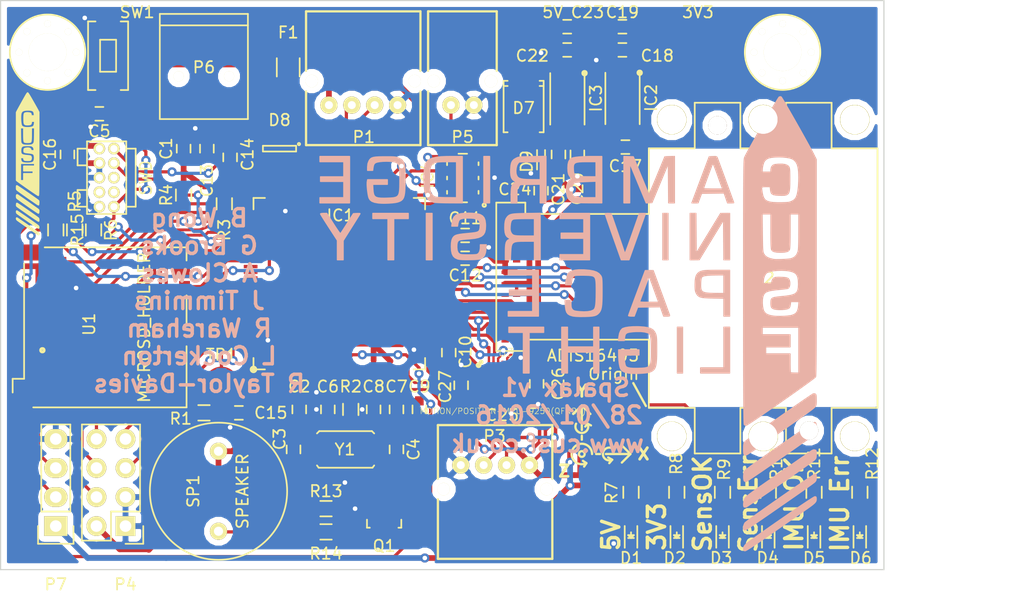
<source format=kicad_pcb>
(kicad_pcb (version 4) (host pcbnew 4.0.0-rc2-stable)
  (layers (0 F.Cu signal) (31 B.Cu signal) (34 B.Paste user hide) (35 F.Paste user hide) (36 B.SilkS user hide) (37 F.SilkS user) (38 B.Mask user) (39 F.Mask user) (44 Edge.Cuts user))
  (net 0 "")
  (net 1 +3V3)
  (net 2 GND)
  (net 3 "Net-(C3-Pad1)")
  (net 4 "Net-(C4-Pad1)")
  (net 5 "Net-(C12-Pad1)")
  (net 6 "Net-(C14-Pad1)")
  (net 7 "Net-(C17-Pad2)")
  (net 8 +BATT)
  (net 9 +5V)
  (net 10 "Net-(C21-Pad2)")
  (net 11 "Net-(D1-Pad2)")
  (net 12 "Net-(D2-Pad2)")
  (net 13 "Net-(D3-Pad2)")
  (net 14 "Net-(D4-Pad2)")
  (net 15 "Net-(D5-Pad2)")
  (net 16 "Net-(D6-Pad2)")
  (net 17 /Power/USB5V)
  (net 18 "Net-(D8-Pad1)")
  (net 19 "Net-(D8-Pad3)")
  (net 20 /StatusIndicators/~IMU)
  (net 21 /StatusIndicators/Buzzer)
  (net 22 /StatusIndicators/Sensors)
  (net 23 /StatusIndicators/~Sensors)
  (net 24 /SDCard/CARD_DETECT)
  (net 25 "Net-(IC1-Pad7)")
  (net 26 "Net-(IC1-Pad8)")
  (net 27 "Net-(IC1-Pad9)")
  (net 28 "Net-(IC1-Pad13)")
  (net 29 "Net-(IC1-Pad15)")
  (net 30 "Net-(IC1-Pad16)")
  (net 31 "Net-(IC1-Pad17)")
  (net 32 "Net-(IC1-Pad18)")
  (net 33 "Net-(IC1-Pad23)")
  (net 34 /DATA_RDY)
  (net 35 "Net-(IC1-Pad41)")
  (net 36 "Net-(IC1-Pad42)")
  (net 37 "Net-(IC1-Pad43)")
  (net 38 "Net-(IC1-Pad44)")
  (net 39 "Net-(IC1-Pad45)")
  (net 40 "Net-(IC1-Pad46)")
  (net 41 "Net-(IC1-Pad47)")
  (net 42 "Net-(IC1-Pad48)")
  (net 43 "Net-(IC1-Pad55)")
  (net 44 "Net-(IC1-Pad56)")
  (net 45 "Net-(IC1-Pad57)")
  (net 46 "Net-(IC1-Pad58)")
  (net 47 "Net-(IC1-Pad59)")
  (net 48 "Net-(IC1-Pad60)")
  (net 49 "Net-(IC1-Pad61)")
  (net 50 "Net-(IC1-Pad62)")
  (net 51 "Net-(IC1-Pad63)")
  (net 52 "Net-(IC1-Pad64)")
  (net 53 "Net-(IC1-Pad67)")
  (net 54 /SWDIO)
  (net 55 /SWDCLK)
  (net 56 "Net-(IC1-Pad85)")
  (net 57 "Net-(IC1-Pad86)")
  (net 58 "Net-(IC1-Pad87)")
  (net 59 "Net-(IC1-Pad88)")
  (net 60 "Net-(IC1-Pad92)")
  (net 61 "Net-(IC1-Pad93)")
  (net 62 /BOOT0)
  (net 63 "Net-(IC1-Pad95)")
  (net 64 "Net-(IC1-Pad96)")
  (net 65 /StatusIndicators/IMU)
  (net 66 "Net-(P2-Pad6)")
  (net 67 "Net-(P2-Pad7)")
  (net 68 "Net-(P2-Pad8)")
  (net 69 "Net-(Q1-Pad1)")
  (net 70 "Net-(Q1-Pad3)")
  (net 71 "Net-(R14-Pad2)")
  (net 72 "Net-(U2-Pad1)")
  (net 73 "Net-(U2-Pad2)")
  (net 74 "Net-(U2-Pad9)")
  (net 75 "Net-(U2-Pad16)")
  (net 76 "Net-(U2-Pad17)")
  (net 77 "Net-(U2-Pad18)")
  (net 78 "Net-(U2-Pad19)")
  (net 79 "Net-(U2-Pad20)")
  (net 80 "Net-(U2-Pad22)")
  (net 81 "Net-(U2-Pad23)")
  (net 82 "Net-(U2-Pad24)")
  (net 83 "Net-(IC1-Pad5)")
  (net 84 "Net-(P6-Pad4)")
  (net 85 "Net-(P6-Pad6)")
  (net 86 "Net-(D7-Pad2)")
  (net 87 /CAN1_RX)
  (net 88 /CAN1_TX)
  (net 89 "Net-(IC1-Pad1)")
  (net 90 "Net-(IC1-Pad3)")
  (net 91 "Net-(IC1-Pad4)")
  (net 92 "Net-(IC1-Pad98)")
  (net 93 "Net-(IC1-Pad36)")
  (net 94 "Net-(C25-Pad2)")
  (net 95 /IntertialSensors/MPU_IRQ)
  (net 96 /IntertialSensors/~MPU_SS)
  (net 97 /IntertialSensors/~ADIS_SS)
  (net 98 /IntertialSensors/ADIS_IRQ)
  (net 99 "Net-(U3-Pad2)")
  (net 100 "Net-(U3-Pad3)")
  (net 101 "Net-(U3-Pad4)")
  (net 102 "Net-(U3-Pad5)")
  (net 103 "Net-(U3-Pad6)")
  (net 104 "Net-(U3-Pad7)")
  (net 105 "Net-(U3-Pad14)")
  (net 106 "Net-(U3-Pad15)")
  (net 107 "Net-(U3-Pad16)")
  (net 108 "Net-(U3-Pad17)")
  (net 109 "Net-(U3-Pad19)")
  (net 110 "Net-(U3-Pad21)")
  (net 111 /~RST)
  (net 112 /USB/OTG_DS_DP)
  (net 113 /USB/OTG_FS_DM)
  (net 114 /USART2_TX)
  (net 115 /USART2_RX)
  (net 116 /IntertialSensors/SCLK)
  (net 117 /IntertialSensors/MISO)
  (net 118 /IntertialSensors/MOSI)
  (net 119 /IntertialSensors/~ADIS_RESET)
  (net 120 /Altimeter/ALT_CSB)
  (net 121 /Altimeter/ALT_SCLK)
  (net 122 /Altimeter/ALT_SDO)
  (net 123 /Altimeter/ALT_SDI)
  (net 124 /SDCard/SDIO_D0)
  (net 125 /SDCard/SDIO_D1)
  (net 126 /USART1_TX)
  (net 127 /USART1_RX)
  (net 128 /SPI3_NSS)
  (net 129 /SDCard/SDIO_D2)
  (net 130 /SDCard/SDIO_D3)
  (net 131 /SDCard/SDIO_CK)
  (net 132 /SDCard/SDIO_CMD)
  (net 133 /SPI3_SCK)
  (net 134 /SPI3_MISO)
  (net 135 /SPI3_MOSI)
  (module IMU:ADIS16405BMLZ (layer F.Cu) (at 241.119798 97.000022 180)
    (fp_text reference U2 (at 22.559899 -5.499989 180) (layer F.SilkS))
    (fp_text value ADIS16405BMLZ)
    (pad 1 smd rect (at 45.119798 -10.999978 180) (size 0.635 0.3) (layers F.Cu F.Paste F.Mask) (net 72 "Net-(U2-Pad1)"))
    (pad 2 smd rect (at 44.1198 -10.999978 180) (size 0.635 0.3) (layers F.Cu F.Paste F.Mask) (net 73 "Net-(U2-Pad2)"))
    (pad 3 smd rect (at 45.119798 -9.99998 180) (size 0.635 0.3) (layers F.Cu F.Paste F.Mask) (net 116 /IntertialSensors/SCLK))
    (pad 4 smd rect (at 44.1198 -9.99998 180) (size 0.635 0.3) (layers F.Cu F.Paste F.Mask) (net 117 /IntertialSensors/MISO))
    (pad 5 smd rect (at 45.119798 -8.999982 180) (size 0.635 0.3) (layers F.Cu F.Paste F.Mask) (net 118 /IntertialSensors/MOSI))
    (pad 6 smd rect (at 44.1198 -8.999982 180) (size 0.635 0.3) (layers F.Cu F.Paste F.Mask) (net 97 /IntertialSensors/~ADIS_SS))
    (pad 7 smd rect (at 45.119798 -7.999984 180) (size 0.635 0.3) (layers F.Cu F.Paste F.Mask) (net 98 /IntertialSensors/ADIS_IRQ))
    (pad 8 smd rect (at 44.1198 -7.999984 180) (size 0.635 0.3) (layers F.Cu F.Paste F.Mask) (net 119 /IntertialSensors/~ADIS_RESET))
    (pad 9 smd rect (at 45.119798 -6.999986 180) (size 0.635 0.3) (layers F.Cu F.Paste F.Mask) (net 74 "Net-(U2-Pad9)"))
    (pad 10 smd rect (at 44.1198 -6.999986 180) (size 0.635 0.3) (layers F.Cu F.Paste F.Mask) (net 9 +5V))
    (pad 11 smd rect (at 45.119798 -5.999988 180) (size 0.635 0.3) (layers F.Cu F.Paste F.Mask) (net 9 +5V))
    (pad 12 smd rect (at 44.1198 -5.999988 180) (size 0.635 0.3) (layers F.Cu F.Paste F.Mask) (net 9 +5V))
    (pad 13 smd rect (at 45.119798 -4.99999 180) (size 0.635 0.3) (layers F.Cu F.Paste F.Mask) (net 2 GND))
    (pad 14 smd rect (at 44.1198 -4.99999 180) (size 0.635 0.3) (layers F.Cu F.Paste F.Mask) (net 2 GND))
    (pad 15 smd rect (at 45.119798 -3.999992 180) (size 0.635 0.3) (layers F.Cu F.Paste F.Mask) (net 2 GND))
    (pad 16 smd rect (at 44.1198 -3.999992 180) (size 0.635 0.3) (layers F.Cu F.Paste F.Mask) (net 75 "Net-(U2-Pad16)"))
    (pad 17 smd rect (at 45.119798 -2.999994 180) (size 0.635 0.3) (layers F.Cu F.Paste F.Mask) (net 76 "Net-(U2-Pad17)"))
    (pad 18 smd rect (at 44.1198 -2.999994 180) (size 0.635 0.3) (layers F.Cu F.Paste F.Mask) (net 77 "Net-(U2-Pad18)"))
    (pad 19 smd rect (at 45.119798 -1.999996 180) (size 0.635 0.3) (layers F.Cu F.Paste F.Mask) (net 78 "Net-(U2-Pad19)"))
    (pad 20 smd rect (at 44.1198 -1.999996 180) (size 0.635 0.3) (layers F.Cu F.Paste F.Mask) (net 79 "Net-(U2-Pad20)"))
    (pad 21 smd rect (at 45.119798 -0.999998 180) (size 0.635 0.3) (layers F.Cu F.Paste F.Mask) (net 2 GND))
    (pad 22 smd rect (at 44.1198 -0.999998 180) (size 0.635 0.3) (layers F.Cu F.Paste F.Mask) (net 80 "Net-(U2-Pad22)"))
    (pad 23 smd rect (at 45.119798 0 180) (size 0.635 0.3) (layers F.Cu F.Paste F.Mask) (net 81 "Net-(U2-Pad23)"))
    (pad 24 smd rect (at 44.1198 0 180) (size 0.635 0.3) (layers F.Cu F.Paste F.Mask) (net 82 "Net-(U2-Pad24)"))
    (pad 25 thru_hole circle (at 18.559907 -18.849976 180) (size 1.6002 1.6002) (drill 1.6002) (layers *.Cu *.Mask F.SilkS))
    (pad 25 thru_hole circle (at 18.559907 -18.849976 180) (size 1.6002 1.6002) (drill 1.6002) (layers *.Cu *.Mask F.SilkS))
    (pad 26 thru_hole circle (at 26.559891 7.849998 180) (size 1.6002 1.6002) (drill 2.4892) (layers *.Cu *.Mask F.SilkS))
    (pad 26 thru_hole circle (at 26.559891 7.849998 180) (size 1.6002 1.6002) (drill 2.4892) (layers *.Cu *.Mask F.SilkS))
    (pad 27 thru_hole circle (at 14.559915 -19.350102 180) (size 2.5654 2.5654) (drill 2.4892) (layers *.Cu *.Mask F.SilkS))
    (pad 27 thru_hole circle (at 14.559915 -19.350102 180) (size 2.5654 2.5654) (drill 2.4892) (layers *.Cu *.Mask F.SilkS))
    (pad 28 thru_hole circle (at 30.559883 -19.350102 180) (size 2.5654 2.5654) (drill 2.4892) (layers *.Cu *.Mask F.SilkS))
    (pad 28 thru_hole circle (at 30.559883 -19.350102 180) (size 2.5654 2.5654) (drill 2.4892) (layers *.Cu *.Mask F.SilkS))
    (pad 29 thru_hole circle (at 14.558899 8.350124 180) (size 2.5654 2.5654) (drill 2.4892) (layers *.Cu *.Mask F.SilkS))
    (pad 29 thru_hole circle (at 14.558899 8.350124 180) (size 2.5654 2.5654) (drill 2.4892) (layers *.Cu *.Mask F.SilkS))
    (pad 30 thru_hole circle (at 30.560899 8.350124 180) (size 2.5654 2.5654) (drill 2.4892) (layers *.Cu *.Mask F.SilkS))
    (pad 30 thru_hole circle (at 30.560899 8.350124 180) (size 2.5654 2.5654) (drill 2.4892) (layers *.Cu *.Mask F.SilkS))
    (pad 31 thru_hole circle (at 22.559899 8.362824 180) (size 2.5654 2.5654) (drill 2.4892) (layers *.Cu *.Mask F.SilkS))
    (pad 31 thru_hole circle (at 22.559899 8.362824 180) (size 2.5654 2.5654) (drill 2.4892) (layers *.Cu *.Mask F.SilkS))
    (pad 32 thru_hole circle (at 22.559899 -19.362802 180) (size 2.5654 2.5654) (drill 2.4892) (layers *.Cu *.Mask F.SilkS))
    (pad 32 thru_hole circle (at 22.559899 -19.362802 180) (size 2.5654 2.5654) (drill 2.4892) (layers *.Cu *.Mask F.SilkS))
  )
  (module IMU:MEM2051 (layer F.Cu) (at 168.148 99.822 270)
    (fp_text reference U1 (at 6.731 8.509 270) (layer F.SilkS))
    (fp_text value MICROSD_HOLDER (at 7 3.7 270) (layer F.SilkS))
    (pad "" connect rect (at 2.05 0.4 270) (size 1.3 1.4) (layers F.Cu F.Mask))
    (pad 9 smd rect (at 3.44 0.175 270) (size 1 0.95) (layers F.Cu F.Paste F.Mask) (net 24 /SDCard/CARD_DETECT))
    (pad "" connect rect (at 7.75 0.4 270) (size 1.3 1.4) (layers F.Cu F.Mask))
    (pad "" connect rect (at 0.45 13.55 270) (size 1.4 1.9) (layers F.Cu F.Mask))
    (pad "" connect rect (at 13.6 14.55 270) (size 1.4 1.9) (layers F.Cu F.Mask))
    (pad 8 smd rect (at 1.24 11.26 270) (size 0.8 1.5) (layers F.Cu F.Paste F.Mask) (net 125 /SDCard/SDIO_D1))
    (pad 7 smd rect (at 2.34 11.26 270) (size 0.8 1.5) (layers F.Cu F.Paste F.Mask) (net 124 /SDCard/SDIO_D0))
    (pad 6 smd rect (at 3.44 11.46 270) (size 0.8 1.5) (layers F.Cu F.Paste F.Mask) (net 2 GND))
    (pad 5 smd rect (at 4.54 11.26 270) (size 0.8 1.5) (layers F.Cu F.Paste F.Mask) (net 131 /SDCard/SDIO_CK))
    (pad 4 smd rect (at 5.64 11.46 270) (size 0.8 1.5) (layers F.Cu F.Paste F.Mask) (net 1 +3V3))
    (pad 3 smd rect (at 6.74 11.26 270) (size 0.8 1.5) (layers F.Cu F.Paste F.Mask) (net 132 /SDCard/SDIO_CMD))
    (pad 2 smd rect (at 7.84 10.86 270) (size 0.8 1.5) (layers F.Cu F.Paste F.Mask) (net 130 /SDCard/SDIO_D3))
    (pad 1 smd rect (at 8.94 11.26 270) (size 0.8 1.5) (layers F.Cu F.Paste F.Mask) (net 129 /SDCard/SDIO_D2))
  )
  (module Capacitors_SMD:C_0603 (layer F.Cu) (at 167.894 91.186 90)
    (fp_text reference C1 (at 0 -1.524 90) (layer F.SilkS))
    (fp_text value 10µ)
    (pad 1 smd rect (at -0.75 0 90) (size 0.8 0.75) (layers F.Cu F.Paste F.Mask) (net 1 +3V3))
    (pad 2 smd rect (at 0.75 0 90) (size 0.8 0.75) (layers F.Cu F.Paste F.Mask) (net 2 GND))
  )
  (module Capacitors_SMD:C_0603 (layer F.Cu) (at 178 114 270)
    (fp_text reference C2 (at -2 0 360) (layer F.SilkS))
    (fp_text value 100n)
    (pad 1 smd rect (at -0.75 0 270) (size 0.8 0.75) (layers F.Cu F.Paste F.Mask) (net 1 +3V3))
    (pad 2 smd rect (at 0.75 0 270) (size 0.8 0.75) (layers F.Cu F.Paste F.Mask) (net 2 GND))
  )
  (module Capacitors_SMD:C_0603 (layer F.Cu) (at 177.5 117.5 90)
    (fp_text reference C3 (at 0.914 -1.224 90) (layer F.SilkS))
    (fp_text value 15p)
    (pad 1 smd rect (at -0.75 0 90) (size 0.8 0.75) (layers F.Cu F.Paste F.Mask) (net 3 "Net-(C3-Pad1)"))
    (pad 2 smd rect (at 0.75 0 90) (size 0.8 0.75) (layers F.Cu F.Paste F.Mask) (net 2 GND))
  )
  (module Capacitors_SMD:C_0603 (layer F.Cu) (at 186.5 117.5 90)
    (fp_text reference C4 (at 0 1.5 90) (layer F.SilkS))
    (fp_text value 15p)
    (pad 1 smd rect (at -0.75 0 90) (size 0.8 0.75) (layers F.Cu F.Paste F.Mask) (net 4 "Net-(C4-Pad1)"))
    (pad 2 smd rect (at 0.75 0 90) (size 0.8 0.75) (layers F.Cu F.Paste F.Mask) (net 2 GND))
  )
  (module Capacitors_SMD:C_0603 (layer F.Cu) (at 160.528 88.138 180)
    (fp_text reference C5 (at 0 -1.524 180) (layer F.SilkS))
    (fp_text value 100n)
    (pad 1 smd rect (at -0.75 0 180) (size 0.8 0.75) (layers F.Cu F.Paste F.Mask) (net 111 /~RST))
    (pad 2 smd rect (at 0.75 0 180) (size 0.8 0.75) (layers F.Cu F.Paste F.Mask) (net 2 GND))
  )
  (module Capacitors_SMD:C_0603 (layer F.Cu) (at 180.5 114 270)
    (fp_text reference C6 (at -2 0 540) (layer F.SilkS))
    (fp_text value 100n)
    (pad 1 smd rect (at -0.75 0 270) (size 0.8 0.75) (layers F.Cu F.Paste F.Mask) (net 1 +3V3))
    (pad 2 smd rect (at 0.75 0 270) (size 0.8 0.75) (layers F.Cu F.Paste F.Mask) (net 2 GND))
  )
  (module Capacitors_SMD:C_0603 (layer F.Cu) (at 186.5 114 270)
    (fp_text reference C7 (at -2 0 540) (layer F.SilkS))
    (fp_text value 1µ)
    (pad 1 smd rect (at -0.75 0 270) (size 0.8 0.75) (layers F.Cu F.Paste F.Mask) (net 1 +3V3))
    (pad 2 smd rect (at 0.75 0 270) (size 0.8 0.75) (layers F.Cu F.Paste F.Mask) (net 2 GND))
  )
  (module Capacitors_SMD:C_0603 (layer F.Cu) (at 184.5 114 270)
    (fp_text reference C8 (at -2 0 540) (layer F.SilkS))
    (fp_text value 100n)
    (pad 1 smd rect (at -0.75 0 270) (size 0.8 0.75) (layers F.Cu F.Paste F.Mask) (net 1 +3V3))
    (pad 2 smd rect (at 0.75 0 270) (size 0.8 0.75) (layers F.Cu F.Paste F.Mask) (net 2 GND))
  )
  (module Capacitors_SMD:C_0603 (layer F.Cu) (at 188.5 114 270)
    (fp_text reference C9 (at -2 0 540) (layer F.SilkS))
    (fp_text value 10n)
    (pad 1 smd rect (at -0.75 0 270) (size 0.8 0.75) (layers F.Cu F.Paste F.Mask) (net 1 +3V3))
    (pad 2 smd rect (at 0.75 0 270) (size 0.8 0.75) (layers F.Cu F.Paste F.Mask) (net 2 GND))
  )
  (module Capacitors_SMD:C_0603 (layer F.Cu) (at 191.0715 109.0295 270)
    (fp_text reference C10 (at -0.0635 -1.4605 270) (layer F.SilkS))
    (fp_text value 100n)
    (pad 1 smd rect (at -0.75 0 270) (size 0.8 0.75) (layers F.Cu F.Paste F.Mask) (net 1 +3V3))
    (pad 2 smd rect (at 0.75 0 270) (size 0.8 0.75) (layers F.Cu F.Paste F.Mask) (net 2 GND))
  )
  (module Capacitors_SMD:C_0603 (layer F.Cu) (at 192.5 98.778)
    (fp_text reference C11 (at 0 -1.5) (layer F.SilkS))
    (fp_text value 100n)
    (pad 1 smd rect (at -0.75 0) (size 0.8 0.75) (layers F.Cu F.Paste F.Mask) (net 1 +3V3))
    (pad 2 smd rect (at 0.75 0) (size 0.8 0.75) (layers F.Cu F.Paste F.Mask) (net 2 GND))
  )
  (module Capacitors_SMD:C_0603 (layer F.Cu) (at 192.5 100.778)
    (fp_text reference C12 (at 0 1.5 180) (layer F.SilkS))
    (fp_text value 2µ2)
    (pad 1 smd rect (at -0.75 0) (size 0.8 0.75) (layers F.Cu F.Paste F.Mask) (net 5 "Net-(C12-Pad1)"))
    (pad 2 smd rect (at 0.75 0) (size 0.8 0.75) (layers F.Cu F.Paste F.Mask) (net 2 GND))
  )
  (module Capacitors_SMD:C_0603 (layer F.Cu) (at 169.926 91.186 90)
    (fp_text reference C13 (at -2.794 0 270) (layer F.SilkS))
    (fp_text value 100n)
    (pad 1 smd rect (at -0.75 0 90) (size 0.8 0.75) (layers F.Cu F.Paste F.Mask) (net 1 +3V3))
    (pad 2 smd rect (at 0.75 0 90) (size 0.8 0.75) (layers F.Cu F.Paste F.Mask) (net 2 GND))
  )
  (module Capacitors_SMD:C_0603 (layer F.Cu) (at 171.958 91.948 90)
    (fp_text reference C14 (at 0.254 1.524 270) (layer F.SilkS))
    (fp_text value 2µ2)
    (pad 1 smd rect (at -0.75 0 90) (size 0.8 0.75) (layers F.Cu F.Paste F.Mask) (net 6 "Net-(C14-Pad1)"))
    (pad 2 smd rect (at 0.75 0 90) (size 0.8 0.75) (layers F.Cu F.Paste F.Mask) (net 2 GND))
  )
  (module Capacitors_SMD:C_0603 (layer F.Cu) (at 172.72 114.3 180)
    (fp_text reference C15 (at -2.794 0 180) (layer F.SilkS))
    (fp_text value 100n)
    (pad 1 smd rect (at -0.75 0 180) (size 0.8 0.75) (layers F.Cu F.Paste F.Mask) (net 1 +3V3))
    (pad 2 smd rect (at 0.75 0 180) (size 0.8 0.75) (layers F.Cu F.Paste F.Mask) (net 2 GND))
  )
  (module Capacitors_SMD:C_0603 (layer F.Cu) (at 157.734 91.694 270)
    (fp_text reference C16 (at 0 1.524 450) (layer F.SilkS))
    (fp_text value 100n)
    (pad 1 smd rect (at -0.75 0 270) (size 0.8 0.75) (layers F.Cu F.Paste F.Mask) (net 1 +3V3))
    (pad 2 smd rect (at 0.75 0 270) (size 0.8 0.75) (layers F.Cu F.Paste F.Mask) (net 2 GND))
  )
  (module Capacitors_SMD:C_0603 (layer F.Cu) (at 206.508 91.047 180)
    (fp_text reference C17 (at 0.006 -1.663 180) (layer F.SilkS))
    (fp_text value 1n)
    (pad 1 smd rect (at -0.75 0 180) (size 0.8 0.75) (layers F.Cu F.Paste F.Mask) (net 1 +3V3))
    (pad 2 smd rect (at 0.75 0 180) (size 0.8 0.75) (layers F.Cu F.Paste F.Mask) (net 7 "Net-(C17-Pad2)"))
  )
  (module Capacitors_SMD:C_0603 (layer F.Cu) (at 206.248 82.55 180)
    (fp_text reference C18 (at -3.048 -0.508 360) (layer F.SilkS))
    (fp_text value 1µ)
    (pad 1 smd rect (at -0.75 0 180) (size 0.8 0.75) (layers F.Cu F.Paste F.Mask) (net 1 +3V3))
    (pad 2 smd rect (at 0.75 0 180) (size 0.8 0.75) (layers F.Cu F.Paste F.Mask) (net 2 GND))
  )
  (module Capacitors_SMD:C_0603 (layer F.Cu) (at 206.248 80.518 180)
    (fp_text reference C19 (at 0 1.27 360) (layer F.SilkS))
    (fp_text value 10µ)
    (pad 1 smd rect (at -0.75 0 180) (size 0.8 0.75) (layers F.Cu F.Paste F.Mask) (net 1 +3V3))
    (pad 2 smd rect (at 0.75 0 180) (size 0.8 0.75) (layers F.Cu F.Paste F.Mask) (net 2 GND))
  )
  (module Capacitors_SMD:C_0603 (layer F.Cu) (at 202.311 91.694 270)
    (fp_text reference C20 (at 3 0 270) (layer F.SilkS))
    (fp_text value 1µ)
    (pad 1 smd rect (at -0.75 0 270) (size 0.8 0.75) (layers F.Cu F.Paste F.Mask) (net 8 +BATT))
    (pad 2 smd rect (at 0.75 0 270) (size 0.8 0.75) (layers F.Cu F.Paste F.Mask) (net 2 GND))
  )
  (module Capacitors_SMD:C_0603 (layer F.Cu) (at 200.66 91.694 90)
    (fp_text reference C21 (at -3.048 0 90) (layer F.SilkS))
    (fp_text value 1n)
    (pad 1 smd rect (at -0.75 0 90) (size 0.8 0.75) (layers F.Cu F.Paste F.Mask) (net 9 +5V))
    (pad 2 smd rect (at 0.75 0 90) (size 0.8 0.75) (layers F.Cu F.Paste F.Mask) (net 10 "Net-(C21-Pad2)"))
  )
  (module Capacitors_SMD:C_0603 (layer F.Cu) (at 201.422 82.55 180)
    (fp_text reference C22 (at 3.048 -0.508 180) (layer F.SilkS))
    (fp_text value 1µ)
    (pad 1 smd rect (at -0.75 0 180) (size 0.8 0.75) (layers F.Cu F.Paste F.Mask) (net 9 +5V))
    (pad 2 smd rect (at 0.75 0 180) (size 0.8 0.75) (layers F.Cu F.Paste F.Mask) (net 2 GND))
  )
  (module Capacitors_SMD:C_0603 (layer F.Cu) (at 201.422 80.518 180)
    (fp_text reference C23 (at -1.778 1.27 360) (layer F.SilkS))
    (fp_text value 10µ)
    (pad 1 smd rect (at -0.75 0 180) (size 0.8 0.75) (layers F.Cu F.Paste F.Mask) (net 9 +5V))
    (pad 2 smd rect (at 0.75 0 180) (size 0.8 0.75) (layers F.Cu F.Paste F.Mask) (net 2 GND))
  )
  (module Capacitors_SMD:C_0603 (layer F.Cu) (at 199.136 94.869 90)
    (fp_text reference C24 (at 0.127 -2.286 180) (layer F.SilkS))
    (fp_text value 100n)
    (pad 1 smd rect (at -0.75 0 90) (size 0.8 0.75) (layers F.Cu F.Paste F.Mask) (net 1 +3V3))
    (pad 2 smd rect (at 0.75 0 90) (size 0.8 0.75) (layers F.Cu F.Paste F.Mask) (net 2 GND))
  )
  (module LEDs:LED-0603 (layer F.Cu) (at 207 125 90)
    (fp_text reference D1 (at -2 0.01 180) (layer F.SilkS))
    (fp_text value LED_GREEN)
    (pad 2 smd rect (at 0.7493 0 270) (size 0.79756 0.79756) (layers F.Cu F.Paste F.Mask) (net 11 "Net-(D1-Pad2)"))
    (pad 1 smd rect (at -0.7493 0 270) (size 0.79756 0.79756) (layers F.Cu F.Paste F.Mask) (net 2 GND))
  )
  (module LEDs:LED-0603 (layer F.Cu) (at 211 125 90)
    (fp_text reference D2 (at -2 -0.18 180) (layer F.SilkS))
    (fp_text value LED_GREEN)
    (pad 2 smd rect (at 0.7493 0 270) (size 0.79756 0.79756) (layers F.Cu F.Paste F.Mask) (net 12 "Net-(D2-Pad2)"))
    (pad 1 smd rect (at -0.7493 0 270) (size 0.79756 0.79756) (layers F.Cu F.Paste F.Mask) (net 2 GND))
  )
  (module LEDs:LED-0603 (layer F.Cu) (at 215 125 90)
    (fp_text reference D3 (at -2 -0.116 180) (layer F.SilkS))
    (fp_text value LED_GREEN)
    (pad 2 smd rect (at 0.7493 0 270) (size 0.79756 0.79756) (layers F.Cu F.Paste F.Mask) (net 13 "Net-(D3-Pad2)"))
    (pad 1 smd rect (at -0.7493 0 270) (size 0.79756 0.79756) (layers F.Cu F.Paste F.Mask) (net 2 GND))
  )
  (module LEDs:LED-0603 (layer F.Cu) (at 219 125 90)
    (fp_text reference D4 (at -2 -0.052 180) (layer F.SilkS))
    (fp_text value LED_RED)
    (pad 2 smd rect (at 0.7493 0 270) (size 0.79756 0.79756) (layers F.Cu F.Paste F.Mask) (net 14 "Net-(D4-Pad2)"))
    (pad 1 smd rect (at -0.7493 0 270) (size 0.79756 0.79756) (layers F.Cu F.Paste F.Mask) (net 2 GND))
  )
  (module LEDs:LED-0603 (layer F.Cu) (at 223 125 90)
    (fp_text reference D5 (at -2 0.012 180) (layer F.SilkS))
    (fp_text value LED_GREEN)
    (pad 2 smd rect (at 0.7493 0 270) (size 0.79756 0.79756) (layers F.Cu F.Paste F.Mask) (net 15 "Net-(D5-Pad2)"))
    (pad 1 smd rect (at -0.7493 0 270) (size 0.79756 0.79756) (layers F.Cu F.Paste F.Mask) (net 2 GND))
  )
  (module LEDs:LED-0603 (layer F.Cu) (at 227 125 90)
    (fp_text reference D6 (at -2 0.076 180) (layer F.SilkS))
    (fp_text value LED_RED)
    (pad 2 smd rect (at 0.7493 0 270) (size 0.79756 0.79756) (layers F.Cu F.Paste F.Mask) (net 16 "Net-(D6-Pad2)"))
    (pad 1 smd rect (at -0.7493 0 270) (size 0.79756 0.79756) (layers F.Cu F.Paste F.Mask) (net 2 GND))
  )
  (module Diodes_SMD:SMA_Standard (layer F.Cu) (at 197.612 87.503 270)
    (fp_text reference D7 (at 0.127 0 360) (layer F.SilkS))
    (fp_text value S1A)
    (pad 1 smd rect (at -1.99898 0 270) (size 2.49936 1.80086) (layers F.Cu F.Paste F.Mask) (net 8 +BATT))
    (pad 2 smd rect (at 1.99898 0 270) (size 2.49936 1.80086) (layers F.Cu F.Paste F.Mask) (net 86 "Net-(D7-Pad2)"))
  )
  (module Housings_SOT-23_SOT-143_TSOT-6:SOT-23-6 (layer F.Cu) (at 176.276 91.186 270)
    (fp_text reference D8 (at -2.5 0 360) (layer F.SilkS))
    (fp_text value USBLC6-2)
    (pad 1 smd rect (at -1.1 -0.95 270) (size 1.06 0.65) (layers F.Cu F.Paste F.Mask) (net 18 "Net-(D8-Pad1)"))
    (pad 2 smd rect (at -1.1 0 270) (size 1.06 0.65) (layers F.Cu F.Paste F.Mask) (net 2 GND))
    (pad 3 smd rect (at -1.1 0.95 270) (size 1.06 0.65) (layers F.Cu F.Paste F.Mask) (net 19 "Net-(D8-Pad3)"))
    (pad 4 smd rect (at 1.1 0.95 270) (size 1.06 0.65) (layers F.Cu F.Paste F.Mask) (net 112 /USB/OTG_DS_DP))
    (pad 6 smd rect (at 1.1 -0.95 270) (size 1.06 0.65) (layers F.Cu F.Paste F.Mask) (net 113 /USB/OTG_FS_DM))
    (pad 5 smd rect (at 1.1 0 270) (size 1.06 0.65) (layers F.Cu F.Paste F.Mask) (net 17 /Power/USB5V))
  )
  (module IMU:LQFP100 (layer F.Cu) (at 175.5 110.75)
    (fp_text reference IC1 (at 6.11 -13.722) (layer F.SilkS))
    (fp_text value STM32F405VGT hide)
    (pad 1 smd rect (at 0 0) (size 0.3 1.2) (layers F.Cu F.Paste F.Mask) (net 89 "Net-(IC1-Pad1)"))
    (pad 2 smd rect (at 0.5 0) (size 0.3 1.2) (layers F.Cu F.Paste F.Mask) (net 21 /StatusIndicators/Buzzer))
    (pad 3 smd rect (at 1 0) (size 0.3 1.2) (layers F.Cu F.Paste F.Mask) (net 90 "Net-(IC1-Pad3)"))
    (pad 4 smd rect (at 1.5 0) (size 0.3 1.2) (layers F.Cu F.Paste F.Mask) (net 91 "Net-(IC1-Pad4)"))
    (pad 5 smd rect (at 2 0) (size 0.3 1.2) (layers F.Cu F.Paste F.Mask) (net 83 "Net-(IC1-Pad5)"))
    (pad 6 smd rect (at 2.5 0) (size 0.3 1.2) (layers F.Cu F.Paste F.Mask) (net 1 +3V3))
    (pad 7 smd rect (at 3 0) (size 0.3 1.2) (layers F.Cu F.Paste F.Mask) (net 25 "Net-(IC1-Pad7)"))
    (pad 8 smd rect (at 3.5 0) (size 0.3 1.2) (layers F.Cu F.Paste F.Mask) (net 26 "Net-(IC1-Pad8)"))
    (pad 9 smd rect (at 4 0) (size 0.3 1.2) (layers F.Cu F.Paste F.Mask) (net 27 "Net-(IC1-Pad9)"))
    (pad 10 smd rect (at 4.5 0) (size 0.3 1.2) (layers F.Cu F.Paste F.Mask) (net 2 GND))
    (pad 11 smd rect (at 5 0) (size 0.3 1.2) (layers F.Cu F.Paste F.Mask) (net 1 +3V3))
    (pad 12 smd rect (at 5.5 0) (size 0.3 1.2) (layers F.Cu F.Paste F.Mask) (net 3 "Net-(C3-Pad1)"))
    (pad 13 smd rect (at 6 0) (size 0.3 1.2) (layers F.Cu F.Paste F.Mask) (net 28 "Net-(IC1-Pad13)"))
    (pad 14 smd rect (at 6.5 0) (size 0.3 1.2) (layers F.Cu F.Paste F.Mask) (net 111 /~RST))
    (pad 15 smd rect (at 7 0) (size 0.3 1.2) (layers F.Cu F.Paste F.Mask) (net 29 "Net-(IC1-Pad15)"))
    (pad 16 smd rect (at 7.5 0) (size 0.3 1.2) (layers F.Cu F.Paste F.Mask) (net 30 "Net-(IC1-Pad16)"))
    (pad 17 smd rect (at 8 0) (size 0.3 1.2) (layers F.Cu F.Paste F.Mask) (net 31 "Net-(IC1-Pad17)"))
    (pad 18 smd rect (at 8.5 0) (size 0.3 1.2) (layers F.Cu F.Paste F.Mask) (net 32 "Net-(IC1-Pad18)"))
    (pad 19 smd rect (at 9 0) (size 0.3 1.2) (layers F.Cu F.Paste F.Mask) (net 1 +3V3))
    (pad 20 smd rect (at 9.5 0) (size 0.3 1.2) (layers F.Cu F.Paste F.Mask) (net 2 GND))
    (pad 21 smd rect (at 10 0) (size 0.3 1.2) (layers F.Cu F.Paste F.Mask) (net 1 +3V3))
    (pad 22 smd rect (at 10.5 0) (size 0.3 1.2) (layers F.Cu F.Paste F.Mask) (net 1 +3V3))
    (pad 23 smd rect (at 11 0) (size 0.3 1.2) (layers F.Cu F.Paste F.Mask) (net 33 "Net-(IC1-Pad23)"))
    (pad 24 smd rect (at 11.5 0) (size 0.3 1.2) (layers F.Cu F.Paste F.Mask) (net 95 /IntertialSensors/MPU_IRQ))
    (pad 25 smd rect (at 12 0) (size 0.3 1.2) (layers F.Cu F.Paste F.Mask) (net 114 /USART2_TX))
    (pad 26 smd rect (at 13.75 -1.75) (size 1.2 0.3) (layers F.Cu F.Paste F.Mask) (net 115 /USART2_RX))
    (pad 27 smd rect (at 13.75 -2.25) (size 1.2 0.3) (layers F.Cu F.Paste F.Mask) (net 2 GND))
    (pad 28 smd rect (at 13.75 -2.75) (size 1.2 0.3) (layers F.Cu F.Paste F.Mask) (net 1 +3V3))
    (pad 29 smd rect (at 13.75 -3.25) (size 1.2 0.3) (layers F.Cu F.Paste F.Mask) (net 96 /IntertialSensors/~MPU_SS))
    (pad 30 smd rect (at 13.75 -3.75) (size 1.2 0.3) (layers F.Cu F.Paste F.Mask) (net 116 /IntertialSensors/SCLK))
    (pad 31 smd rect (at 13.75 -4.25) (size 1.2 0.3) (layers F.Cu F.Paste F.Mask) (net 117 /IntertialSensors/MISO))
    (pad 32 smd rect (at 13.75 -4.75) (size 1.2 0.3) (layers F.Cu F.Paste F.Mask) (net 118 /IntertialSensors/MOSI))
    (pad 33 smd rect (at 13.75 -5.25) (size 1.2 0.3) (layers F.Cu F.Paste F.Mask) (net 97 /IntertialSensors/~ADIS_SS))
    (pad 34 smd rect (at 13.75 -5.75) (size 1.2 0.3) (layers F.Cu F.Paste F.Mask) (net 98 /IntertialSensors/ADIS_IRQ))
    (pad 35 smd rect (at 13.75 -6.25) (size 1.2 0.3) (layers F.Cu F.Paste F.Mask) (net 119 /IntertialSensors/~ADIS_RESET))
    (pad 36 smd rect (at 13.75 -6.75) (size 1.2 0.3) (layers F.Cu F.Paste F.Mask) (net 93 "Net-(IC1-Pad36)"))
    (pad 37 smd rect (at 13.75 -7.25) (size 1.2 0.3) (layers F.Cu F.Paste F.Mask) (net 22 /StatusIndicators/Sensors))
    (pad 38 smd rect (at 13.75 -7.75) (size 1.2 0.3) (layers F.Cu F.Paste F.Mask) (net 23 /StatusIndicators/~Sensors))
    (pad 39 smd rect (at 13.75 -8.25) (size 1.2 0.3) (layers F.Cu F.Paste F.Mask) (net 65 /StatusIndicators/IMU))
    (pad 40 smd rect (at 13.75 -8.75) (size 1.2 0.3) (layers F.Cu F.Paste F.Mask) (net 20 /StatusIndicators/~IMU))
    (pad 41 smd rect (at 13.75 -9.25) (size 1.2 0.3) (layers F.Cu F.Paste F.Mask) (net 35 "Net-(IC1-Pad41)"))
    (pad 42 smd rect (at 13.75 -9.75) (size 1.2 0.3) (layers F.Cu F.Paste F.Mask) (net 36 "Net-(IC1-Pad42)"))
    (pad 43 smd rect (at 13.75 -10.25) (size 1.2 0.3) (layers F.Cu F.Paste F.Mask) (net 37 "Net-(IC1-Pad43)"))
    (pad 44 smd rect (at 13.75 -10.75) (size 1.2 0.3) (layers F.Cu F.Paste F.Mask) (net 38 "Net-(IC1-Pad44)"))
    (pad 45 smd rect (at 13.75 -11.25) (size 1.2 0.3) (layers F.Cu F.Paste F.Mask) (net 39 "Net-(IC1-Pad45)"))
    (pad 46 smd rect (at 13.75 -11.75) (size 1.2 0.3) (layers F.Cu F.Paste F.Mask) (net 40 "Net-(IC1-Pad46)"))
    (pad 47 smd rect (at 13.75 -12.25) (size 1.2 0.3) (layers F.Cu F.Paste F.Mask) (net 41 "Net-(IC1-Pad47)"))
    (pad 48 smd rect (at 13.75 -12.75) (size 1.2 0.3) (layers F.Cu F.Paste F.Mask) (net 42 "Net-(IC1-Pad48)"))
    (pad 49 smd rect (at 13.75 -13.25) (size 1.2 0.3) (layers F.Cu F.Paste F.Mask) (net 5 "Net-(C12-Pad1)"))
    (pad 50 smd rect (at 13.75 -13.75) (size 1.2 0.3) (layers F.Cu F.Paste F.Mask) (net 1 +3V3))
    (pad 51 smd rect (at 12 -15.5) (size 0.3 1.2) (layers F.Cu F.Paste F.Mask) (net 120 /Altimeter/ALT_CSB))
    (pad 52 smd rect (at 11.5 -15.5) (size 0.3 1.2) (layers F.Cu F.Paste F.Mask) (net 121 /Altimeter/ALT_SCLK))
    (pad 53 smd rect (at 11 -15.5) (size 0.3 1.2) (layers F.Cu F.Paste F.Mask) (net 122 /Altimeter/ALT_SDO))
    (pad 54 smd rect (at 10.5 -15.5) (size 0.3 1.2) (layers F.Cu F.Paste F.Mask) (net 123 /Altimeter/ALT_SDI))
    (pad 55 smd rect (at 10 -15.5) (size 0.3 1.2) (layers F.Cu F.Paste F.Mask) (net 43 "Net-(IC1-Pad55)"))
    (pad 56 smd rect (at 9.5 -15.5) (size 0.3 1.2) (layers F.Cu F.Paste F.Mask) (net 44 "Net-(IC1-Pad56)"))
    (pad 57 smd rect (at 9 -15.5) (size 0.3 1.2) (layers F.Cu F.Paste F.Mask) (net 45 "Net-(IC1-Pad57)"))
    (pad 58 smd rect (at 8.5 -15.5) (size 0.3 1.2) (layers F.Cu F.Paste F.Mask) (net 46 "Net-(IC1-Pad58)"))
    (pad 59 smd rect (at 8 -15.5) (size 0.3 1.2) (layers F.Cu F.Paste F.Mask) (net 47 "Net-(IC1-Pad59)"))
    (pad 60 smd rect (at 7.5 -15.5) (size 0.3 1.2) (layers F.Cu F.Paste F.Mask) (net 48 "Net-(IC1-Pad60)"))
    (pad 61 smd rect (at 7 -15.5) (size 0.3 1.2) (layers F.Cu F.Paste F.Mask) (net 49 "Net-(IC1-Pad61)"))
    (pad 62 smd rect (at 6.5 -15.5) (size 0.3 1.2) (layers F.Cu F.Paste F.Mask) (net 50 "Net-(IC1-Pad62)"))
    (pad 63 smd rect (at 6 -15.5) (size 0.3 1.2) (layers F.Cu F.Paste F.Mask) (net 51 "Net-(IC1-Pad63)"))
    (pad 64 smd rect (at 5.5 -15.5) (size 0.3 1.2) (layers F.Cu F.Paste F.Mask) (net 52 "Net-(IC1-Pad64)"))
    (pad 65 smd rect (at 5 -15.5) (size 0.3 1.2) (layers F.Cu F.Paste F.Mask) (net 124 /SDCard/SDIO_D0))
    (pad 66 smd rect (at 4.5 -15.5) (size 0.3 1.2) (layers F.Cu F.Paste F.Mask) (net 125 /SDCard/SDIO_D1))
    (pad 67 smd rect (at 4 -15.5) (size 0.3 1.2) (layers F.Cu F.Paste F.Mask) (net 53 "Net-(IC1-Pad67)"))
    (pad 68 smd rect (at 3.5 -15.5) (size 0.3 1.2) (layers F.Cu F.Paste F.Mask) (net 126 /USART1_TX))
    (pad 69 smd rect (at 3 -15.5) (size 0.3 1.2) (layers F.Cu F.Paste F.Mask) (net 127 /USART1_RX))
    (pad 70 smd rect (at 2.5 -15.5) (size 0.3 1.2) (layers F.Cu F.Paste F.Mask) (net 113 /USB/OTG_FS_DM))
    (pad 71 smd rect (at 2 -15.5) (size 0.3 1.2) (layers F.Cu F.Paste F.Mask) (net 112 /USB/OTG_DS_DP))
    (pad 72 smd rect (at 1.5 -15.5) (size 0.3 1.2) (layers F.Cu F.Paste F.Mask) (net 54 /SWDIO))
    (pad 73 smd rect (at 1 -15.5) (size 0.3 1.2) (layers F.Cu F.Paste F.Mask) (net 6 "Net-(C14-Pad1)"))
    (pad 74 smd rect (at 0.5 -15.5) (size 0.3 1.2) (layers F.Cu F.Paste F.Mask) (net 2 GND))
    (pad 75 smd rect (at 0 -15.5) (size 0.3 1.2) (layers F.Cu F.Paste F.Mask) (net 1 +3V3))
    (pad 76 smd rect (at -1.75 -13.75) (size 1.2 0.3) (layers F.Cu F.Paste F.Mask) (net 55 /SWDCLK))
    (pad 77 smd rect (at -1.75 -13.25) (size 1.2 0.3) (layers F.Cu F.Paste F.Mask) (net 128 /SPI3_NSS))
    (pad 78 smd rect (at -1.75 -12.75) (size 1.2 0.3) (layers F.Cu F.Paste F.Mask) (net 129 /SDCard/SDIO_D2))
    (pad 79 smd rect (at -1.75 -12.25) (size 1.2 0.3) (layers F.Cu F.Paste F.Mask) (net 130 /SDCard/SDIO_D3))
    (pad 80 smd rect (at -1.75 -11.75) (size 1.2 0.3) (layers F.Cu F.Paste F.Mask) (net 131 /SDCard/SDIO_CK))
    (pad 81 smd rect (at -1.75 -11.25) (size 1.2 0.3) (layers F.Cu F.Paste F.Mask) (net 87 /CAN1_RX))
    (pad 82 smd rect (at -1.75 -10.75) (size 1.2 0.3) (layers F.Cu F.Paste F.Mask) (net 88 /CAN1_TX))
    (pad 83 smd rect (at -1.75 -10.25) (size 1.2 0.3) (layers F.Cu F.Paste F.Mask) (net 132 /SDCard/SDIO_CMD))
    (pad 84 smd rect (at -1.75 -9.75) (size 1.2 0.3) (layers F.Cu F.Paste F.Mask) (net 24 /SDCard/CARD_DETECT))
    (pad 85 smd rect (at -1.75 -9.25) (size 1.2 0.3) (layers F.Cu F.Paste F.Mask) (net 56 "Net-(IC1-Pad85)"))
    (pad 86 smd rect (at -1.75 -8.75) (size 1.2 0.3) (layers F.Cu F.Paste F.Mask) (net 57 "Net-(IC1-Pad86)"))
    (pad 87 smd rect (at -1.75 -8.25) (size 1.2 0.3) (layers F.Cu F.Paste F.Mask) (net 58 "Net-(IC1-Pad87)"))
    (pad 88 smd rect (at -1.75 -7.75) (size 1.2 0.3) (layers F.Cu F.Paste F.Mask) (net 59 "Net-(IC1-Pad88)"))
    (pad 89 smd rect (at -1.75 -7.25) (size 1.2 0.3) (layers F.Cu F.Paste F.Mask) (net 133 /SPI3_SCK))
    (pad 90 smd rect (at -1.75 -6.75) (size 1.2 0.3) (layers F.Cu F.Paste F.Mask) (net 134 /SPI3_MISO))
    (pad 91 smd rect (at -1.75 -6.25) (size 1.2 0.3) (layers F.Cu F.Paste F.Mask) (net 135 /SPI3_MOSI))
    (pad 92 smd rect (at -1.75 -5.75) (size 1.2 0.3) (layers F.Cu F.Paste F.Mask) (net 60 "Net-(IC1-Pad92)"))
    (pad 93 smd rect (at -1.75 -5.25) (size 1.2 0.3) (layers F.Cu F.Paste F.Mask) (net 61 "Net-(IC1-Pad93)"))
    (pad 94 smd rect (at -1.75 -4.75) (size 1.2 0.3) (layers F.Cu F.Paste F.Mask) (net 62 /BOOT0))
    (pad 95 smd rect (at -1.75 -4.25) (size 1.2 0.3) (layers F.Cu F.Paste F.Mask) (net 63 "Net-(IC1-Pad95)"))
    (pad 96 smd rect (at -1.75 -3.75) (size 1.2 0.3) (layers F.Cu F.Paste F.Mask) (net 64 "Net-(IC1-Pad96)"))
    (pad 97 smd rect (at -1.75 -3.25) (size 1.2 0.3) (layers F.Cu F.Paste F.Mask) (net 34 /DATA_RDY))
    (pad 98 smd rect (at -1.75 -2.75) (size 1.2 0.3) (layers F.Cu F.Paste F.Mask) (net 92 "Net-(IC1-Pad98)"))
    (pad 99 smd rect (at -1.75 -2.25) (size 1.2 0.3) (layers F.Cu F.Paste F.Mask) (net 2 GND))
    (pad 100 smd rect (at -1.75 -1.75) (size 1.2 0.3) (layers F.Cu F.Paste F.Mask) (net 1 +3V3))
  )
  (module IMU:MSOP8 (layer F.Cu) (at 207.258 84.547 270)
    (fp_text reference IC2 (at 2.2 -1.5 270) (layer F.SilkS))
    (fp_text value ADP3335ARMZ-3.3 hide)
    (pad 1 smd rect (at 0 0 270) (size 1.4 0.4) (layers F.Cu F.Paste F.Mask) (net 1 +3V3))
    (pad 2 smd rect (at 0 0.65 270) (size 1.4 0.4) (layers F.Cu F.Paste F.Mask) (net 1 +3V3))
    (pad 3 smd rect (at 0 1.3 270) (size 1.4 0.4) (layers F.Cu F.Paste F.Mask) (net 1 +3V3))
    (pad 4 smd rect (at 0 1.95 270) (size 1.4 0.4) (layers F.Cu F.Paste F.Mask) (net 2 GND))
    (pad 5 smd rect (at 4.4 1.95 270) (size 1.4 0.4) (layers F.Cu F.Paste F.Mask) (net 7 "Net-(C17-Pad2)"))
    (pad 6 smd rect (at 4.4 1.3 270) (size 1.4 0.4) (layers F.Cu F.Paste F.Mask) (net 9 +5V))
    (pad 7 smd rect (at 4.4 0.65 270) (size 1.4 0.4) (layers F.Cu F.Paste F.Mask) (net 9 +5V))
    (pad 8 smd rect (at 4.4 0 270) (size 1.4 0.4) (layers F.Cu F.Paste F.Mask) (net 9 +5V))
  )
  (module IMU:MSOP8 (layer F.Cu) (at 202.438 84.582 270)
    (fp_text reference IC3 (at 2.2 -1.5 270) (layer F.SilkS))
    (fp_text value ADP3335ARMZ-5 hide)
    (pad 1 smd rect (at 0 0 270) (size 1.4 0.4) (layers F.Cu F.Paste F.Mask) (net 9 +5V))
    (pad 2 smd rect (at 0 0.65 270) (size 1.4 0.4) (layers F.Cu F.Paste F.Mask) (net 9 +5V))
    (pad 3 smd rect (at 0 1.3 270) (size 1.4 0.4) (layers F.Cu F.Paste F.Mask) (net 9 +5V))
    (pad 4 smd rect (at 0 1.95 270) (size 1.4 0.4) (layers F.Cu F.Paste F.Mask) (net 2 GND))
    (pad 5 smd rect (at 4.4 1.95 270) (size 1.4 0.4) (layers F.Cu F.Paste F.Mask) (net 10 "Net-(C21-Pad2)"))
    (pad 6 smd rect (at 4.4 1.3 270) (size 1.4 0.4) (layers F.Cu F.Paste F.Mask) (net 8 +BATT))
    (pad 7 smd rect (at 4.4 0.65 270) (size 1.4 0.4) (layers F.Cu F.Paste F.Mask) (net 8 +BATT))
    (pad 8 smd rect (at 4.4 0 270) (size 1.4 0.4) (layers F.Cu F.Paste F.Mask) (net 8 +BATT))
  )
  (module IMU:MS5611-01BA (layer F.Cu) (at 193.421 95.631 180)
    (fp_text reference IC4 (at 4.191 2.159 270) (layer F.SilkS))
    (fp_text value MS5611-01BA03 hide)
    (pad 1 smd rect (at 0 0 180) (size 1.5 0.6) (drill (offset -0.2 0)) (layers F.Cu F.Paste F.Mask) (net 1 +3V3))
    (pad 2 smd rect (at 0 1.25 180) (size 1.5 0.6) (drill (offset -0.2 0)) (layers F.Cu F.Paste F.Mask) (net 2 GND))
    (pad 3 smd rect (at 0 2.5 180) (size 1.5 0.6) (drill (offset -0.2 0)) (layers F.Cu F.Paste F.Mask) (net 2 GND))
    (pad 6 smd rect (at 2.2 2.5 180) (size 1.5 0.6) (drill (offset 0.2 0)) (layers F.Cu F.Paste F.Mask) (net 122 /Altimeter/ALT_SDO))
    (pad 7 smd rect (at 2.2 1.25 180) (size 1.5 0.6) (drill (offset 0.2 0)) (layers F.Cu F.Paste F.Mask) (net 123 /Altimeter/ALT_SDI))
    (pad 8 smd rect (at 2.2 0 180) (size 1.5 0.6) (drill (offset 0.2 0)) (layers F.Cu F.Paste F.Mask) (net 121 /Altimeter/ALT_SCLK))
    (pad 4 smd rect (at 0 3.75 180) (size 1.5 0.6) (drill (offset -0.2 0)) (layers F.Cu F.Paste F.Mask) (net 120 /Altimeter/ALT_CSB))
    (pad 5 smd rect (at 2.2 3.75 180) (size 1.5 0.6) (drill (offset 0.2 0)) (layers F.Cu F.Paste F.Mask) (net 120 /Altimeter/ALT_CSB))
  )
  (module IMU:S04B-PASK-2 (layer F.Cu) (at 180.594 87.376)
    (fp_text reference P1 (at 3.048 2.794) (layer F.SilkS))
    (fp_text value UART1 hide)
    (pad 1 thru_hole circle (at 0 0) (size 1.5 1.5) (drill 0.7) (layers *.Cu *.Mask F.SilkS) (net 1 +3V3))
    (pad 2 thru_hole circle (at 2 0) (size 1.5 1.5) (drill 0.7) (layers *.Cu *.Mask F.SilkS) (net 127 /USART1_RX))
    (pad 3 thru_hole circle (at 4 0) (size 1.5 1.5) (drill 0.7) (layers *.Cu *.Mask F.SilkS) (net 126 /USART1_TX))
    (pad 4 thru_hole circle (at 6 0) (size 1.5 1.5) (drill 0.7) (layers *.Cu *.Mask F.SilkS) (net 2 GND))
    (pad "" np_thru_hole circle (at -1.5 -2.1) (size 1.1 1.1) (drill 1.1) (layers *.Cu *.Mask F.SilkS))
    (pad "" np_thru_hole circle (at 7.5 -2.1) (size 1.1 1.1) (drill 1.1) (layers *.Cu *.Mask F.SilkS))
  )
  (module IMU:FTSH-105-01-F-D-K (layer F.Cu) (at 161.798 91.186 270)
    (fp_text reference P2 hide)
    (fp_text value SWD (at 2.54 -2.794 270) (layer F.SilkS))
    (pad 1 thru_hole circle (at 0 1.27 270) (size 1.016 1.016) (drill 0.635) (layers *.Cu *.Mask F.SilkS) (net 1 +3V3))
    (pad 2 thru_hole circle (at 0 0 270) (size 1.016 1.016) (drill 0.635) (layers *.Cu *.Mask F.SilkS) (net 54 /SWDIO))
    (pad 3 thru_hole circle (at 1.27 1.27 270) (size 1.016 1.016) (drill 0.635) (layers *.Cu *.Mask F.SilkS) (net 2 GND))
    (pad 4 thru_hole circle (at 1.27 0 270) (size 1.016 1.016) (drill 0.635) (layers *.Cu *.Mask F.SilkS) (net 55 /SWDCLK))
    (pad 5 thru_hole circle (at 2.54 1.27 270) (size 1.016 1.016) (drill 0.635) (layers *.Cu *.Mask F.SilkS) (net 2 GND))
    (pad 6 thru_hole circle (at 2.54 0 270) (size 1.016 1.016) (drill 0.635) (layers *.Cu *.Mask F.SilkS) (net 66 "Net-(P2-Pad6)"))
    (pad 7 thru_hole circle (at 3.81 1.27 270) (size 1.016 1.016) (drill 0.635) (layers *.Cu *.Mask F.SilkS) (net 67 "Net-(P2-Pad7)"))
    (pad 8 thru_hole circle (at 3.81 0 270) (size 1.016 1.016) (drill 0.635) (layers *.Cu *.Mask F.SilkS) (net 68 "Net-(P2-Pad8)"))
    (pad 9 thru_hole circle (at 5.08 1.27 270) (size 1.016 1.016) (drill 0.635) (layers *.Cu *.Mask F.SilkS) (net 2 GND))
    (pad 10 thru_hole circle (at 5.08 0 270) (size 1.016 1.016) (drill 0.635) (layers *.Cu *.Mask F.SilkS) (net 111 /~RST))
  )
  (module IMU:S04B-PASK-2 (layer F.Cu) (at 198.12 118.872 180)
    (fp_text reference P3 (at 3.048 2.54 180) (layer F.SilkS))
    (fp_text value UART2 hide)
    (pad 1 thru_hole circle (at 0 0 180) (size 1.5 1.5) (drill 0.7) (layers *.Cu *.Mask F.SilkS) (net 1 +3V3))
    (pad 2 thru_hole circle (at 2 0 180) (size 1.5 1.5) (drill 0.7) (layers *.Cu *.Mask F.SilkS) (net 115 /USART2_RX))
    (pad 3 thru_hole circle (at 4 0 180) (size 1.5 1.5) (drill 0.7) (layers *.Cu *.Mask F.SilkS) (net 114 /USART2_TX))
    (pad 4 thru_hole circle (at 6 0 180) (size 1.5 1.5) (drill 0.7) (layers *.Cu *.Mask F.SilkS) (net 2 GND))
    (pad "" np_thru_hole circle (at -1.5 -2.1 180) (size 1.1 1.1) (drill 1.1) (layers *.Cu *.Mask F.SilkS))
    (pad "" np_thru_hole circle (at 7.5 -2.1 180) (size 1.1 1.1) (drill 1.1) (layers *.Cu *.Mask F.SilkS))
  )
  (module Connect:USB_Mini-B (layer F.Cu) (at 169.662 84 270)
    (fp_text reference P6 (at 0.074 -0.01 360) (layer F.SilkS))
    (fp_text value USB_OTG)
    (pad 1 smd rect (at 3.44932 -1.6002 270) (size 2.30124 0.50038) (layers F.Cu F.Paste F.Mask) (net 17 /Power/USB5V))
    (pad 2 smd rect (at 3.44932 -0.8001 270) (size 2.30124 0.50038) (layers F.Cu F.Paste F.Mask) (net 18 "Net-(D8-Pad1)"))
    (pad 3 smd rect (at 3.44932 0 270) (size 2.30124 0.50038) (layers F.Cu F.Paste F.Mask) (net 19 "Net-(D8-Pad3)"))
    (pad 4 smd rect (at 3.44932 0.8001 270) (size 2.30124 0.50038) (layers F.Cu F.Paste F.Mask) (net 84 "Net-(P6-Pad4)"))
    (pad 5 smd rect (at 3.44932 1.6002 270) (size 2.30124 0.50038) (layers F.Cu F.Paste F.Mask) (net 2 GND))
    (pad 6 smd rect (at 3.35026 -4.45008 270) (size 2.49936 1.99898) (layers F.Cu F.Paste F.Mask) (net 85 "Net-(P6-Pad6)"))
    (pad 6 smd rect (at -2.14884 -4.45008 270) (size 2.49936 1.99898) (layers F.Cu F.Paste F.Mask) (net 85 "Net-(P6-Pad6)"))
    (pad 6 smd rect (at 3.35026 4.45008 270) (size 2.49936 1.99898) (layers F.Cu F.Paste F.Mask) (net 85 "Net-(P6-Pad6)"))
    (pad 6 smd rect (at -2.14884 4.45008 270) (size 2.49936 1.99898) (layers F.Cu F.Paste F.Mask) (net 85 "Net-(P6-Pad6)"))
    (pad "" np_thru_hole circle (at 0.8509 -2.19964 270) (size 0.89916 0.89916) (drill 0.89916) (layers *.Cu *.Mask F.SilkS))
    (pad "" np_thru_hole circle (at 0.8509 2.19964 270) (size 0.89916 0.89916) (drill 0.89916) (layers *.Cu *.Mask F.SilkS))
  )
  (module Housings_SOT-23_SOT-143_TSOT-6:SOT-23 (layer F.Cu) (at 185.42 123.698 180)
    (fp_text reference Q1 (at 0 -2.25 180) (layer F.SilkS))
    (fp_text value Q_NMOS_GSD_PSV)
    (pad 1 smd rect (at -0.95 1.00076 180) (size 0.8001 0.8001) (layers F.Cu F.Paste F.Mask) (net 69 "Net-(Q1-Pad1)"))
    (pad 2 smd rect (at 0.95 1.00076 180) (size 0.8001 0.8001) (layers F.Cu F.Paste F.Mask) (net 2 GND))
    (pad 3 smd rect (at 0 -0.99822 180) (size 0.8001 0.8001) (layers F.Cu F.Paste F.Mask) (net 70 "Net-(Q1-Pad3)"))
  )
  (module Resistors_SMD:R_0603 (layer F.Cu) (at 169.672 114.3 180)
    (fp_text reference R1 (at 2.032 -0.508 180) (layer F.SilkS))
    (fp_text value 10K)
    (pad 1 smd rect (at -0.75 0 180) (size 0.5 0.9) (layers F.Cu F.Paste F.Mask) (net 2 GND))
    (pad 2 smd rect (at 0.75 0 180) (size 0.5 0.9) (layers F.Cu F.Paste F.Mask) (net 62 /BOOT0))
  )
  (module Resistors_SMD:R_0603 (layer F.Cu) (at 182.5 114 270)
    (fp_text reference R2 (at -2 0 540) (layer F.SilkS))
    (fp_text value 100)
    (pad 1 smd rect (at -0.75 0 270) (size 0.5 0.9) (layers F.Cu F.Paste F.Mask) (net 28 "Net-(IC1-Pad13)"))
    (pad 2 smd rect (at 0.75 0 270) (size 0.5 0.9) (layers F.Cu F.Paste F.Mask) (net 4 "Net-(C4-Pad1)"))
  )
  (module Resistors_SMD:R_0603 (layer F.Cu) (at 171.45 96.012 270)
    (fp_text reference R3 (at 2.286 0 270) (layer F.SilkS))
    (fp_text value 47k)
    (pad 1 smd rect (at -0.75 0 270) (size 0.5 0.9) (layers F.Cu F.Paste F.Mask) (net 1 +3V3))
    (pad 2 smd rect (at 0.75 0 270) (size 0.5 0.9) (layers F.Cu F.Paste F.Mask) (net 124 /SDCard/SDIO_D0))
  )
  (module Resistors_SMD:R_0603 (layer F.Cu) (at 167.894 95.25 270)
    (fp_text reference R4 (at 0 1.524 270) (layer F.SilkS))
    (fp_text value 47k)
    (pad 1 smd rect (at -0.75 0 270) (size 0.5 0.9) (layers F.Cu F.Paste F.Mask) (net 1 +3V3))
    (pad 2 smd rect (at 0.75 0 270) (size 0.5 0.9) (layers F.Cu F.Paste F.Mask) (net 125 /SDCard/SDIO_D1))
  )
  (module Resistors_SMD:R_0603 (layer F.Cu) (at 158.369 98.298 270)
    (fp_text reference R5 (at -2.5 0 270) (layer F.SilkS))
    (fp_text value 47k)
    (pad 1 smd rect (at -0.75 0 270) (size 0.5 0.9) (layers F.Cu F.Paste F.Mask) (net 1 +3V3))
    (pad 2 smd rect (at 0.75 0 270) (size 0.5 0.9) (layers F.Cu F.Paste F.Mask) (net 129 /SDCard/SDIO_D2))
  )
  (module Resistors_SMD:R_0603 (layer F.Cu) (at 160.02 98.298 270)
    (fp_text reference R6 (at 0 -1.524 270) (layer F.SilkS))
    (fp_text value 47k)
    (pad 1 smd rect (at -0.75 0 270) (size 0.5 0.9) (layers F.Cu F.Paste F.Mask) (net 1 +3V3))
    (pad 2 smd rect (at 0.75 0 270) (size 0.5 0.9) (layers F.Cu F.Paste F.Mask) (net 130 /SDCard/SDIO_D3))
  )
  (module Resistors_SMD:R_0603 (layer F.Cu) (at 207 121.25 90)
    (fp_text reference R7 (at -0.05 -1.7 90) (layer F.SilkS))
    (fp_text value 1k)
    (pad 1 smd rect (at -0.75 0 90) (size 0.5 0.9) (layers F.Cu F.Paste F.Mask) (net 11 "Net-(D1-Pad2)"))
    (pad 2 smd rect (at 0.75 0 90) (size 0.5 0.9) (layers F.Cu F.Paste F.Mask) (net 9 +5V))
  )
  (module Resistors_SMD:R_0603 (layer F.Cu) (at 211 121.25 90)
    (fp_text reference R8 (at 2.5 -0.041162 90) (layer F.SilkS))
    (fp_text value 510)
    (pad 1 smd rect (at -0.75 0 90) (size 0.5 0.9) (layers F.Cu F.Paste F.Mask) (net 12 "Net-(D2-Pad2)"))
    (pad 2 smd rect (at 0.75 0 90) (size 0.5 0.9) (layers F.Cu F.Paste F.Mask) (net 1 +3V3))
  )
  (module Resistors_SMD:R_0603 (layer F.Cu) (at 215 121.25 90)
    (fp_text reference R9 (at 1.997 0.138 90) (layer F.SilkS))
    (fp_text value 510)
    (pad 1 smd rect (at -0.75 0 90) (size 0.5 0.9) (layers F.Cu F.Paste F.Mask) (net 13 "Net-(D3-Pad2)"))
    (pad 2 smd rect (at 0.75 0 90) (size 0.5 0.9) (layers F.Cu F.Paste F.Mask) (net 22 /StatusIndicators/Sensors))
  )
  (module Resistors_SMD:R_0603 (layer F.Cu) (at 219 121.25 90)
    (fp_text reference R10 (at 2.505 0.71 270) (layer F.SilkS))
    (fp_text value 150)
    (pad 1 smd rect (at -0.75 0 90) (size 0.5 0.9) (layers F.Cu F.Paste F.Mask) (net 14 "Net-(D4-Pad2)"))
    (pad 2 smd rect (at 0.75 0 90) (size 0.5 0.9) (layers F.Cu F.Paste F.Mask) (net 23 /StatusIndicators/~Sensors))
  )
  (module Resistors_SMD:R_0603 (layer F.Cu) (at 223 121.25 90)
    (fp_text reference R11 (at 2.505 0.012 90) (layer F.SilkS))
    (fp_text value 130)
    (pad 1 smd rect (at -0.75 0 90) (size 0.5 0.9) (layers F.Cu F.Paste F.Mask) (net 15 "Net-(D5-Pad2)"))
    (pad 2 smd rect (at 0.75 0 90) (size 0.5 0.9) (layers F.Cu F.Paste F.Mask) (net 65 /StatusIndicators/IMU))
  )
  (module Resistors_SMD:R_0603 (layer F.Cu) (at 227 121.25 90)
    (fp_text reference R12 (at 2.505 1.092 270) (layer F.SilkS))
    (fp_text value 150)
    (pad 1 smd rect (at -0.75 0 90) (size 0.5 0.9) (layers F.Cu F.Paste F.Mask) (net 16 "Net-(D6-Pad2)"))
    (pad 2 smd rect (at 0.75 0 90) (size 0.5 0.9) (layers F.Cu F.Paste F.Mask) (net 20 /StatusIndicators/~IMU))
  )
  (module Resistors_SMD:R_0603 (layer F.Cu) (at 180.34 122.682 180)
    (fp_text reference R13 (at 0 1.524 180) (layer F.SilkS))
    (fp_text value 100)
    (pad 1 smd rect (at -0.75 0 180) (size 0.5 0.9) (layers F.Cu F.Paste F.Mask) (net 69 "Net-(Q1-Pad1)"))
    (pad 2 smd rect (at 0.75 0 180) (size 0.5 0.9) (layers F.Cu F.Paste F.Mask) (net 21 /StatusIndicators/Buzzer))
  )
  (module Resistors_SMD:R_0603 (layer F.Cu) (at 180.34 124.714 180)
    (fp_text reference R14 (at 0 -1.9 180) (layer F.SilkS))
    (fp_text value 10)
    (pad 1 smd rect (at -0.75 0 180) (size 0.5 0.9) (layers F.Cu F.Paste F.Mask) (net 70 "Net-(Q1-Pad3)"))
    (pad 2 smd rect (at 0.75 0 180) (size 0.5 0.9) (layers F.Cu F.Paste F.Mask) (net 71 "Net-(R14-Pad2)"))
  )
  (module IMU:ABI-042-RC (layer F.Cu) (at 170.942 121.158 270)
    (fp_text reference SP1 (at 0 2.2 270) (layer F.SilkS))
    (fp_text value SPEAKER (at 0 -2.1 270) (layer F.SilkS))
    (pad 1 thru_hole circle (at -3.5 0 270) (size 1.5 1.5) (drill 0.8) (layers *.Cu *.Mask F.SilkS) (net 1 +3V3))
    (pad 2 thru_hole circle (at 3.5 0 270) (size 1.5 1.5) (drill 0.8) (layers *.Cu *.Mask F.SilkS) (net 71 "Net-(R14-Pad2)"))
  )
  (module Buttons_Switches_SMD:SW_SPST_EVQPE1 (layer F.Cu) (at 161.29 83.058 270)
    (fp_text reference SW1 (at -3.81 -2.54 360) (layer F.SilkS))
    (fp_text value SW_PUSH)
    (pad 2 smd rect (at 2.7 0 270) (size 2 1.6) (layers F.Cu F.Paste F.Mask) (net 111 /~RST))
    (pad 1 smd rect (at -2.7 0 270) (size 2 1.6) (layers F.Cu F.Paste F.Mask) (net 2 GND))
  )
  (module IMU:XTAL50x32 (layer F.Cu) (at 180 117.5)
    (fp_text reference Y1 (at 2 0) (layer F.SilkS))
    (fp_text value 8M hide)
    (pad 1 smd rect (at 0 0) (size 2.3 2.5) (drill (offset -0.2 0)) (layers F.Cu F.Paste F.Mask) (net 3 "Net-(C3-Pad1)"))
    (pad 2 smd rect (at 4.1 0) (size 2.3 2.5) (drill (offset 0.2 0)) (layers F.Cu F.Paste F.Mask) (net 4 "Net-(C4-Pad1)"))
  )
  (module IMU:R0402 (layer F.Cu) (at 199.136 92.71 90)
    (fp_text reference D9 (at 0.4 -1.25 90) (layer F.SilkS))
    (fp_text value CGA0402MLC-12G hide)
    (pad 1 smd rect (at 0 0 90) (size 0.6 0.5) (layers F.Cu F.Paste F.Mask) (net 2 GND))
    (pad 2 smd rect (at 1.1 0 90) (size 0.6 0.5) (layers F.Cu F.Paste F.Mask) (net 86 "Net-(D7-Pad2)"))
  )
  (module IMU:MC33191 (layer F.Cu) (at 177.038 84.074 90)
    (fp_text reference F1 (at 3.048 0 180) (layer F.SilkS))
    (fp_text value 500mA)
    (pad 2 smd rect (at 1.5 0 90) (size 1 1.9) (layers F.Cu F.Paste F.Mask) (net 9 +5V))
    (pad 1 smd rect (at -1.5 0 90) (size 1 1.9) (layers F.Cu F.Paste F.Mask) (net 17 /Power/USB5V))
  )
  (module IMU:S02B-PASK-2 (layer F.Cu) (at 191.262 87.376)
    (fp_text reference P5 (at 1.016 2.794) (layer F.SilkS))
    (fp_text value BATTERY hide)
    (pad 1 thru_hole circle (at 0 0) (size 1.5 1.5) (drill 0.7) (layers *.Cu *.Mask F.SilkS) (net 86 "Net-(D7-Pad2)"))
    (pad 2 thru_hole circle (at 2 0) (size 1.5 1.5) (drill 0.7) (layers *.Cu *.Mask F.SilkS) (net 2 GND))
    (pad "" np_thru_hole circle (at -1.5 -2.1) (size 1.1 1.1) (drill 1.1) (layers *.Cu *.Mask F.SilkS))
    (pad "" np_thru_hole circle (at 3.5 -2.1) (size 1.1 1.1) (drill 1.1) (layers *.Cu *.Mask F.SilkS))
  )
  (module Pin_Headers:Pin_Header_Straight_1x04 (layer F.Cu) (at 156.718 124.206 180)
    (fp_text reference P7 (at 0 -5.1 180) (layer F.SilkS))
    (fp_text value "CAN BUS")
    (pad 1 thru_hole rect (at 0 0 180) (size 2.032 1.7272) (drill 1.016) (layers *.Cu *.Mask F.SilkS) (net 9 +5V))
    (pad 2 thru_hole oval (at 0 2.54 180) (size 2.032 1.7272) (drill 1.016) (layers *.Cu *.Mask F.SilkS) (net 87 /CAN1_RX))
    (pad 3 thru_hole oval (at 0 5.08 180) (size 2.032 1.7272) (drill 1.016) (layers *.Cu *.Mask F.SilkS) (net 88 /CAN1_TX))
    (pad 4 thru_hole oval (at 0 7.62 180) (size 2.032 1.7272) (drill 1.016) (layers *.Cu *.Mask F.SilkS) (net 2 GND))
  )
  (module Pin_Headers:Pin_Header_Straight_2x04 (layer F.Cu) (at 162.814 124.206 180)
    (fp_text reference P4 (at 0 -5.1 180) (layer F.SilkS))
    (fp_text value SPI)
    (pad 1 thru_hole rect (at 0 0 180) (size 1.7272 1.7272) (drill 1.016) (layers *.Cu *.Mask F.SilkS) (net 2 GND))
    (pad 2 thru_hole oval (at 2.54 0 180) (size 1.7272 1.7272) (drill 1.016) (layers *.Cu *.Mask F.SilkS) (net 1 +3V3))
    (pad 3 thru_hole oval (at 0 2.54 180) (size 1.7272 1.7272) (drill 1.016) (layers *.Cu *.Mask F.SilkS) (net 2 GND))
    (pad 4 thru_hole oval (at 2.54 2.54 180) (size 1.7272 1.7272) (drill 1.016) (layers *.Cu *.Mask F.SilkS) (net 128 /SPI3_NSS))
    (pad 5 thru_hole oval (at 0 5.08 180) (size 1.7272 1.7272) (drill 1.016) (layers *.Cu *.Mask F.SilkS) (net 34 /DATA_RDY))
    (pad 6 thru_hole oval (at 2.54 5.08 180) (size 1.7272 1.7272) (drill 1.016) (layers *.Cu *.Mask F.SilkS) (net 133 /SPI3_SCK))
    (pad 7 thru_hole oval (at 0 7.62 180) (size 1.7272 1.7272) (drill 1.016) (layers *.Cu *.Mask F.SilkS) (net 135 /SPI3_MOSI))
    (pad 8 thru_hole oval (at 2.54 7.62 180) (size 1.7272 1.7272) (drill 1.016) (layers *.Cu *.Mask F.SilkS) (net 134 /SPI3_MISO))
  )
  (module Capacitors_SMD:C_0603 (layer F.Cu) (at 198.3105 114.4905 180)
    (fp_text reference C25 (at 2.5605 -0.0095 180) (layer F.SilkS))
    (fp_text value 100n)
    (pad 1 smd rect (at -0.75 0 180) (size 0.8 0.75) (layers F.Cu F.Paste F.Mask) (net 2 GND))
    (pad 2 smd rect (at 0.75 0 180) (size 0.8 0.75) (layers F.Cu F.Paste F.Mask) (net 94 "Net-(C25-Pad2)"))
  )
  (module Capacitors_SMD:C_0603 (layer F.Cu) (at 198.755 111.76 270)
    (fp_text reference C26 (at 0 -1.9 270) (layer F.SilkS))
    (fp_text value 10n)
    (pad 1 smd rect (at -0.75 0 270) (size 0.8 0.75) (layers F.Cu F.Paste F.Mask) (net 2 GND))
    (pad 2 smd rect (at 0.75 0 270) (size 0.8 0.75) (layers F.Cu F.Paste F.Mask) (net 1 +3V3))
  )
  (module Capacitors_SMD:C_0603 (layer F.Cu) (at 192.151 111.887 90)
    (fp_text reference C27 (at -0.127 -1.397 90) (layer F.SilkS))
    (fp_text value 100n)
    (pad 1 smd rect (at -0.75 0 90) (size 0.8 0.75) (layers F.Cu F.Paste F.Mask) (net 1 +3V3))
    (pad 2 smd rect (at 0.75 0 90) (size 0.8 0.75) (layers F.Cu F.Paste F.Mask) (net 2 GND))
  )
  (module IMU:cusf_logo_full (layer F.Cu) (at 201.5 106.5)
    (fp_text reference G*** hide)
    (fp_text value LOGO hide)
  )
  (module IMU:M3_MOUNT (layer F.Cu) (at 220.25 82.75)
    (fp_text reference M3_MOUNT hide)
    (fp_text value VAL** hide)
    (pad "" np_thru_hole circle (at 0 0) (size 3.3 3.3) (drill 3.3) (layers *.Cu *.Mask F.Paste F.SilkS) (clearance 1.65))
    (pad "" np_thru_hole circle (at 0 -2.5) (size 0.6 0.6) (drill 0.6) (layers *.Cu *.Mask F.SilkS))
    (pad "" np_thru_hole circle (at 2.5 0) (size 0.6 0.6) (drill 0.6) (layers *.Cu *.Mask F.SilkS))
    (pad "" np_thru_hole circle (at 0 2.5) (size 0.6 0.6) (drill 0.6) (layers *.Cu *.Mask F.SilkS))
    (pad "" np_thru_hole circle (at -2.5 0) (size 0.6 0.6) (drill 0.6) (layers *.Cu *.Mask F.SilkS))
    (pad "" np_thru_hole circle (at -1.8 -1.8) (size 0.6 0.6) (drill 0.6) (layers *.Cu *.Mask F.SilkS))
    (pad "" np_thru_hole circle (at 1.8 -1.8) (size 0.6 0.6) (drill 0.6) (layers *.Cu *.Mask F.SilkS))
    (pad "" np_thru_hole circle (at -1.8 1.8) (size 0.6 0.6) (drill 0.6) (layers *.Cu *.Mask F.SilkS))
    (pad "" np_thru_hole circle (at 1.8 1.8) (size 0.6 0.6) (drill 0.6) (layers *.Cu *.Mask F.SilkS))
  )
  (module IMU:M3_MOUNT (layer F.Cu) (at 156 82.75)
    (fp_text reference M3_MOUNT hide)
    (fp_text value VAL** hide)
    (pad "" np_thru_hole circle (at 0 0) (size 3.3 3.3) (drill 3.3) (layers *.Cu *.Mask F.Paste F.SilkS) (clearance 1.65))
    (pad "" np_thru_hole circle (at 0 -2.5) (size 0.6 0.6) (drill 0.6) (layers *.Cu *.Mask F.SilkS))
    (pad "" np_thru_hole circle (at 2.5 0) (size 0.6 0.6) (drill 0.6) (layers *.Cu *.Mask F.SilkS))
    (pad "" np_thru_hole circle (at 0 2.5) (size 0.6 0.6) (drill 0.6) (layers *.Cu *.Mask F.SilkS))
    (pad "" np_thru_hole circle (at -2.5 0) (size 0.6 0.6) (drill 0.6) (layers *.Cu *.Mask F.SilkS))
    (pad "" np_thru_hole circle (at -1.8 -1.8) (size 0.6 0.6) (drill 0.6) (layers *.Cu *.Mask F.SilkS))
    (pad "" np_thru_hole circle (at 1.8 -1.8) (size 0.6 0.6) (drill 0.6) (layers *.Cu *.Mask F.SilkS))
    (pad "" np_thru_hole circle (at -1.8 1.8) (size 0.6 0.6) (drill 0.6) (layers *.Cu *.Mask F.SilkS))
    (pad "" np_thru_hole circle (at 1.8 1.8) (size 0.6 0.6) (drill 0.6) (layers *.Cu *.Mask F.SilkS))
  )
  (module IMU:cusf_logo_small (layer F.Cu) (at 154.25 92.5)
    (fp_text reference G*** hide)
    (fp_text value LOGO hide)
  )
  (module Resistors_SMD:R_0603 (layer F.Cu) (at 156.718 98.298 270)
    (fp_text reference R15 (at 0 -1.9 270) (layer F.SilkS))
    (fp_text value 47k)
    (pad 1 smd rect (at -0.75 0 270) (size 0.5 0.9) (layers F.Cu F.Paste F.Mask) (net 1 +3V3))
    (pad 2 smd rect (at 0.75 0 270) (size 0.5 0.9) (layers F.Cu F.Paste F.Mask) (net 132 /SDCard/SDIO_CMD))
  )
  (module Measurement_Points:Measurement_Point_Round-SMD-Pad_Big (layer F.Cu) (at 171.196 111.76)
    (fp_text reference TP1 (at 0 -2.54) (layer F.SilkS))
    (fp_text value BOOT0)
    (pad 1 smd circle (at 0 0) (size 2.99974 2.99974) (layers F.Cu F.Paste F.Mask) (net 62 /BOOT0))
  )
  (module Measurement_Points:Measurement_Point_Round-SMD-Pad_Big (layer F.Cu) (at 210.058 80.518)
    (fp_text reference 3V3 (at 2.794 -1.27) (layer F.SilkS))
    (fp_text value 3V3)
    (pad 1 smd circle (at 0 0) (size 2.99974 2.99974) (layers F.Cu F.Paste F.Mask) (net 1 +3V3))
  )
  (module Measurement_Points:Measurement_Point_Round-SMD-Pad_Big (layer F.Cu) (at 197.612 80.518)
    (fp_text reference 5V (at 2.54 -1.27) (layer F.SilkS))
    (fp_text value 5V)
    (pad 1 smd circle (at 0 0) (size 2.99974 2.99974) (layers F.Cu F.Paste F.Mask) (net 9 +5V))
  )
  (module IMU:QFN24G-0.4-3X3MM (layer F.Cu) (at 195.58 111.633)
    (fp_text reference U3 (at 0.508 -2.6035) (layer F.SilkS) (effects (font (size 0.7 0.7) (thickness 0.05))))
    (fp_text value "MOTION/POSITION-MPU-9250(QFN24)" (at 0.2175 2.5175) (layer F.SilkS) (effects (font (size 0.5 0.5) (thickness 0.05))))
    (pad 1 smd rect (at -1.6 -1) (size 0.6 0.2) (layers F.Cu F.Paste F.Mask) (net 1 +3V3))
    (pad 2 smd rect (at -1.6 -0.6) (size 0.6 0.2) (layers F.Cu F.Paste F.Mask) (net 99 "Net-(U3-Pad2)"))
    (pad 3 smd rect (at -1.6 -0.2) (size 0.6 0.2) (layers F.Cu F.Paste F.Mask) (net 100 "Net-(U3-Pad3)"))
    (pad 4 smd rect (at -1.6 0.2) (size 0.6 0.2) (layers F.Cu F.Paste F.Mask) (net 101 "Net-(U3-Pad4)"))
    (pad 5 smd rect (at -1.6 0.6) (size 0.6 0.2) (layers F.Cu F.Paste F.Mask) (net 102 "Net-(U3-Pad5)"))
    (pad 6 smd rect (at -1.6 1) (size 0.6 0.2) (layers F.Cu F.Paste F.Mask) (net 103 "Net-(U3-Pad6)"))
    (pad 7 smd rect (at -1 1.6 90) (size 0.6 0.2) (layers F.Cu F.Paste F.Mask) (net 104 "Net-(U3-Pad7)"))
    (pad 8 smd rect (at -0.6 1.6 90) (size 0.6 0.2) (layers F.Cu F.Paste F.Mask) (net 1 +3V3))
    (pad 9 smd rect (at -0.2 1.6 90) (size 0.6 0.2) (layers F.Cu F.Paste F.Mask) (net 117 /IntertialSensors/MISO))
    (pad 10 smd rect (at 0.2 1.6 90) (size 0.6 0.2) (layers F.Cu F.Paste F.Mask) (net 94 "Net-(C25-Pad2)"))
    (pad 11 smd rect (at 0.6 1.6 90) (size 0.6 0.2) (layers F.Cu F.Paste F.Mask) (net 2 GND))
    (pad 12 smd rect (at 1 1.6 90) (size 0.6 0.2) (layers F.Cu F.Paste F.Mask) (net 95 /IntertialSensors/MPU_IRQ))
    (pad 13 smd rect (at 1.6 1 180) (size 0.6 0.2) (layers F.Cu F.Paste F.Mask) (net 1 +3V3))
    (pad 14 smd rect (at 1.6 0.6 180) (size 0.6 0.2) (layers F.Cu F.Paste F.Mask) (net 105 "Net-(U3-Pad14)"))
    (pad 15 smd rect (at 1.6 0.2 180) (size 0.6 0.2) (layers F.Cu F.Paste F.Mask) (net 106 "Net-(U3-Pad15)"))
    (pad 16 smd rect (at 1.6 -0.2 180) (size 0.6 0.2) (layers F.Cu F.Paste F.Mask) (net 107 "Net-(U3-Pad16)"))
    (pad 17 smd rect (at 1.6 -0.6 180) (size 0.6 0.2) (layers F.Cu F.Paste F.Mask) (net 108 "Net-(U3-Pad17)"))
    (pad 18 smd rect (at 1.6 -1 180) (size 0.6 0.2) (layers F.Cu F.Paste F.Mask) (net 2 GND))
    (pad 19 smd rect (at 1 -1.6 270) (size 0.6 0.2) (layers F.Cu F.Paste F.Mask) (net 109 "Net-(U3-Pad19)"))
    (pad 20 smd rect (at 0.6 -1.6 270) (size 0.6 0.2) (layers F.Cu F.Paste F.Mask) (net 2 GND))
    (pad 21 smd rect (at 0.2 -1.6 270) (size 0.6 0.2) (layers F.Cu F.Paste F.Mask) (net 110 "Net-(U3-Pad21)"))
    (pad 22 smd rect (at -0.2 -1.6 270) (size 0.6 0.2) (layers F.Cu F.Paste F.Mask) (net 96 /IntertialSensors/~MPU_SS))
    (pad 23 smd rect (at -0.6 -1.6 270) (size 0.6 0.2) (layers F.Cu F.Paste F.Mask) (net 116 /IntertialSensors/SCLK))
    (pad 24 smd rect (at -1 -1.6 270) (size 0.6 0.2) (layers F.Cu F.Paste F.Mask) (net 118 /IntertialSensors/MOSI))
  )
  (gr_text "ADIS16405\nOrigin" (at 207.8 110.1) (layer F.SilkS) (effects (font (size 1 1)) (justify right)))
  (gr_line (start 208.3 113.7) (end 207.2 111.7) (layer F.SilkS) (width 0.2))
  (gr_line (start 203.1 118.7) (end 202.9 119) (layer F.SilkS) (width 0.2))
  (gr_line (start 203.1 118.7) (end 202.8 118.5) (layer F.SilkS) (width 0.2))
  (gr_arc (start 202.7 117.9) (end 203.1 118.7) (angle 296.5650512) (layer F.SilkS) (width 0.2))
  (gr_line (start 202.7 116.65) (end 202.7 116.3) (layer F.SilkS) (width 0.2))
  (gr_line (start 203.2 115.25) (end 203.5 115.4) (layer F.SilkS) (width 0.2))
  (gr_line (start 203 115.5) (end 203.2 115.25) (layer F.SilkS) (width 0.2))
  (gr_line (start 202.7 115.8) (end 202.7 113.65) (layer F.SilkS) (width 0.2))
  (gr_arc (start 202.7 115.5) (end 203.2 115.25) (angle 233.1301024) (layer F.SilkS) (width 0.2))
  (gr_line (start 202.7 113.65) (end 203.45 114.4) (layer F.SilkS) (width 0.2))
  (gr_line (start 202.7 113.65) (end 201.95 114.4) (layer F.SilkS) (width 0.2))
  (gr_line (start 205.35 118.4) (end 205.1 118.7) (layer F.SilkS) (width 0.2))
  (gr_line (start 205 118.2) (end 205.35 118.4) (layer F.SilkS) (width 0.2))
  (gr_line (start 204.8 117.9) (end 206.95 117.9) (layer F.SilkS) (width 0.2))
  (gr_arc (start 205.1 117.9) (end 205.35 118.4) (angle 233.1301024) (layer F.SilkS) (width 0.2))
  (gr_text Y (at 202.7 112.4) (layer F.SilkS) (effects (font (size 1 1) (thickness 0.25))))
  (gr_text X (at 207.45 117.9) (layer F.SilkS) (effects (font (size 1 1) (thickness 0.25)) (justify left)))
  (gr_text Z (at 201.8 119.4) (layer F.SilkS) (effects (font (size 1 1) (thickness 0.25)) (justify right)))
  (gr_line (start 206.95 117.9) (end 206.2 118.65) (layer F.SilkS) (width 0.2))
  (gr_line (start 206.95 117.9) (end 206.2 117.15) (layer F.SilkS) (width 0.2))
  (gr_line (start 203.95 117.9) (end 204.3 117.9) (layer F.SilkS) (width 0.2))
  (gr_circle (center 202.7 117.9) (end 202.7 118.15) (layer F.SilkS) (width 0.2))
  (gr_text "Spalax v1 \n28/01/2016" (at 200.7 113.3) (layer B.SilkS) (effects (font (size 1.5 1.5) (thickness 0.3)) (justify mirror)))
  (gr_text www.cusf.co.uk (at 199.7 117) (layer B.SilkS) (effects (font (size 1.5 1.5) (thickness 0.3)) (justify mirror)))
  (gr_text "B Wong\nG Brooks\nA Clowes\nJ Timmins\nR Wareham\nL Cockerton\nR Taylor-Davies\n" (at 169.25 104.5) (layer B.SilkS) (effects (font (size 1.5 1.5) (thickness 0.3)) (justify mirror)))
  (gr_line (start 151.892 128.016) (end 229.108 128.016) (angle 90) (layer Edge.Cuts) (width 0.1))
  (gr_line (start 229.108 78.232) (end 151.892 78.232) (angle 90) (layer Edge.Cuts) (width 0.1))
  (gr_line (start 229.108 128.016) (end 229.108 78.232) (angle 90) (layer Edge.Cuts) (width 0.1))
  (gr_line (start 151.892 78.232) (end 151.892 128.016) (angle 90) (layer Edge.Cuts) (width 0.1))
  (gr_text "IMU Err" (at 225.25 122.25 90) (layer F.SilkS) (effects (font (size 1.5 1.5) (thickness 0.3))))
  (gr_text "IMU OK" (at 221.25 122.25 90) (layer F.SilkS) (effects (font (size 1.5 1.5) (thickness 0.3))))
  (gr_text SensErr (at 217.25 122.25 90) (layer F.SilkS) (effects (font (size 1.5 1.5) (thickness 0.3))))
  (gr_text SensOK (at 213.25 122.25 90) (layer F.SilkS) (effects (font (size 1.5 1.5) (thickness 0.3))))
  (gr_text 3V3 (at 209.25 124.25 90) (layer F.SilkS) (effects (font (size 1.5 1.5) (thickness 0.3))))
  (gr_text 5V (at 205.25 125 90) (layer F.SilkS) (effects (font (size 1.5 1.5) (thickness 0.3))))
  (segment (start 156.718 97.548) (end 158.369 97.548) (width 0.5) (layer F.Cu) (net 1))
  (segment (start 158.369 97.548) (end 160.02 97.548) (width 0.5) (layer F.Cu) (net 1))
  (segment (start 158.369 97.548) (end 158.254 97.548) (width 0.5) (layer F.Cu) (net 1))
  (segment (start 158.254 97.548) (end 156.337 95.631) (width 0.5) (layer F.Cu) (net 1))
  (segment (start 187.2682 108) (end 187.529 108) (width 0.5) (layer F.Cu) (net 1))
  (segment (start 186.944 108.3) (end 186.9682 108.3) (width 0.5) (layer F.Cu) (net 1))
  (segment (start 186.9682 108.3) (end 187.2682 108) (width 0.5) (layer F.Cu) (net 1))
  (segment (start 188.2318 108) (end 189.25 108) (width 0.3) (layer F.Cu) (net 1))
  (segment (start 188.2318 108) (end 187.2682 108) (width 0.3) (layer F.Cu) (net 1))
  (segment (start 184.5 108.3) (end 186.944 108.3) (width 0.5) (layer F.Cu) (net 1))
  (segment (start 198.882 99.184462) (end 202.438007 95.628455) (width 0.5) (layer F.Cu) (net 1))
  (segment (start 164.719 83.82) (end 160.32 83.82) (width 0.5) (layer F.Cu) (net 1))
  (segment (start 157.75 87.25) (end 157.75 90.928) (width 0.5) (layer F.Cu) (net 1))
  (segment (start 159.75 85.25) (end 157.75 87.25) (width 0.5) (layer F.Cu) (net 1))
  (segment (start 159.75 84.39) (end 159.75 85.25) (width 0.5) (layer F.Cu) (net 1))
  (segment (start 160.32 83.82) (end 159.75 84.39) (width 0.5) (layer F.Cu) (net 1))
  (segment (start 157.75 90.928) (end 157.734 90.944) (width 0.5) (layer F.Cu) (net 1))
  (segment (start 198.12 118.618) (end 194.1195 114.6175) (width 0.5) (layer F.Cu) (net 1))
  (segment (start 199.898 113.157) (end 199.898 115.443) (width 0.3) (layer F.Cu) (net 1))
  (segment (start 198.755 112.51) (end 199.251 112.51) (width 0.3) (layer F.Cu) (net 1))
  (segment (start 199.251 112.51) (end 199.898 113.157) (width 0.3) (layer F.Cu) (net 1))
  (segment (start 199.517 117.475) (end 198.12 118.872) (width 0.3) (layer F.Cu) (net 1))
  (segment (start 199.517 115.824) (end 199.517 117.475) (width 0.3) (layer F.Cu) (net 1))
  (segment (start 199.898 115.443) (end 199.517 115.824) (width 0.3) (layer F.Cu) (net 1))
  (segment (start 202.564648 119.752267) (end 202.564648 109.854648) (width 0.5) (layer F.Cu) (net 1))
  (segment (start 202.05703 109.34703) (end 199.136 106.426) (width 0.5) (layer F.Cu) (net 1))
  (segment (start 199.136 106.426) (end 199.136 105.283) (width 0.5) (layer F.Cu) (net 1))
  (segment (start 199.136 105.283) (end 198.882 105.029) (width 0.5) (layer F.Cu) (net 1))
  (segment (start 198.882 105.029) (end 198.882 99.184462) (width 0.5) (layer F.Cu) (net 1))
  (segment (start 202.564648 109.854648) (end 202.05703 109.34703) (width 0.5) (layer F.Cu) (net 1))
  (segment (start 197.18 112.633) (end 198.632 112.633) (width 0.2) (layer F.Cu) (net 1))
  (segment (start 198.632 112.633) (end 198.755 112.51) (width 0.2) (layer F.Cu) (net 1))
  (segment (start 193.167 109.855) (end 193.167 111.621) (width 0.5) (layer F.Cu) (net 1))
  (segment (start 193.167 111.621) (end 192.151 112.637) (width 0.5) (layer F.Cu) (net 1))
  (segment (start 194.1195 114.6175) (end 194.1195 114.6055) (width 0.5) (layer F.Cu) (net 1))
  (segment (start 194.1195 114.6055) (end 192.151 112.637) (width 0.5) (layer F.Cu) (net 1))
  (segment (start 194.98 113.233) (end 194.98 113.757) (width 0.2) (layer F.Cu) (net 1))
  (segment (start 194.98 113.757) (end 194.1195 114.6175) (width 0.2) (layer F.Cu) (net 1))
  (segment (start 198.12 118.872) (end 198.12 118.618) (width 0.5) (layer F.Cu) (net 1))
  (segment (start 193.98 110.633) (end 193.945 110.633) (width 0.2) (layer F.Cu) (net 1))
  (segment (start 193.945 110.633) (end 193.421 110.109) (width 0.2) (layer F.Cu) (net 1))
  (segment (start 191.0715 108.2795) (end 191.5915 108.2795) (width 0.5) (layer F.Cu) (net 1))
  (segment (start 191.5915 108.2795) (end 192.913 109.601) (width 0.5) (layer F.Cu) (net 1))
  (segment (start 192.913 109.601) (end 193.167 109.855) (width 0.5) (layer F.Cu) (net 1))
  (segment (start 193.167 109.855) (end 193.421 110.109) (width 0.5) (layer F.Cu) (net 1))
  (segment (start 193.421 110.109) (end 193.294 109.982) (width 0.5) (layer F.Cu) (net 1))
  (segment (start 198.12 118.872) (end 197.866 118.872) (width 0.5) (layer F.Cu) (net 1))
  (segment (start 190.7928 108.0008) (end 190.2968 108.0008) (width 0.3) (layer F.Cu) (net 1))
  (segment (start 190.2968 108.0008) (end 189.25 108) (width 0.28) (layer F.Cu) (net 1))
  (segment (start 190.7928 108.0008) (end 191.0715 108.2795) (width 0.3) (layer F.Cu) (net 1))
  (segment (start 198.882 99.184462) (end 198.882 99.187) (width 0.5) (layer F.Cu) (net 1))
  (segment (start 180.467 109) (end 180.56 109) (width 0.5) (layer F.Cu) (net 1))
  (segment (start 180.56 109) (end 181.31 108.25) (width 0.5) (layer F.Cu) (net 1))
  (segment (start 178 109) (end 180.467 109) (width 0.5) (layer F.Cu) (net 1))
  (segment (start 180.467 109) (end 180.5 109) (width 0.5) (layer F.Cu) (net 1))
  (segment (start 208.0185 119.7685) (end 208.75 120.5) (width 0.5) (layer F.Cu) (net 1))
  (segment (start 211 120.5) (end 208.75 120.5) (width 0.5) (layer F.Cu) (net 1))
  (segment (start 202.05703 119.750756) (end 202.564648 119.752267) (width 0.5) (layer F.Cu) (net 1))
  (segment (start 198.12 118.872) (end 198.998 119.75) (width 0.5) (layer F.Cu) (net 1))
  (segment (start 198.998 119.75) (end 202.05703 119.750756) (width 0.5) (layer F.Cu) (net 1))
  (segment (start 202.564648 119.752267) (end 208.0185 119.7685) (width 0.5) (layer F.Cu) (net 1))
  (segment (start 164.846 126.238) (end 162.306 126.238) (width 0.5) (layer F.Cu) (net 1))
  (segment (start 162.306 126.238) (end 160.274 124.206) (width 0.5) (layer F.Cu) (net 1))
  (segment (start 164.890998 126.238) (end 164.846 126.238) (width 0.5) (layer F.Cu) (net 1))
  (segment (start 170.942 117.658) (end 170.942 120.186998) (width 0.5) (layer F.Cu) (net 1))
  (segment (start 164.846 126.282998) (end 164.846 126.238) (width 0.5) (layer F.Cu) (net 1))
  (segment (start 164.846 126.238) (end 164.846 126.238) (width 0.5) (layer F.Cu) (net 1))
  (segment (start 170.942 120.186998) (end 164.846 126.282998) (width 0.5) (layer F.Cu) (net 1))
  (segment (start 173.47 115.57) (end 173.47 116.344) (width 0.5) (layer F.Cu) (net 1))
  (segment (start 172.156 117.658) (end 170.942 117.658) (width 0.5) (layer F.Cu) (net 1))
  (segment (start 173.47 116.344) (end 172.156 117.658) (width 0.5) (layer F.Cu) (net 1))
  (segment (start 153.162 99.695) (end 153.162 101.473) (width 0.5) (layer F.Cu) (net 1))
  (segment (start 153.162 99.695) (end 153.162 98.806) (width 0.5) (layer F.Cu) (net 1))
  (segment (start 156.337 95.631) (end 153.162 98.806) (width 0.5) (layer F.Cu) (net 1))
  (segment (start 155.575 105.41) (end 156.636 105.41) (width 0.5) (layer F.Cu) (net 1))
  (segment (start 155.194 105.029) (end 155.575 105.41) (width 0.5) (layer F.Cu) (net 1))
  (segment (start 155.194 101.473) (end 155.194 105.029) (width 0.5) (layer F.Cu) (net 1))
  (segment (start 153.162 101.473) (end 155.194 101.473) (width 0.5) (layer F.Cu) (net 1))
  (segment (start 184.5 108.3) (end 184.5 109.728) (width 0.5) (layer F.Cu) (net 1))
  (segment (start 184.5 109.728) (end 184.5 110.75) (width 0.28) (layer F.Cu) (net 1))
  (segment (start 185.975 109.775) (end 184.5 108.3) (width 0.5) (layer F.Cu) (net 1))
  (segment (start 184.5 108.3) (end 184.5 108.25) (width 0.5) (layer F.Cu) (net 1))
  (segment (start 185.5 110.25) (end 185.975 109.775) (width 0.28) (layer F.Cu) (net 1))
  (segment (start 186 110.75) (end 185.975 109.775) (width 0.28) (layer F.Cu) (net 1))
  (segment (start 164.846 126.238) (end 164.846 126.238) (width 0.5) (layer F.Cu) (net 1))
  (segment (start 164.719 83.82) (end 163.703 84.836) (width 0.5) (layer F.Cu) (net 1))
  (segment (start 164.973 83.82) (end 164.719 83.82) (width 0.5) (layer F.Cu) (net 1))
  (segment (start 163.703 84.836) (end 163.703 89.027) (width 0.5) (layer F.Cu) (net 1))
  (segment (start 163.703 89.027) (end 166.624 91.948) (width 0.5) (layer F.Cu) (net 1))
  (segment (start 166.624 91.948) (end 166.636 91.936) (width 0.5) (layer F.Cu) (net 1))
  (segment (start 166.636 91.936) (end 167.894 91.936) (width 0.5) (layer F.Cu) (net 1))
  (segment (start 170.688 83.82) (end 164.973 83.82) (width 0.5) (layer F.Cu) (net 1))
  (segment (start 179.578 83.82) (end 170.688 83.82) (width 0.5) (layer F.Cu) (net 1))
  (segment (start 179.832 83.82) (end 181.102 85.09) (width 0.5) (layer F.Cu) (net 1))
  (segment (start 179.578 83.82) (end 179.832 83.82) (width 0.5) (layer F.Cu) (net 1))
  (segment (start 167.894 91.936) (end 169.926 91.936) (width 0.5) (layer F.Cu) (net 1))
  (segment (start 167.894 93.218) (end 167.894 94.5) (width 0.5) (layer F.Cu) (net 1))
  (segment (start 156.337 95.631) (end 156.337 92.341) (width 0.5) (layer F.Cu) (net 1))
  (segment (start 156.337 92.341) (end 157.734 90.944) (width 0.5) (layer F.Cu) (net 1))
  (segment (start 156.636 105.41) (end 156.688 105.462) (width 0.5) (layer F.Cu) (net 1))
  (segment (start 167.894 93.218) (end 167.894 93.23) (width 0.5) (layer F.Cu) (net 1))
  (segment (start 167.894 93.23) (end 167.894 91.936) (width 0.5) (layer F.Cu) (net 1))
  (segment (start 157.734 90.944) (end 157.722 90.932) (width 0.5) (layer F.Cu) (net 1))
  (segment (start 160.528 91.186) (end 160.286 90.944) (width 0.5) (layer F.Cu) (net 1))
  (segment (start 160.286 90.944) (end 157.734 90.944) (width 0.5) (layer F.Cu) (net 1))
  (segment (start 171.45 95.262) (end 171.45 94.488) (width 0.5) (layer F.Cu) (net 1))
  (segment (start 167.894 93.218) (end 167.906 93.206) (width 0.5) (layer F.Cu) (net 1))
  (segment (start 167.894 93.218) (end 169.672 94.488) (width 0.5) (layer F.Cu) (net 1))
  (segment (start 169.672 94.488) (end 170.434 94.488) (width 0.5) (layer F.Cu) (net 1))
  (segment (start 180.594 87.376) (end 180.594 85.598) (width 0.5) (layer F.Cu) (net 1))
  (segment (start 180.594 85.598) (end 181.102 85.09) (width 0.5) (layer F.Cu) (net 1))
  (segment (start 181.102 85.09) (end 181.864 85.852) (width 0.5) (layer F.Cu) (net 1))
  (segment (start 192.278 90.932) (end 192.024 90.932) (width 0.5) (layer F.Cu) (net 1))
  (segment (start 192.278 90.932) (end 194.818 90.932) (width 0.5) (layer F.Cu) (net 1))
  (segment (start 194.818 90.932) (end 196.596 92.71) (width 0.5) (layer F.Cu) (net 1))
  (segment (start 196.596 95.619) (end 196.596 92.71) (width 0.5) (layer F.Cu) (net 1))
  (segment (start 192.024 90.932) (end 186.944 85.852) (width 0.5) (layer F.Cu) (net 1))
  (segment (start 181.864 85.852) (end 186.944 85.852) (width 0.5) (layer F.Cu) (net 1))
  (segment (start 180.594 87.376) (end 180.594 87.122) (width 0.5) (layer F.Cu) (net 1))
  (segment (start 178 110.75) (end 178 109) (width 0.28) (layer F.Cu) (net 1))
  (segment (start 175.48 109) (end 178 109) (width 0.5) (layer F.Cu) (net 1))
  (segment (start 181.31 108.25) (end 184.5 108.25) (width 0.5) (layer F.Cu) (net 1))
  (segment (start 173.47 115.582) (end 173.47 115.57) (width 0.5) (layer F.Cu) (net 1))
  (segment (start 173.47 115.57) (end 173.47 114.3) (width 0.5) (layer F.Cu) (net 1))
  (segment (start 173.47 114.3) (end 173.47 111.01) (width 0.5) (layer F.Cu) (net 1))
  (segment (start 173.47 111.01) (end 175.48 109) (width 0.5) (layer F.Cu) (net 1))
  (segment (start 175.5 95.25) (end 174.752 95.25) (width 0.28) (layer F.Cu) (net 1))
  (segment (start 170.434 94.488) (end 171.45 94.488) (width 0.5) (layer F.Cu) (net 1))
  (segment (start 171.45 94.488) (end 173.228 94.488) (width 0.5) (layer F.Cu) (net 1))
  (segment (start 173.228 94.488) (end 173.99 95.25) (width 0.5) (layer F.Cu) (net 1))
  (segment (start 173.99 95.25) (end 174.752 95.25) (width 0.5) (layer F.Cu) (net 1))
  (segment (start 191.75 98.778) (end 191.75 96.75) (width 0.5) (layer F.Cu) (net 1))
  (segment (start 189.25 96.75) (end 191.75 96.75) (width 0.5) (layer F.Cu) (net 1))
  (segment (start 191.75 96.75) (end 192.81 96.75) (width 0.5) (layer F.Cu) (net 1))
  (segment (start 193.421 96.139) (end 193.421 95.631) (width 0.5) (layer F.Cu) (net 1))
  (segment (start 192.81 96.75) (end 193.421 96.139) (width 0.5) (layer F.Cu) (net 1))
  (segment (start 199.136 95.619) (end 196.596 95.619) (width 0.5) (layer F.Cu) (net 1))
  (segment (start 196.596 95.619) (end 193.433 95.619) (width 0.5) (layer F.Cu) (net 1))
  (segment (start 193.433 95.619) (end 193.421 95.631) (width 0.5) (layer F.Cu) (net 1))
  (segment (start 207.258 91.047) (end 207.258 91.7) (width 0.5) (layer F.Cu) (net 1))
  (segment (start 207.258 91.7) (end 203.327 95.631) (width 0.5) (layer F.Cu) (net 1))
  (segment (start 203.327 95.631) (end 202.438007 95.628455) (width 0.5) (layer F.Cu) (net 1))
  (segment (start 202.438007 95.628455) (end 202.311008 95.628091) (width 0.5) (layer F.Cu) (net 1))
  (segment (start 202.311008 95.628091) (end 199.136 95.619) (width 0.5) (layer F.Cu) (net 1))
  (segment (start 207.258 84.547) (end 205.958 84.547) (width 0.28) (layer F.Cu) (net 1))
  (segment (start 207.258 84.547) (end 207.258 82.81) (width 0.5) (layer F.Cu) (net 1))
  (segment (start 207.258 82.81) (end 206.998 82.55) (width 0.5) (layer F.Cu) (net 1))
  (segment (start 206.608 84.547) (end 206.608 82.94) (width 0.5) (layer F.Cu) (net 1))
  (segment (start 206.608 82.94) (end 206.998 82.55) (width 0.5) (layer F.Cu) (net 1))
  (segment (start 205.958 84.547) (end 205.958 83.59) (width 0.28) (layer F.Cu) (net 1))
  (segment (start 205.958 83.59) (end 206.998 82.55) (width 0.5) (layer F.Cu) (net 1))
  (segment (start 206.998 80.518) (end 209.9 80.518) (width 0.5) (layer F.Cu) (net 1))
  (segment (start 209.9 80.518) (end 209.931 80.487) (width 0.5) (layer F.Cu) (net 1))
  (segment (start 206.998 82.55) (end 206.998 80.518) (width 0.5) (layer F.Cu) (net 1))
  (segment (start 173.75 109) (end 175.48 109) (width 0.28) (layer F.Cu) (net 1))
  (segment (start 184.5 108.25) (end 184.5 108.25) (width 0.5) (layer F.Cu) (net 1))
  (segment (start 189.25 97) (end 189.25 96.75) (width 0.28) (layer F.Cu) (net 1))
  (segment (start 189.25 96.75) (end 189.25 96.75) (width 0.5) (layer F.Cu) (net 1))
  (segment (start 185.5 110.75) (end 185.5 110.25) (width 0.28) (layer F.Cu) (net 1))
  (segment (start 208.258 85.047) (end 208.258 90.047) (width 0.5) (layer F.Cu) (net 1))
  (segment (start 207.258 84.547) (end 207.758 84.547) (width 0.5) (layer F.Cu) (net 1))
  (segment (start 207.758 84.547) (end 208.258 85.047) (width 0.5) (layer F.Cu) (net 1))
  (segment (start 208.258 90.047) (end 207.258 91.047) (width 0.5) (layer F.Cu) (net 1))
  (segment (start 178 113.25) (end 180.5 113.25) (width 0.28) (layer F.Cu) (net 1))
  (segment (start 188.5 113.25) (end 186.5 113.25) (width 0.5) (layer F.Cu) (net 1))
  (segment (start 185.5 111.46359) (end 186.249945 112.213535) (width 0.25) (layer F.Cu) (net 1))
  (segment (start 186.249945 112.213535) (end 186.5 112.46359) (width 0.5) (layer F.Cu) (net 1))
  (segment (start 186 110.75) (end 186 111.96359) (width 0.28) (layer F.Cu) (net 1))
  (segment (start 186 111.96359) (end 186.249945 112.213535) (width 0.5) (layer F.Cu) (net 1))
  (segment (start 185.5 110.75) (end 185.5 111.46359) (width 0.25) (layer F.Cu) (net 1))
  (segment (start 186.5 112.46359) (end 186.5 112.6) (width 0.5) (layer F.Cu) (net 1))
  (segment (start 186.5 112.6) (end 186.5 113.25) (width 0.5) (layer F.Cu) (net 1))
  (segment (start 178 110.75) (end 178 111.6) (width 0.28) (layer F.Cu) (net 1))
  (segment (start 178 111.6) (end 178 113.25) (width 0.28) (layer F.Cu) (net 1))
  (segment (start 184.5 110.75) (end 184.5 113.25) (width 0.28) (layer F.Cu) (net 1))
  (segment (start 180.5 110.75) (end 180.5 113.25) (width 0.28) (layer F.Cu) (net 1))
  (segment (start 159.25 79.75) (end 160.682 79.75) (width 0.5) (layer F.Cu) (net 2))
  (via (at 159.25 79.75) (size 0.8) (drill 0.4) (layers F.Cu B.Cu) (net 2))
  (segment (start 160.682 79.75) (end 161.29 80.358) (width 0.5) (layer F.Cu) (net 2))
  (segment (start 199.0605 114.4905) (end 199.0605 113.7165) (width 0.5) (layer F.Cu) (net 2))
  (via (at 198.882 113.538) (size 0.8) (drill 0.4) (layers F.Cu B.Cu) (net 2))
  (segment (start 197.18 110.633) (end 198.378 110.633) (width 0.2) (layer F.Cu) (net 2))
  (segment (start 198.378 110.633) (end 198.755 111.01) (width 0.2) (layer F.Cu) (net 2))
  (segment (start 191.51 110.496) (end 191.764 110.496) (width 0.5) (layer F.Cu) (net 2))
  (via (at 192.151 110.109) (size 0.8) (drill 0.4) (layers F.Cu B.Cu) (net 2))
  (segment (start 191.764 110.496) (end 192.151 110.109) (width 0.5) (layer F.Cu) (net 2))
  (segment (start 191.0715 109.7795) (end 191.0715 110.0575) (width 0.5) (layer F.Cu) (net 2))
  (segment (start 191.0715 110.0575) (end 191.51 110.496) (width 0.5) (layer F.Cu) (net 2))
  (segment (start 191.51 110.496) (end 192.151 111.137) (width 0.5) (layer F.Cu) (net 2))
  (segment (start 197.18 109.601) (end 197.231 109.601) (width 0.2) (layer F.Cu) (net 2))
  (via (at 197.358 109.474) (size 0.8) (drill 0.4) (layers F.Cu B.Cu) (net 2))
  (segment (start 197.231 109.601) (end 197.358 109.474) (width 0.2) (layer F.Cu) (net 2))
  (segment (start 196.469 109.22) (end 196.85 109.22) (width 0.2) (layer F.Cu) (net 2))
  (segment (start 196.18 109.509) (end 196.469 109.22) (width 0.2) (layer F.Cu) (net 2))
  (segment (start 196.18 110.033) (end 196.18 109.509) (width 0.2) (layer F.Cu) (net 2))
  (segment (start 197.18 109.55) (end 197.18 109.601) (width 0.2) (layer F.Cu) (net 2))
  (segment (start 197.18 109.601) (end 197.18 110.633) (width 0.2) (layer F.Cu) (net 2))
  (segment (start 196.85 109.22) (end 197.18 109.55) (width 0.2) (layer F.Cu) (net 2))
  (segment (start 198.8065 113.6135) (end 198.882 113.538) (width 0.2) (layer F.Cu) (net 2))
  (segment (start 196.18 113.233) (end 196.18 114.011) (width 0.2) (layer F.Cu) (net 2))
  (via (at 196.5325 114.3635) (size 0.8) (drill 0.4) (layers F.Cu B.Cu) (net 2))
  (segment (start 196.18 114.011) (end 196.5325 114.3635) (width 0.2) (layer F.Cu) (net 2))
  (segment (start 189.25 108.5) (end 188.299 108.5) (width 0.3) (layer F.Cu) (net 2))
  (via (at 188.0235 108.7755) (size 0.8) (drill 0.4) (layers F.Cu B.Cu) (net 2))
  (segment (start 188.299 108.5) (end 188.0235 108.7755) (width 0.3) (layer F.Cu) (net 2))
  (segment (start 191.0715 109.7795) (end 191.0715 109.6645) (width 0.3) (layer F.Cu) (net 2))
  (segment (start 191.0715 109.6645) (end 190.5889 109.1819) (width 0.3) (layer F.Cu) (net 2))
  (segment (start 190.5889 109.1819) (end 190.5 109.093) (width 0.3) (layer F.Cu) (net 2))
  (segment (start 190.246 108.5) (end 190.246 108.839) (width 0.3) (layer F.Cu) (net 2))
  (segment (start 189.25 108.5) (end 190.246 108.5) (width 0.28) (layer F.Cu) (net 2))
  (segment (start 190.246 108.839) (end 190.5 109.093) (width 0.3) (layer F.Cu) (net 2))
  (segment (start 187.579 118.745) (end 185.928 120.396) (width 0.5) (layer F.Cu) (net 2))
  (segment (start 176.403 117.856) (end 176.403 118.745) (width 0.5) (layer F.Cu) (net 2))
  (segment (start 176.403 118.745) (end 178.054 120.396) (width 0.5) (layer F.Cu) (net 2))
  (via (at 181.991 120.396) (size 0.8) (drill 0.4) (layers F.Cu B.Cu) (net 2))
  (segment (start 187.579 117.856) (end 187.579 117.829) (width 0.5) (layer F.Cu) (net 2))
  (segment (start 187.579 117.829) (end 186.5 116.75) (width 0.5) (layer F.Cu) (net 2))
  (segment (start 177.5 116.75) (end 177.5 116.759) (width 0.5) (layer F.Cu) (net 2))
  (segment (start 177.5 116.759) (end 176.403 117.856) (width 0.5) (layer F.Cu) (net 2))
  (segment (start 178.054 120.396) (end 181.991 120.396) (width 0.5) (layer F.Cu) (net 2))
  (segment (start 181.991 120.396) (end 185.928 120.396) (width 0.5) (layer F.Cu) (net 2))
  (segment (start 187.579 118.745) (end 187.579 117.856) (width 0.5) (layer F.Cu) (net 2))
  (segment (start 200.672 82.55) (end 199.39 82.55) (width 0.5) (layer F.Cu) (net 2))
  (via (at 199.136 82.804) (size 0.8) (drill 0.4) (layers F.Cu B.Cu) (net 2))
  (segment (start 199.39 82.55) (end 199.136 82.804) (width 0.5) (layer F.Cu) (net 2))
  (segment (start 184.47 122.69724) (end 182.89524 122.69724) (width 0.5) (layer F.Cu) (net 2))
  (via (at 182.88 122.682) (size 0.8) (drill 0.4) (layers F.Cu B.Cu) (net 2))
  (segment (start 182.89524 122.69724) (end 182.88 122.682) (width 0.5) (layer F.Cu) (net 2))
  (segment (start 159.778 88.138) (end 159.766 88.15) (width 0.5) (layer F.Cu) (net 2))
  (segment (start 159.766 88.15) (end 159.766 89.281) (width 0.5) (layer F.Cu) (net 2))
  (segment (start 159.766 89.281) (end 159.639 89.281) (width 0.5) (layer B.Cu) (net 2))
  (via (at 159.766 89.281) (size 0.8) (drill 0.4) (layers F.Cu B.Cu) (net 2))
  (segment (start 161.29 80.358) (end 161.196 80.264) (width 0.5) (layer F.Cu) (net 2))
  (segment (start 168.91 89.408) (end 168.021 89.408) (width 0.5) (layer F.Cu) (net 2))
  (via (at 168.91 89.408) (size 0.8) (drill 0.4) (layers F.Cu B.Cu) (net 2))
  (segment (start 168.0618 87.44932) (end 168.021 87.49012) (width 0.5) (layer F.Cu) (net 2))
  (segment (start 168.021 87.49012) (end 168.021 89.408) (width 0.5) (layer F.Cu) (net 2))
  (segment (start 168.021 89.408) (end 168.021 90.309) (width 0.5) (layer F.Cu) (net 2))
  (segment (start 168.021 90.309) (end 167.894 90.436) (width 0.5) (layer F.Cu) (net 2))
  (via (at 175.26 107.95) (size 0.8) (drill 0.4) (layers F.Cu B.Cu) (net 2))
  (segment (start 174.71 108.5) (end 175.26 107.95) (width 0.28) (layer F.Cu) (net 2))
  (segment (start 173.75 108.5) (end 174.71 108.5) (width 0.28) (layer F.Cu) (net 2))
  (segment (start 196 98.00002) (end 194.98898 98.00002) (width 0.5) (layer F.Cu) (net 2))
  (segment (start 194.98898 98.00002) (end 194.564 98.425) (width 0.5) (layer F.Cu) (net 2))
  (segment (start 194.564 98.425) (end 194.564 99.822) (width 0.5) (layer F.Cu) (net 2))
  (via (at 194.564 99.822) (size 0.8) (drill 0.4) (layers F.Cu B.Cu) (net 2))
  (segment (start 161.29 80.772) (end 161.29 80.358) (width 0.5) (layer F.Cu) (net 2))
  (segment (start 156.688 103.262) (end 156.804 103.378) (width 0.5) (layer F.Cu) (net 2))
  (segment (start 156.804 103.378) (end 158.496 103.378) (width 0.5) (layer F.Cu) (net 2))
  (via (at 158.496 103.378) (size 0.8) (drill 0.4) (layers F.Cu B.Cu) (net 2))
  (segment (start 156.636 103.124) (end 156.688 103.176) (width 0.5) (layer F.Cu) (net 2))
  (segment (start 207 125.7493) (end 206.9807 125.73) (width 0.5) (layer F.Cu) (net 2))
  (segment (start 206.9807 125.73) (end 205.486 125.73) (width 0.5) (layer F.Cu) (net 2))
  (via (at 205.486 125.73) (size 0.8) (drill 0.4) (layers F.Cu B.Cu) (net 2))
  (segment (start 175.704 91.25) (end 171.912 91.25) (width 0.5) (layer F.Cu) (net 2))
  (segment (start 176.276 90.086) (end 176.276 90.805) (width 0.28) (layer F.Cu) (net 2))
  (segment (start 176.276 90.805) (end 175.704 91.25) (width 0.28) (layer F.Cu) (net 2))
  (segment (start 167.894 90.436) (end 169.926 90.436) (width 0.5) (layer F.Cu) (net 2))
  (segment (start 169.926 90.436) (end 169.938 90.424) (width 0.5) (layer F.Cu) (net 2))
  (segment (start 169.938 90.424) (end 171.086 90.424) (width 0.5) (layer F.Cu) (net 2))
  (segment (start 171.086 90.424) (end 171.912 91.25) (width 0.5) (layer F.Cu) (net 2))
  (segment (start 160.528 93.726) (end 159.512 93.726) (width 0.5) (layer B.Cu) (net 2))
  (segment (start 159.258 94.488) (end 159.258 93.98) (width 0.5) (layer B.Cu) (net 2))
  (segment (start 159.258 93.98) (end 159.512 93.726) (width 0.5) (layer B.Cu) (net 2))
  (segment (start 159.258 95.758) (end 159.766 96.266) (width 0.5) (layer B.Cu) (net 2))
  (segment (start 159.766 96.266) (end 160.528 96.266) (width 0.5) (layer B.Cu) (net 2))
  (segment (start 159.258 95.758) (end 159.258 94.488) (width 0.5) (layer B.Cu) (net 2))
  (segment (start 160.528 92.456) (end 160.528 93.726) (width 0.5) (layer B.Cu) (net 2))
  (segment (start 157.734 92.444) (end 157.746 92.456) (width 0.5) (layer F.Cu) (net 2))
  (segment (start 157.746 92.456) (end 160.528 92.456) (width 0.5) (layer F.Cu) (net 2))
  (segment (start 193.421 93.131) (end 194.477 93.131) (width 0.5) (layer F.Cu) (net 2))
  (segment (start 194.417 94.381) (end 193.421 94.381) (width 0.5) (layer F.Cu) (net 2))
  (via (at 195.072 93.726) (size 0.8) (drill 0.4) (layers F.Cu B.Cu) (net 2))
  (segment (start 194.417 94.381) (end 195.072 93.726) (width 0.5) (layer F.Cu) (net 2))
  (segment (start 194.477 93.131) (end 195.072 93.726) (width 0.5) (layer F.Cu) (net 2))
  (segment (start 170.18 114.288) (end 171.958 114.288) (width 0.5) (layer F.Cu) (net 2))
  (segment (start 171.958 114.288) (end 171.958 115.57) (width 0.5) (layer F.Cu) (net 2))
  (via (at 171.958 115.57) (size 0.8) (drill 0.4) (layers F.Cu B.Cu) (net 2))
  (segment (start 171.958 115.57) (end 171.958 115.316) (width 0.5) (layer B.Cu) (net 2))
  (segment (start 176 95.25) (end 176 96.244) (width 0.28) (layer F.Cu) (net 2))
  (via (at 176.784 96.647) (size 0.8) (drill 0.4) (layers F.Cu B.Cu) (net 2))
  (segment (start 176 96.244) (end 176.784 96.647) (width 0.28) (layer F.Cu) (net 2))
  (via (at 198.247 93.345) (size 0.8) (drill 0.4) (layers F.Cu B.Cu) (net 2))
  (segment (start 198.247 93.345) (end 199.136 93.345) (width 0.5) (layer F.Cu) (net 2))
  (segment (start 194.564 99.822) (end 194.564 100.457) (width 0.5) (layer F.Cu) (net 2))
  (segment (start 195.107014 101.000014) (end 196 101.000014) (width 0.5) (layer F.Cu) (net 2))
  (segment (start 194.564 100.457) (end 195.107014 101.000014) (width 0.5) (layer F.Cu) (net 2))
  (segment (start 194.564 99.822) (end 193.25 99.822) (width 0.5) (layer F.Cu) (net 2))
  (segment (start 199.136 92.71) (end 199.136 93.345) (width 0.5) (layer F.Cu) (net 2))
  (segment (start 199.136 93.345) (end 199.136 94.119) (width 0.5) (layer F.Cu) (net 2))
  (segment (start 205.216 84.455) (end 204.724 84.455) (width 0.5) (layer F.Cu) (net 2))
  (segment (start 203.962 83.693) (end 204.724 84.455) (width 0.5) (layer F.Cu) (net 2))
  (via (at 203.962 83.439) (size 0.8) (drill 0.4) (layers F.Cu B.Cu) (net 2))
  (segment (start 204.851 82.55) (end 203.962 83.439) (width 0.5) (layer F.Cu) (net 2))
  (segment (start 204.851 82.55) (end 205.498 82.55) (width 0.5) (layer F.Cu) (net 2))
  (segment (start 203.962 83.439) (end 203.962 83.693) (width 0.5) (layer F.Cu) (net 2))
  (segment (start 205.216 84.455) (end 205.308 84.547) (width 0.28) (layer F.Cu) (net 2))
  (segment (start 202.311 92.444) (end 202.311 93.599) (width 0.5) (layer F.Cu) (net 2))
  (via (at 202.311 93.599) (size 0.8) (drill 0.4) (layers F.Cu B.Cu) (net 2))
  (segment (start 200.672 82.55) (end 200.672 83.554) (width 0.28) (layer F.Cu) (net 2))
  (segment (start 200.488 83.738) (end 200.488 84.582) (width 0.28) (layer F.Cu) (net 2))
  (segment (start 200.672 83.554) (end 200.488 83.738) (width 0.28) (layer F.Cu) (net 2))
  (segment (start 205.498 80.518) (end 205.498 82.55) (width 0.5) (layer F.Cu) (net 2))
  (segment (start 200.672 80.518) (end 200.672 82.55) (width 0.5) (layer F.Cu) (net 2))
  (segment (start 223 125.7493) (end 227 125.7493) (width 0.5) (layer F.Cu) (net 2))
  (segment (start 223 125.7493) (end 219 125.7493) (width 0.5) (layer F.Cu) (net 2))
  (segment (start 215 125.7493) (end 219 125.7493) (width 0.5) (layer F.Cu) (net 2))
  (segment (start 211 125.7493) (end 215 125.7493) (width 0.5) (layer F.Cu) (net 2))
  (segment (start 207 125.7493) (end 211 125.7493) (width 0.5) (layer F.Cu) (net 2))
  (segment (start 227 125.7493) (end 226.5007 125.7493) (width 0.5) (layer F.Cu) (net 2))
  (segment (start 226.5007 125.7493) (end 226.5 125.75) (width 0.5) (layer F.Cu) (net 2))
  (segment (start 226.5 125.75) (end 226.5 125.7493) (width 0.5) (layer F.Cu) (net 2))
  (segment (start 184.5 114.75) (end 184.25 114.75) (width 0.5) (layer F.Cu) (net 2))
  (segment (start 184.25 114.75) (end 183.5 114) (width 0.5) (layer F.Cu) (net 2))
  (via (at 183.5 114) (size 0.8) (drill 0.4) (layers F.Cu B.Cu) (net 2))
  (segment (start 179.5 114) (end 179.75 114) (width 0.5) (layer F.Cu) (net 2))
  (segment (start 179.75 114) (end 180.5 114.75) (width 0.5) (layer F.Cu) (net 2))
  (via (at 179.5 114) (size 0.8) (drill 0.4) (layers F.Cu B.Cu) (net 2))
  (segment (start 180 110.75) (end 180 112) (width 0.28) (layer F.Cu) (net 2))
  (segment (start 180 112) (end 179.5 112.5) (width 0.28) (layer F.Cu) (net 2))
  (via (at 179.5 112.5) (size 0.8) (drill 0.4) (layers F.Cu B.Cu) (net 2))
  (segment (start 193.225 98.778) (end 193.25 98.778) (width 0.5) (layer F.Cu) (net 2))
  (segment (start 186.5 114.75) (end 186.5 116.75) (width 0.5) (layer F.Cu) (net 2))
  (segment (start 177.5 116.75) (end 177.5 115.25) (width 0.5) (layer F.Cu) (net 2))
  (segment (start 177.5 115.25) (end 178 114.75) (width 0.5) (layer F.Cu) (net 2))
  (segment (start 195.999988 102) (end 196 102.000012) (width 0.5) (layer F.Cu) (net 2))
  (segment (start 195.8222 101.000014) (end 196 101.000014) (width 0.5) (layer F.Cu) (net 2))
  (segment (start 196 102.000012) (end 196 101.000014) (width 0.5) (layer F.Cu) (net 2))
  (segment (start 196 102.000012) (end 196.999998 102.000012) (width 0.5) (layer F.Cu) (net 2))
  (segment (start 193.25 98.778) (end 193.25 99.822) (width 0.5) (layer F.Cu) (net 2))
  (segment (start 193.25 99.822) (end 193.25 100.778) (width 0.5) (layer F.Cu) (net 2))
  (segment (start 186.5 114.75) (end 184.5 114.75) (width 0.5) (layer F.Cu) (net 2))
  (segment (start 188.5 114.75) (end 186.5 114.75) (width 0.5) (layer F.Cu) (net 2))
  (segment (start 178 114.75) (end 180.5 114.75) (width 0.5) (layer F.Cu) (net 2))
  (segment (start 185 110.75) (end 185 111.6) (width 0.28) (layer F.Cu) (net 2))
  (segment (start 185 111.6) (end 185.200001 111.800001) (width 0.25) (layer F.Cu) (net 2))
  (segment (start 185.200001 111.800001) (end 185.200001 114.024999) (width 0.25) (layer F.Cu) (net 2))
  (segment (start 185.200001 114.024999) (end 184.5 114.725) (width 0.5) (layer F.Cu) (net 2))
  (segment (start 184.5 114.725) (end 184.5 114.75) (width 0.5) (layer F.Cu) (net 2))
  (segment (start 180.5 114.725) (end 180.5 114.75) (width 0.5) (layer F.Cu) (net 2))
  (segment (start 196.18995 113.252948) (end 196.170002 113.233) (width 0.2) (layer F.Cu) (net 2))
  (segment (start 196.170002 113.233) (end 196.18 113.233) (width 0.2) (layer F.Cu) (net 2))
  (segment (start 180 117.5) (end 181.200001 116.299999) (width 0.28) (layer F.Cu) (net 3))
  (segment (start 181 111.6) (end 181 110.75) (width 0.28) (layer F.Cu) (net 3))
  (segment (start 181 112.5) (end 181 111.6) (width 0.28) (layer F.Cu) (net 3))
  (segment (start 181.200001 112.700001) (end 181 112.5) (width 0.25) (layer F.Cu) (net 3))
  (segment (start 181.200001 116.299999) (end 181.200001 112.700001) (width 0.25) (layer F.Cu) (net 3))
  (segment (start 177.5 118.25) (end 179.25 118.25) (width 0.28) (layer F.Cu) (net 3))
  (segment (start 179.25 118.25) (end 180 117.5) (width 0.28) (layer F.Cu) (net 3))
  (segment (start 184.1 117.5) (end 182.5 115.9) (width 0.28) (layer F.Cu) (net 4))
  (segment (start 182.5 115.9) (end 182.5 114.75) (width 0.28) (layer F.Cu) (net 4))
  (segment (start 186.5 118.25) (end 184.85 118.25) (width 0.28) (layer F.Cu) (net 4))
  (segment (start 184.85 118.25) (end 184.1 117.5) (width 0.28) (layer F.Cu) (net 4))
  (segment (start 184 117.4) (end 184.1 117.5) (width 0.28) (layer F.Cu) (net 4))
  (segment (start 189.25 97.5) (end 190.21 97.5) (width 0.28) (layer F.Cu) (net 5))
  (segment (start 190.694 100.778) (end 191.75 100.778) (width 0.28) (layer F.Cu) (net 5))
  (segment (start 190.5 100.584) (end 190.694 100.778) (width 0.28) (layer F.Cu) (net 5))
  (segment (start 190.5 97.79) (end 190.5 100.584) (width 0.28) (layer F.Cu) (net 5))
  (segment (start 190.21 97.5) (end 190.5 97.79) (width 0.28) (layer F.Cu) (net 5))
  (segment (start 174.244 94.234) (end 176.276 94.234) (width 0.25) (layer F.Cu) (net 6))
  (segment (start 171.958 92.698) (end 172.708 92.698) (width 0.28) (layer F.Cu) (net 6))
  (segment (start 174.244 94.234) (end 172.708 92.698) (width 0.28) (layer F.Cu) (net 6))
  (segment (start 176.4792 94.4372) (end 176.276 94.234) (width 0.25) (layer F.Cu) (net 6))
  (segment (start 176.4792 94.488) (end 176.4792 94.4372) (width 0.28) (layer F.Cu) (net 6))
  (segment (start 176.4792 94.488) (end 176.4792 95.2292) (width 0.25) (layer F.Cu) (net 6))
  (segment (start 176.5 95.25) (end 176.4792 95.2292) (width 0.25) (layer F.Cu) (net 6))
  (segment (start 171.912 92.775) (end 171.912 92.75) (width 0.28) (layer F.Cu) (net 6))
  (segment (start 205.308 88.947) (end 205.308 90.597) (width 0.28) (layer F.Cu) (net 7))
  (segment (start 205.308 90.597) (end 205.758 91.047) (width 0.28) (layer F.Cu) (net 7))
  (segment (start 197.612 85.50402) (end 199.55002 85.50402) (width 0.5) (layer F.Cu) (net 8))
  (segment (start 199.55002 85.50402) (end 201.803 87.757) (width 0.5) (layer F.Cu) (net 8))
  (segment (start 202.438 88.982) (end 202.438 90.817) (width 0.5) (layer F.Cu) (net 8))
  (segment (start 202.438 90.817) (end 202.311 90.944) (width 0.5) (layer F.Cu) (net 8))
  (segment (start 201.788 88.982) (end 201.788 90.421) (width 0.5) (layer F.Cu) (net 8))
  (segment (start 201.788 90.421) (end 202.311 90.944) (width 0.5) (layer F.Cu) (net 8))
  (segment (start 202.438 88.982) (end 202.438 88.392) (width 0.5) (layer F.Cu) (net 8))
  (segment (start 202.438 88.392) (end 201.803 87.757) (width 0.5) (layer F.Cu) (net 8))
  (segment (start 201.803 87.63) (end 201.803 87.757) (width 0.5) (layer F.Cu) (net 8))
  (segment (start 201.803 87.757) (end 201.803 88.967) (width 0.5) (layer F.Cu) (net 8))
  (segment (start 201.803 88.967) (end 201.788 88.982) (width 0.5) (layer F.Cu) (net 8))
  (segment (start 201.138 88.982) (end 201.138 88.295) (width 0.28) (layer F.Cu) (net 8))
  (segment (start 201.138 88.295) (end 201.803 87.63) (width 0.28) (layer F.Cu) (net 8))
  (segment (start 201.676 118.618) (end 201.676 110.036998) (width 0.5) (layer F.Cu) (net 9))
  (segment (start 198.374 105.553762) (end 198.12 105.299762) (width 0.5) (layer F.Cu) (net 9))
  (segment (start 198.12 103.00001) (end 198.12 105.299762) (width 0.5) (layer F.Cu) (net 9))
  (via (at 201.676 118.618) (size 0.8) (drill 0.4) (layers F.Cu B.Cu) (net 9))
  (segment (start 201.676 118.618) (end 201.676 120.65) (width 0.5) (layer B.Cu) (net 9))
  (via (at 201.676 120.65) (size 0.8) (drill 0.4) (layers F.Cu B.Cu) (net 9))
  (segment (start 198.374 106.734998) (end 198.374 106.172) (width 0.5) (layer F.Cu) (net 9))
  (segment (start 201.168 109.528998) (end 198.374 106.734998) (width 0.5) (layer F.Cu) (net 9))
  (segment (start 198.374 106.172) (end 198.374 105.553762) (width 0.5) (layer F.Cu) (net 9))
  (segment (start 201.676 110.036998) (end 201.168 109.528998) (width 0.5) (layer F.Cu) (net 9))
  (segment (start 188.976 127) (end 195.326 127) (width 0.5) (layer F.Cu) (net 9))
  (segment (start 195.326 127) (end 196.088 126.238) (width 0.5) (layer F.Cu) (net 9))
  (segment (start 196.088 126.238) (end 201.676 120.65) (width 0.5) (layer F.Cu) (net 9))
  (segment (start 201.676 120.65) (end 206.85 120.65) (width 0.5) (layer F.Cu) (net 9))
  (segment (start 206.85 120.65) (end 207 120.5) (width 0.5) (layer F.Cu) (net 9))
  (segment (start 196.999998 104.000008) (end 196.999998 103.00001) (width 0.3) (layer F.Cu) (net 9))
  (segment (start 196.999998 103.00001) (end 198.12 103.00001) (width 0.5) (layer F.Cu) (net 9))
  (segment (start 198.12 103.00001) (end 198.12 98.552) (width 0.5) (layer F.Cu) (net 9))
  (segment (start 200.152 96.52) (end 201.803 94.869) (width 0.5) (layer B.Cu) (net 9))
  (segment (start 201.803 94.869) (end 201.803 94.742) (width 0.5) (layer B.Cu) (net 9))
  (via (at 201.803 94.742) (size 0.8) (drill 0.4) (layers F.Cu B.Cu) (net 9))
  (segment (start 201.803 94.742) (end 201.676 94.742) (width 0.5) (layer F.Cu) (net 9))
  (segment (start 198.12 98.552) (end 200.152 96.52) (width 0.5) (layer F.Cu) (net 9))
  (via (at 200.152 96.52) (size 0.8) (drill 0.4) (layers F.Cu B.Cu) (net 9))
  (segment (start 201.676 120.65) (end 201.676 120.65) (width 0.5) (layer F.Cu) (net 9))
  (segment (start 159.512 127) (end 156.718 124.206) (width 0.5) (layer B.Cu) (net 9))
  (segment (start 166.37 127) (end 188.976 127) (width 0.5) (layer B.Cu) (net 9))
  (via (at 188.976 127) (size 0.8) (drill 0.4) (layers F.Cu B.Cu) (net 9))
  (segment (start 166.37 127) (end 159.512 127) (width 0.5) (layer B.Cu) (net 9))
  (segment (start 188.976 127) (end 188.976 127) (width 0.5) (layer F.Cu) (net 9))
  (segment (start 180.086 80.542) (end 179.07 80.542) (width 0.5) (layer F.Cu) (net 9))
  (segment (start 197.588 80.542) (end 180.086 80.542) (width 0.5) (layer F.Cu) (net 9))
  (segment (start 179.07 80.542) (end 177.038 82.574) (width 0.5) (layer F.Cu) (net 9))
  (segment (start 197.588 80.542) (end 197.612 80.518) (width 0.5) (layer F.Cu) (net 9))
  (segment (start 200.66 92.444) (end 200.66 93.726) (width 0.5) (layer F.Cu) (net 9))
  (segment (start 200.66 93.726) (end 201.676 94.742) (width 0.5) (layer F.Cu) (net 9))
  (segment (start 201.676 94.742) (end 201.93 94.742) (width 0.5) (layer F.Cu) (net 9))
  (segment (start 202.565 94.742) (end 203.835 93.472) (width 0.5) (layer F.Cu) (net 9))
  (segment (start 201.93 94.742) (end 202.565 94.742) (width 0.5) (layer F.Cu) (net 9))
  (segment (start 203.835 93.472) (end 203.835 86.6215) (width 0.5) (layer F.Cu) (net 9))
  (segment (start 205.958 88.947) (end 206.608 88.947) (width 0.28) (layer F.Cu) (net 9))
  (segment (start 206.608 88.947) (end 207.258 88.947) (width 0.5) (layer F.Cu) (net 9))
  (segment (start 203.8275 86.6215) (end 203.835 86.6215) (width 0.5) (layer F.Cu) (net 9))
  (segment (start 203.835 86.6215) (end 205.7325 86.6215) (width 0.5) (layer F.Cu) (net 9))
  (segment (start 206.608 87.497) (end 206.608 88.947) (width 0.5) (layer F.Cu) (net 9))
  (segment (start 205.7325 86.6215) (end 206.608 87.497) (width 0.5) (layer F.Cu) (net 9))
  (segment (start 203.8275 86.6215) (end 201.788 84.582) (width 0.5) (layer F.Cu) (net 9))
  (segment (start 201.788 84.582) (end 202.438 84.582) (width 0.5) (layer F.Cu) (net 9))
  (segment (start 201.138 84.582) (end 201.138 84.231) (width 0.28) (layer F.Cu) (net 9))
  (segment (start 201.138 84.231) (end 202.184 83.185) (width 0.28) (layer F.Cu) (net 9))
  (segment (start 201.138 84.582) (end 201.788 84.582) (width 0.28) (layer F.Cu) (net 9))
  (segment (start 202.438 84.582) (end 202.438 83.439) (width 0.5) (layer F.Cu) (net 9))
  (segment (start 202.438 83.439) (end 202.184 83.185) (width 0.5) (layer F.Cu) (net 9))
  (segment (start 202.184 83.185) (end 202.172 83.173) (width 0.5) (layer F.Cu) (net 9))
  (segment (start 201.788 84.582) (end 201.788 83.581) (width 0.5) (layer F.Cu) (net 9))
  (segment (start 202.172 83.197) (end 202.172 83.173) (width 0.5) (layer F.Cu) (net 9))
  (segment (start 202.172 83.173) (end 202.172 82.55) (width 0.5) (layer F.Cu) (net 9))
  (segment (start 201.788 83.581) (end 202.172 83.197) (width 0.5) (layer F.Cu) (net 9))
  (segment (start 197.612 80.518) (end 197.866 80.518) (width 0.5) (layer F.Cu) (net 9))
  (segment (start 197.866 80.518) (end 199.009 79.375) (width 0.5) (layer F.Cu) (net 9))
  (segment (start 199.009 79.375) (end 201.029 79.375) (width 0.5) (layer F.Cu) (net 9))
  (segment (start 201.029 79.375) (end 202.172 80.518) (width 0.5) (layer F.Cu) (net 9))
  (segment (start 202.172 80.518) (end 202.172 82.55) (width 0.5) (layer F.Cu) (net 9))
  (segment (start 197.612 81.026) (end 197.866 81.026) (width 0.5) (layer F.Cu) (net 9))
  (segment (start 196 103.00001) (end 196.999998 103.00001) (width 0.5) (layer F.Cu) (net 9))
  (segment (start 200.66 90.944) (end 200.66 90.17) (width 0.28) (layer F.Cu) (net 10))
  (segment (start 200.488 89.998) (end 200.488 88.982) (width 0.28) (layer F.Cu) (net 10))
  (segment (start 200.66 90.17) (end 200.488 89.998) (width 0.28) (layer F.Cu) (net 10))
  (segment (start 207 122) (end 207 124.2507) (width 0.28) (layer F.Cu) (net 11))
  (segment (start 211 122) (end 211 124.2507) (width 0.28) (layer F.Cu) (net 12))
  (segment (start 215 122) (end 215 124.2507) (width 0.28) (layer F.Cu) (net 13))
  (segment (start 219 122) (end 219 124.2507) (width 0.28) (layer F.Cu) (net 14))
  (segment (start 223 122) (end 223 124.2507) (width 0.28) (layer F.Cu) (net 15))
  (segment (start 227 122) (end 227 124.2507) (width 0.28) (layer F.Cu) (net 16))
  (segment (start 178.1175 91.186) (end 177.673 91.186) (width 0.5) (layer F.Cu) (net 17))
  (segment (start 176.276 91.567) (end 176.7205 91.186) (width 0.28) (layer F.Cu) (net 17))
  (segment (start 176.7205 91.186) (end 177.673 91.186) (width 0.28) (layer F.Cu) (net 17))
  (segment (start 176.276 91.567) (end 176.276 92.286) (width 0.28) (layer F.Cu) (net 17))
  (segment (start 177.038 85.574) (end 178.1175 86.6535) (width 0.5) (layer F.Cu) (net 17))
  (segment (start 178.1175 86.6535) (end 178.1175 91.186) (width 0.5) (layer F.Cu) (net 17))
  (segment (start 178.1175 91.186) (end 178.1175 91.2495) (width 0.5) (layer F.Cu) (net 17))
  (segment (start 177.038 85.574) (end 172.998 85.574) (width 0.5) (layer F.Cu) (net 17))
  (segment (start 172.998 85.574) (end 171.2622 87.3098) (width 0.5) (layer F.Cu) (net 17))
  (segment (start 171.2622 87.3098) (end 171.2622 87.44932) (width 0.5) (layer F.Cu) (net 17))
  (segment (start 171.2622 87.44932) (end 171.2622 87.0558) (width 0.5) (layer F.Cu) (net 17))
  (segment (start 171.2622 86.8998) (end 171.2622 87.44932) (width 0.5) (layer F.Cu) (net 17))
  (segment (start 176.911007 89.025208) (end 177.226 89.340201) (width 0.28) (layer F.Cu) (net 18))
  (segment (start 170.4621 87.44932) (end 170.4621 88.8001) (width 0.28) (layer F.Cu) (net 18))
  (segment (start 170.688108 89.000105) (end 170.4621 88.8001) (width 0.28) (layer F.Cu) (net 18))
  (segment (start 176.911007 89.025208) (end 170.688108 89.000105) (width 0.28) (layer F.Cu) (net 18))
  (segment (start 177.226 89.340201) (end 177.226 90.086) (width 0.28) (layer F.Cu) (net 18))
  (segment (start 173.662 89.5) (end 174.248 90.086) (width 0.28) (layer F.Cu) (net 19))
  (segment (start 169.662 89) (end 170.162 89.5) (width 0.28) (layer F.Cu) (net 19))
  (segment (start 169.662 87.44932) (end 169.662 89) (width 0.28) (layer F.Cu) (net 19))
  (segment (start 170.162 89.5) (end 173.662 89.5) (width 0.28) (layer F.Cu) (net 19))
  (segment (start 174.248 90.086) (end 175.326 90.086) (width 0.28) (layer F.Cu) (net 19))
  (segment (start 189.25 102) (end 192.7035 102) (width 0.28) (layer F.Cu) (net 20))
  (segment (start 193.1035 101.6) (end 194.437 101.6) (width 0.28) (layer F.Cu) (net 20))
  (segment (start 192.7035 102) (end 193.1035 101.6) (width 0.28) (layer F.Cu) (net 20))
  (segment (start 205.8 105) (end 205.8 104.835) (width 0.28) (layer F.Cu) (net 20))
  (via (at 200.406 101.6) (size 0.8) (drill 0.4) (layers F.Cu B.Cu) (net 20))
  (via (at 194.437 101.6) (size 0.8) (drill 0.4) (layers F.Cu B.Cu) (net 20))
  (segment (start 194.437 101.6) (end 200.406 101.6) (width 0.28) (layer B.Cu) (net 20))
  (segment (start 216.408 118.308) (end 211.7 113.6) (width 0.28) (layer F.Cu) (net 20))
  (segment (start 211.7 113.6) (end 208.5 113.6) (width 0.28) (layer F.Cu) (net 20))
  (segment (start 208.5 113.6) (end 205.8 110.9) (width 0.28) (layer F.Cu) (net 20))
  (segment (start 205.8 110.9) (end 205.8 105) (width 0.28) (layer F.Cu) (net 20))
  (segment (start 224.864 118.364) (end 227 120.5) (width 0.28) (layer F.Cu) (net 20))
  (segment (start 216.408 118.364) (end 221.996 118.364) (width 0.28) (layer F.Cu) (net 20))
  (segment (start 224.864 118.364) (end 221.996 118.364) (width 0.28) (layer F.Cu) (net 20))
  (segment (start 216.408 118.364) (end 216.408 118.308) (width 0.28) (layer F.Cu) (net 20))
  (segment (start 202.565 101.6) (end 200.406 101.6) (width 0.28) (layer F.Cu) (net 20))
  (segment (start 205.8 104.835) (end 202.565 101.6) (width 0.28) (layer F.Cu) (net 20))
  (segment (start 176 110.75) (end 176 111.782) (width 0.28) (layer F.Cu) (net 21))
  (segment (start 176 120.882) (end 177.8 122.682) (width 0.28) (layer F.Cu) (net 21))
  (segment (start 177.8 122.682) (end 179.578 122.682) (width 0.28) (layer F.Cu) (net 21))
  (segment (start 174.244 119.126) (end 176 120.882) (width 0.28) (layer F.Cu) (net 21))
  (segment (start 174.244 113.538) (end 174.244 119.126) (width 0.28) (layer F.Cu) (net 21))
  (segment (start 176 111.782) (end 174.244 113.538) (width 0.28) (layer F.Cu) (net 21))
  (segment (start 189.25 103.5) (end 192.273 103.5) (width 0.28) (layer F.Cu) (net 22))
  (via (at 201.168 103.9495) (size 0.8) (drill 0.4) (layers F.Cu B.Cu) (net 22))
  (segment (start 192.7225 103.9495) (end 201.168 103.9495) (width 0.28) (layer B.Cu) (net 22))
  (segment (start 192.532 103.759) (end 192.7225 103.9495) (width 0.28) (layer B.Cu) (net 22))
  (via (at 192.532 103.759) (size 0.8) (drill 0.4) (layers F.Cu B.Cu) (net 22))
  (segment (start 192.273 103.5) (end 192.532 103.759) (width 0.28) (layer F.Cu) (net 22))
  (segment (start 201.168 103.9495) (end 201.4855 103.9495) (width 0.28) (layer F.Cu) (net 22))
  (segment (start 203.764 116.764) (end 206.126 119.126) (width 0.28) (layer F.Cu) (net 22))
  (segment (start 206.126 119.126) (end 209.55 119.126) (width 0.28) (layer F.Cu) (net 22))
  (segment (start 203.764 106.228) (end 203.764 113.34) (width 0.28) (layer F.Cu) (net 22))
  (segment (start 213.626 119.126) (end 215 120.5) (width 0.28) (layer F.Cu) (net 22))
  (segment (start 209.55 119.126) (end 213.626 119.126) (width 0.28) (layer F.Cu) (net 22))
  (segment (start 203.764 113.34) (end 203.764 116.764) (width 0.28) (layer F.Cu) (net 22))
  (segment (start 201.4855 103.9495) (end 203.764 106.228) (width 0.28) (layer F.Cu) (net 22))
  (segment (start 201.422 103.9495) (end 201.168 103.9495) (width 0.28) (layer F.Cu) (net 22))
  (segment (start 194.564 103.1875) (end 193.1035 103.1875) (width 0.28) (layer F.Cu) (net 23))
  (segment (start 203.2015 104.5195) (end 201.8695 103.1875) (width 0.28) (layer F.Cu) (net 23))
  (segment (start 192.916 103) (end 189.25 103) (width 0.28) (layer F.Cu) (net 23))
  (via (at 200.406 103.1875) (size 0.8) (drill 0.4) (layers F.Cu B.Cu) (net 23))
  (segment (start 200.406 103.1875) (end 194.564 103.1875) (width 0.28) (layer B.Cu) (net 23))
  (via (at 194.564 103.1875) (size 0.8) (drill 0.4) (layers F.Cu B.Cu) (net 23))
  (segment (start 200.406 103.1875) (end 201.8695 103.1875) (width 0.28) (layer F.Cu) (net 23))
  (segment (start 193.1035 103.1875) (end 192.916 103) (width 0.28) (layer F.Cu) (net 23))
  (segment (start 204.526 113) (end 204.526 116.026) (width 0.28) (layer F.Cu) (net 23))
  (segment (start 218.134 119.634) (end 219 120.5) (width 0.28) (layer F.Cu) (net 23))
  (segment (start 215.392 119.634) (end 216.916 119.634) (width 0.28) (layer F.Cu) (net 23))
  (segment (start 209.804 118.364) (end 214.122 118.364) (width 0.28) (layer F.Cu) (net 23))
  (segment (start 214.122 118.364) (end 215.392 119.634) (width 0.28) (layer F.Cu) (net 23))
  (segment (start 218.134 119.634) (end 216.916 119.634) (width 0.28) (layer F.Cu) (net 23))
  (segment (start 206.864 118.364) (end 209.804 118.364) (width 0.28) (layer F.Cu) (net 23))
  (segment (start 204.526 116.026) (end 206.864 118.364) (width 0.28) (layer F.Cu) (net 23))
  (segment (start 203.1985 104.5195) (end 203.2015 104.5195) (width 0.28) (layer F.Cu) (net 23))
  (segment (start 204.526 105.844) (end 204.526 113) (width 0.28) (layer F.Cu) (net 23))
  (segment (start 204.526 113) (end 204.526 113.086) (width 0.28) (layer F.Cu) (net 23))
  (segment (start 203.196273 104.514273) (end 203.2015 104.5195) (width 0.28) (layer F.Cu) (net 23))
  (segment (start 203.2015 104.5195) (end 204.526 105.844) (width 0.28) (layer F.Cu) (net 23))
  (segment (start 171.6786 100.9904) (end 173.75 101) (width 0.28) (layer F.Cu) (net 24))
  (segment (start 173.75 101) (end 173.7404 100.9904) (width 0.28) (layer F.Cu) (net 24))
  (segment (start 169.418 103.251) (end 171.6786 100.9904) (width 0.28) (layer F.Cu) (net 24))
  (segment (start 169.418 103.251) (end 167.9874 103.2764) (width 0.28) (layer F.Cu) (net 24))
  (segment (start 167.973 103.262) (end 167.9874 103.2764) (width 0.28) (layer F.Cu) (net 24))
  (segment (start 167.973 103.262) (end 167.984 103.251) (width 0.28) (layer F.Cu) (net 24))
  (segment (start 181.5 110.75) (end 181.5 112.25) (width 0.28) (layer F.Cu) (net 28))
  (segment (start 181.5 112.25) (end 181.8 112.55) (width 0.28) (layer F.Cu) (net 28))
  (segment (start 181.8 112.55) (end 181.8 112.75) (width 0.28) (layer F.Cu) (net 28))
  (segment (start 181.8 112.75) (end 182.3 113.25) (width 0.28) (layer F.Cu) (net 28))
  (segment (start 182.3 113.25) (end 182.5 113.25) (width 0.28) (layer F.Cu) (net 28))
  (segment (start 162.814 119.126) (end 163.068 119.126) (width 0.28) (layer F.Cu) (net 34))
  (segment (start 163.068 119.126) (end 164.338 117.856) (width 0.28) (layer F.Cu) (net 34))
  (segment (start 164.338 117.856) (end 164.338 115.57) (width 0.28) (layer F.Cu) (net 34))
  (segment (start 172.662 107.5) (end 173.75 107.5) (width 0.28) (layer F.Cu) (net 34))
  (segment (start 172.212 107.95) (end 172.662 107.5) (width 0.28) (layer F.Cu) (net 34))
  (segment (start 164.338 115.57) (end 170.18 109.728) (width 0.28) (layer F.Cu) (net 34))
  (via (at 170.18 109.728) (size 0.8) (drill 0.4) (layers F.Cu B.Cu) (net 34))
  (via (at 172.212 109.728) (size 0.8) (drill 0.4) (layers F.Cu B.Cu) (net 34))
  (segment (start 170.18 109.728) (end 172.212 109.728) (width 0.28) (layer B.Cu) (net 34))
  (segment (start 172.212 109.728) (end 172.408 109.532) (width 0.28) (layer F.Cu) (net 34))
  (segment (start 172.212 109.728) (end 172.212 107.95) (width 0.28) (layer F.Cu) (net 34))
  (segment (start 170.053 93.345) (end 170.688 92.71) (width 0.28) (layer F.Cu) (net 54))
  (segment (start 177.0126 94.3102) (end 176.4792 93.7768) (width 0.25) (layer F.Cu) (net 54))
  (segment (start 177.0126 94.3102) (end 177.0126 95.2374) (width 0.25) (layer F.Cu) (net 54))
  (segment (start 175.3108 93.7768) (end 176.3014 93.7768) (width 0.25) (layer F.Cu) (net 54))
  (segment (start 173.482 91.948) (end 171.45 91.948) (width 0.28) (layer F.Cu) (net 54))
  (segment (start 171.45 91.948) (end 170.688 92.71) (width 0.28) (layer F.Cu) (net 54))
  (segment (start 173.482 91.948) (end 175.3108 93.7768) (width 0.25) (layer F.Cu) (net 54))
  (segment (start 176.4792 93.7768) (end 176.3014 93.7768) (width 0.25) (layer F.Cu) (net 54))
  (segment (start 167.005 93.345) (end 170.053 93.345) (width 0.28) (layer B.Cu) (net 54))
  (segment (start 166.878 93.218) (end 167.005 93.345) (width 0.28) (layer B.Cu) (net 54))
  (segment (start 163.83 93.218) (end 166.878 93.218) (width 0.28) (layer F.Cu) (net 54))
  (via (at 166.878 93.218) (size 0.8) (drill 0.4) (layers F.Cu B.Cu) (net 54))
  (via (at 170.053 93.345) (size 0.8) (drill 0.4) (layers F.Cu B.Cu) (net 54))
  (segment (start 161.798 91.186) (end 163.83 93.218) (width 0.28) (layer F.Cu) (net 54))
  (segment (start 177 95.25) (end 177.0126 95.2374) (width 0.25) (layer F.Cu) (net 54))
  (segment (start 167.132 95.25) (end 169.164 95.25) (width 0.28) (layer F.Cu) (net 55))
  (segment (start 172.212 97.536) (end 172.466 97.536) (width 0.28) (layer F.Cu) (net 55))
  (segment (start 172.466 97.536) (end 173.002 97) (width 0.28) (layer F.Cu) (net 55))
  (segment (start 169.164 97.536) (end 169.164 95.25) (width 0.28) (layer B.Cu) (net 55))
  (via (at 169.164 95.25) (size 0.8) (drill 0.4) (layers F.Cu B.Cu) (net 55))
  (via (at 169.164 97.536) (size 0.8) (drill 0.4) (layers F.Cu B.Cu) (net 55))
  (segment (start 173.75 97) (end 173.002 97) (width 0.28) (layer F.Cu) (net 55))
  (segment (start 169.164 97.536) (end 172.212 97.536) (width 0.28) (layer F.Cu) (net 55))
  (segment (start 163.195 93.853) (end 165.735 93.853) (width 0.28) (layer F.Cu) (net 55))
  (segment (start 165.735 93.853) (end 167.132 95.25) (width 0.28) (layer F.Cu) (net 55))
  (segment (start 163.195 93.853) (end 161.798 92.456) (width 0.28) (layer F.Cu) (net 55))
  (segment (start 173.75 106) (end 173.7442 105.9942) (width 0.28) (layer F.Cu) (net 62))
  (segment (start 173.7442 105.9942) (end 172.5168 105.9942) (width 0.28) (layer F.Cu) (net 62))
  (segment (start 172.5168 105.9942) (end 172.466 106.045) (width 0.28) (layer F.Cu) (net 62))
  (segment (start 171.196 111.76) (end 171.196 108.458) (width 0.28) (layer F.Cu) (net 62))
  (segment (start 171.196 107.315) (end 172.466 106.045) (width 0.28) (layer F.Cu) (net 62))
  (segment (start 171.196 108.458) (end 171.196 107.315) (width 0.28) (layer F.Cu) (net 62))
  (segment (start 168.922 114.3) (end 168.922 114.034) (width 0.28) (layer F.Cu) (net 62))
  (segment (start 168.922 114.034) (end 171.196 111.76) (width 0.28) (layer F.Cu) (net 62))
  (segment (start 193.167 102.5) (end 193.7275 102.5) (width 0.28) (layer F.Cu) (net 65))
  (segment (start 202.184 102.362) (end 201.2315 102.362) (width 0.28) (layer F.Cu) (net 65))
  (segment (start 201.2315 102.362) (end 201.168 102.4255) (width 0.28) (layer F.Cu) (net 65))
  (segment (start 216.154 119.126) (end 216.126 119.126) (width 0.28) (layer F.Cu) (net 65))
  (segment (start 221.626 119.126) (end 219.964 119.126) (width 0.28) (layer F.Cu) (net 65))
  (segment (start 216.154 119.126) (end 219.964 119.126) (width 0.28) (layer F.Cu) (net 65))
  (segment (start 221.626 119.126) (end 223 120.5) (width 0.28) (layer F.Cu) (net 65))
  (via (at 193.802 102.4255) (size 0.8) (drill 0.4) (layers F.Cu B.Cu) (net 65))
  (segment (start 201.168 102.4255) (end 193.802 102.4255) (width 0.28) (layer B.Cu) (net 65))
  (via (at 201.168 102.4255) (size 0.8) (drill 0.4) (layers F.Cu B.Cu) (net 65))
  (segment (start 205.1 105.278) (end 203.454 103.632) (width 0.28) (layer F.Cu) (net 65))
  (segment (start 205.1 111.1) (end 205.1 105.278) (width 0.28) (layer F.Cu) (net 65))
  (segment (start 208.4 114.4) (end 205.1 111.1) (width 0.28) (layer F.Cu) (net 65))
  (segment (start 211.4 114.4) (end 208.4 114.4) (width 0.28) (layer F.Cu) (net 65))
  (segment (start 216.126 119.126) (end 211.4 114.4) (width 0.28) (layer F.Cu) (net 65))
  (segment (start 203.454 103.632) (end 202.184 102.362) (width 0.28) (layer F.Cu) (net 65))
  (segment (start 193.7275 102.5) (end 193.802 102.4255) (width 0.28) (layer F.Cu) (net 65))
  (segment (start 189.25 102.5) (end 193.167 102.5) (width 0.28) (layer F.Cu) (net 65))
  (segment (start 193.167 102.5) (end 193.178 102.5) (width 0.28) (layer F.Cu) (net 65))
  (segment (start 181.09 122.682) (end 181.61 122.682) (width 0.28) (layer F.Cu) (net 69))
  (segment (start 185.33876 121.666) (end 186.37 122.69724) (width 0.28) (layer F.Cu) (net 69))
  (segment (start 182.626 121.666) (end 185.33876 121.666) (width 0.28) (layer F.Cu) (net 69))
  (segment (start 181.61 122.682) (end 182.626 121.666) (width 0.28) (layer F.Cu) (net 69))
  (segment (start 185.42 124.69622) (end 181.10778 124.69622) (width 0.28) (layer F.Cu) (net 70))
  (segment (start 181.10778 124.69622) (end 181.09 124.714) (width 0.28) (layer F.Cu) (net 70))
  (segment (start 179.59 124.714) (end 170.998 124.714) (width 0.28) (layer F.Cu) (net 71))
  (segment (start 170.998 124.714) (end 170.942 124.658) (width 0.28) (layer F.Cu) (net 71))
  (segment (start 179.534 124.658) (end 179.59 124.714) (width 0.28) (layer F.Cu) (net 71))
  (segment (start 199.136 91.61) (end 199.136 91.02598) (width 0.28) (layer F.Cu) (net 86))
  (segment (start 199.136 91.02598) (end 197.612 89.50198) (width 0.28) (layer F.Cu) (net 86))
  (segment (start 191.262 87.376) (end 191.262 88.773) (width 0.28) (layer F.Cu) (net 86))
  (segment (start 191.99098 89.50198) (end 194.394 89.50198) (width 0.28) (layer F.Cu) (net 86))
  (segment (start 194.394 89.50198) (end 197.612 89.50198) (width 0.28) (layer F.Cu) (net 86))
  (segment (start 191.262 88.773) (end 191.99098 89.50198) (width 0.28) (layer F.Cu) (net 86))
  (segment (start 156.718 121.666) (end 154.686 119.634) (width 0.28) (layer F.Cu) (net 87))
  (segment (start 154.686 115.57) (end 154.686 119.634) (width 0.28) (layer F.Cu) (net 87))
  (segment (start 165.862 101.092) (end 165.862 100.8634) (width 0.28) (layer F.Cu) (net 87))
  (segment (start 165.862 103.632) (end 165.862 101.092) (width 0.28) (layer F.Cu) (net 87))
  (segment (start 166.624 100.1014) (end 166.6494 100.1014) (width 0.28) (layer F.Cu) (net 87))
  (segment (start 170.634241 100.024338) (end 170.557179 100.1014) (width 0.25) (layer F.Cu) (net 87))
  (segment (start 171.244988 99.5) (end 171.244988 99.49899) (width 0.28) (layer F.Cu) (net 87))
  (segment (start 171.1198 99.5) (end 171.244988 99.5) (width 0.28) (layer F.Cu) (net 87))
  (segment (start 171.1198 99.5) (end 170.634241 100.024338) (width 0.25) (layer F.Cu) (net 87))
  (segment (start 170.557179 100.1014) (end 166.6494 100.1014) (width 0.25) (layer F.Cu) (net 87))
  (segment (start 165.862 100.8634) (end 166.624 100.1014) (width 0.28) (layer F.Cu) (net 87))
  (segment (start 156.972 112.522) (end 165.862 103.632) (width 0.28) (layer F.Cu) (net 87))
  (segment (start 156.972 113.284) (end 156.972 112.522) (width 0.28) (layer F.Cu) (net 87))
  (segment (start 154.686 115.57) (end 156.972 113.284) (width 0.28) (layer F.Cu) (net 87))
  (segment (start 154.686 115.57) (end 154.686 115.57) (width 0.28) (layer F.Cu) (net 87))
  (segment (start 155.956 121.666) (end 155.956 121.412) (width 0.28) (layer F.Cu) (net 87))
  (segment (start 171.244988 99.49899) (end 171.244988 99.49899) (width 0.28) (layer F.Cu) (net 87))
  (segment (start 171.244988 99.49899) (end 171.245998 99.5) (width 0.28) (layer F.Cu) (net 87))
  (segment (start 171.245998 99.5) (end 173.75 99.5) (width 0.28) (layer F.Cu) (net 87))
  (segment (start 155.194 115.824) (end 155.194 115.824) (width 0.28) (layer F.Cu) (net 88))
  (segment (start 156.718 119.126) (end 156.464 119.126) (width 0.28) (layer F.Cu) (net 88))
  (segment (start 156.464 119.126) (end 155.194 117.856) (width 0.28) (layer F.Cu) (net 88))
  (segment (start 155.194 117.856) (end 155.194 115.824) (width 0.28) (layer F.Cu) (net 88))
  (segment (start 157.48 112.776) (end 166.37 103.886) (width 0.28) (layer F.Cu) (net 88))
  (segment (start 166.37 103.632) (end 166.37 103.886) (width 0.28) (layer F.Cu) (net 88))
  (segment (start 155.194 115.824) (end 157.48 113.538) (width 0.28) (layer F.Cu) (net 88))
  (segment (start 157.48 113.538) (end 157.48 112.776) (width 0.28) (layer F.Cu) (net 88))
  (segment (start 166.342002 103.632) (end 166.37 103.632) (width 0.28) (layer F.Cu) (net 88))
  (segment (start 156.464 119.126) (end 155.956 119.126) (width 0.28) (layer F.Cu) (net 88))
  (segment (start 170.434 100.584) (end 170.738826 100.584) (width 0.28) (layer F.Cu) (net 88))
  (segment (start 168.7576 100.584) (end 170.434 100.584) (width 0.28) (layer F.Cu) (net 88))
  (segment (start 166.37 103.632) (end 166.37 101.092) (width 0.28) (layer F.Cu) (net 88))
  (segment (start 166.878 100.584) (end 168.7576 100.584) (width 0.28) (layer F.Cu) (net 88))
  (segment (start 166.37 101.092) (end 166.878 100.584) (width 0.28) (layer F.Cu) (net 88))
  (segment (start 170.738826 100.584) (end 171.322998 99.999828) (width 0.28) (layer F.Cu) (net 88))
  (segment (start 172.3136 99.9998) (end 172.313572 99.999828) (width 0.28) (layer F.Cu) (net 88))
  (segment (start 173.7498 99.9998) (end 172.3136 99.9998) (width 0.28) (layer F.Cu) (net 88))
  (segment (start 172.313572 99.999828) (end 171.322998 99.999828) (width 0.28) (layer F.Cu) (net 88))
  (segment (start 171.322998 99.999828) (end 171.322998 99.999828) (width 0.28) (layer F.Cu) (net 88))
  (segment (start 173.75 100) (end 173.7498 99.9998) (width 0.28) (layer F.Cu) (net 88))
  (segment (start 171.322998 99.999828) (end 171.32317 100) (width 0.28) (layer F.Cu) (net 88))
  (segment (start 197.5605 114.4905) (end 197.4215 114.4905) (width 0.2) (layer F.Cu) (net 94))
  (segment (start 197.4215 114.4905) (end 196.85 115.062) (width 0.2) (layer F.Cu) (net 94))
  (segment (start 196.85 115.062) (end 196.215 115.062) (width 0.2) (layer F.Cu) (net 94))
  (segment (start 196.215 115.062) (end 195.78 114.627) (width 0.2) (layer F.Cu) (net 94))
  (segment (start 195.78 113.992) (end 195.78 114.627) (width 0.2) (layer F.Cu) (net 94))
  (segment (start 195.78 113.233) (end 195.78 113.992) (width 0.2) (layer F.Cu) (net 94))
  (segment (start 198.2978 114.554) (end 198.2978 113.9444) (width 0.2) (layer F.Cu) (net 95))
  (segment (start 196.977 113.2332) (end 197.5866 113.2332) (width 0.28) (layer F.Cu) (net 95))
  (segment (start 196.58 113.233) (end 196.977 113.2332) (width 0.2) (layer F.Cu) (net 95))
  (segment (start 197.5866 113.2332) (end 198.12 113.7666) (width 0.28) (layer F.Cu) (net 95))
  (segment (start 198.247 117.475) (end 198.374 117.475) (width 0.3) (layer F.Cu) (net 95))
  (segment (start 198.2978 114.554) (end 198.2978 114.9858) (width 0.2) (layer F.Cu) (net 95))
  (via (at 194.183 117.475) (size 0.8) (drill 0.4) (layers F.Cu B.Cu) (net 95))
  (segment (start 194.183 117.475) (end 198.247 117.475) (width 0.3) (layer B.Cu) (net 95))
  (via (at 198.247 117.475) (size 0.8) (drill 0.4) (layers F.Cu B.Cu) (net 95))
  (segment (start 189.357 112.268) (end 190.246 113.157) (width 0.28) (layer F.Cu) (net 95))
  (segment (start 189.357 112.268) (end 187.706 112.268) (width 0.28) (layer F.Cu) (net 95))
  (segment (start 190.246 113.538) (end 193.294 116.586) (width 0.28) (layer F.Cu) (net 95))
  (segment (start 190.246 113.157) (end 190.246 113.538) (width 0.28) (layer F.Cu) (net 95))
  (segment (start 193.294 116.586) (end 194.183 117.475) (width 0.3) (layer F.Cu) (net 95))
  (segment (start 199.009 115.697) (end 198.2978 114.9858) (width 0.3) (layer F.Cu) (net 95))
  (segment (start 199.009 116.84) (end 199.009 115.697) (width 0.3) (layer F.Cu) (net 95))
  (segment (start 198.374 117.475) (end 199.009 116.84) (width 0.3) (layer F.Cu) (net 95))
  (segment (start 198.2978 113.9444) (end 198.12 113.7666) (width 0.2) (layer F.Cu) (net 95))
  (segment (start 187 111.562) (end 187.706 112.268) (width 0.28) (layer F.Cu) (net 95))
  (segment (start 187.706 112.268) (end 187.706 112.268) (width 0.28) (layer F.Cu) (net 95))
  (segment (start 187 110.75) (end 187 111.562) (width 0.28) (layer F.Cu) (net 95))
  (segment (start 195.38 110.033) (end 195.38 109.547) (width 0.2) (layer F.Cu) (net 96))
  (segment (start 195.453 109.22) (end 193.802 109.22) (width 0.28) (layer B.Cu) (net 96))
  (segment (start 195.58 109.093) (end 195.834 108.839) (width 0.2) (layer F.Cu) (net 96))
  (segment (start 195.38 109.547) (end 195.58 109.347) (width 0.2) (layer F.Cu) (net 96))
  (via (at 195.834 108.839) (size 0.8) (drill 0.4) (layers F.Cu B.Cu) (net 96))
  (segment (start 195.58 109.347) (end 195.58 109.093) (width 0.2) (layer F.Cu) (net 96))
  (segment (start 195.453 109.22) (end 195.834 108.839) (width 0.28) (layer B.Cu) (net 96))
  (segment (start 192.082 107.5) (end 193.802 109.22) (width 0.28) (layer F.Cu) (net 96))
  (via (at 193.802 109.22) (size 0.8) (drill 0.4) (layers F.Cu B.Cu) (net 96))
  (segment (start 193.802 109.22) (end 193.8655 109.1565) (width 0.28) (layer B.Cu) (net 96))
  (segment (start 189.25 107.5) (end 191.3128 107.5) (width 0.28) (layer F.Cu) (net 96))
  (segment (start 191.3128 107.5) (end 191.6375 107.5) (width 0.28) (layer F.Cu) (net 96))
  (segment (start 191.6375 107.5) (end 192.082 107.5) (width 0.28) (layer F.Cu) (net 96))
  (segment (start 194.728 105.5) (end 196.499994 105.5) (width 0.28) (layer F.Cu) (net 97))
  (segment (start 189.25 105.5) (end 194.728 105.5) (width 0.28) (layer F.Cu) (net 97))
  (segment (start 196.499994 105.5) (end 196.999998 106.000004) (width 0.28) (layer F.Cu) (net 97))
  (segment (start 197.018502 105.9815) (end 196.999998 106.000004) (width 0.3) (layer F.Cu) (net 97))
  (segment (start 197.177798 106.000004) (end 196.999998 106.000004) (width 0.28) (layer F.Cu) (net 97))
  (segment (start 195.999994 105) (end 194.339 105) (width 0.28) (layer F.Cu) (net 98))
  (segment (start 194.339 105) (end 189.25 105) (width 0.28) (layer F.Cu) (net 98))
  (segment (start 195.999994 105) (end 196 105.000006) (width 0.28) (layer F.Cu) (net 98))
  (segment (start 195.980002 105) (end 196 105.019998) (width 0.28) (layer F.Cu) (net 98))
  (segment (start 196 105.019998) (end 196 105.000006) (width 0.28) (layer F.Cu) (net 98))
  (segment (start 196 105.000006) (end 195.8222 105.000006) (width 0.28) (layer F.Cu) (net 98))
  (segment (start 160.782 98.298) (end 155.067 98.298) (width 0.28) (layer F.Cu) (net 111))
  (segment (start 180.213 126.873) (end 186.309 126.873) (width 0.28) (layer F.Cu) (net 111))
  (segment (start 186.309 126.873) (end 189.484 123.698) (width 0.28) (layer F.Cu) (net 111))
  (segment (start 156.337 126.873) (end 180.213 126.873) (width 0.28) (layer F.Cu) (net 111))
  (segment (start 155.194 112.522) (end 155.194 114.046) (width 0.28) (layer F.Cu) (net 111))
  (segment (start 155.194 114.046) (end 154.178 115.062) (width 0.28) (layer F.Cu) (net 111))
  (segment (start 154.178 115.062) (end 154.178 124.714) (width 0.28) (layer F.Cu) (net 111))
  (segment (start 154.178 124.714) (end 156.337 126.873) (width 0.28) (layer F.Cu) (net 111))
  (segment (start 189.484 123.698) (end 189.484 120.396) (width 0.28) (layer F.Cu) (net 111))
  (segment (start 154.178 111.506) (end 155.194 112.522) (width 0.28) (layer F.Cu) (net 111))
  (segment (start 154.178 110.236) (end 154.178 111.506) (width 0.28) (layer F.Cu) (net 111))
  (segment (start 189.484 120.396) (end 189.484 113.538) (width 0.28) (layer F.Cu) (net 111))
  (via (at 189.484 113.538) (size 0.8) (drill 0.4) (layers F.Cu B.Cu) (net 111))
  (segment (start 189.484 113.538) (end 188.468 112.522) (width 0.28) (layer B.Cu) (net 111))
  (segment (start 188.468 112.522) (end 188.468 110.871) (width 0.28) (layer B.Cu) (net 111))
  (segment (start 186.6265 109.22) (end 187.325 109.22) (width 0.28) (layer F.Cu) (net 111))
  (via (at 186.6265 109.22) (size 0.8) (drill 0.4) (layers F.Cu B.Cu) (net 111))
  (segment (start 183.515 109.22) (end 186.6265 109.22) (width 0.28) (layer B.Cu) (net 111))
  (via (at 183.515 109.22) (size 0.8) (drill 0.4) (layers F.Cu B.Cu) (net 111))
  (segment (start 182.626 109.22) (end 183.515 109.22) (width 0.28) (layer F.Cu) (net 111))
  (segment (start 181.991 109.855) (end 182.626 109.22) (width 0.28) (layer F.Cu) (net 111))
  (segment (start 181.991 110.741) (end 181.991 109.855) (width 0.28) (layer F.Cu) (net 111))
  (via (at 188.468 110.871) (size 0.8) (drill 0.4) (layers F.Cu B.Cu) (net 111))
  (segment (start 188.468 110.363) (end 188.468 110.871) (width 0.28) (layer F.Cu) (net 111))
  (segment (start 187.325 109.22) (end 188.468 110.363) (width 0.28) (layer F.Cu) (net 111))
  (via (at 154.559 98.806) (size 0.8) (drill 0.4) (layers F.Cu B.Cu) (net 111))
  (segment (start 154.559 98.806) (end 154.559 102.108) (width 0.28) (layer B.Cu) (net 111))
  (segment (start 154.559 102.108) (end 154.178 102.489) (width 0.28) (layer B.Cu) (net 111))
  (via (at 154.178 102.489) (size 0.8) (drill 0.4) (layers F.Cu B.Cu) (net 111))
  (segment (start 154.178 102.489) (end 154.178 110.236) (width 0.28) (layer F.Cu) (net 111))
  (segment (start 161.798 97.282) (end 161.798 96.266) (width 0.28) (layer F.Cu) (net 111))
  (segment (start 161.798 97.282) (end 160.782 98.298) (width 0.28) (layer F.Cu) (net 111))
  (segment (start 155.067 98.298) (end 154.559 98.806) (width 0.28) (layer F.Cu) (net 111))
  (segment (start 182 110.75) (end 181.991 110.741) (width 0.28) (layer F.Cu) (net 111))
  (segment (start 161.278 88.138) (end 164.592 91.452) (width 0.28) (layer F.Cu) (net 111))
  (segment (start 161.798 96.266) (end 163.322 94.742) (width 0.28) (layer F.Cu) (net 111))
  (segment (start 163.322 94.742) (end 164.592 94.742) (width 0.28) (layer F.Cu) (net 111))
  (via (at 164.592 94.742) (size 0.8) (drill 0.4) (layers F.Cu B.Cu) (net 111))
  (segment (start 164.592 94.742) (end 164.592 92.202) (width 0.28) (layer B.Cu) (net 111))
  (via (at 164.592 92.202) (size 0.8) (drill 0.4) (layers F.Cu B.Cu) (net 111))
  (segment (start 164.592 92.202) (end 164.592 91.452) (width 0.28) (layer F.Cu) (net 111))
  (segment (start 164.592 91.452) (end 164.592 91.44) (width 0.28) (layer F.Cu) (net 111))
  (segment (start 161.405 88.265) (end 161.278 88.138) (width 0.28) (layer F.Cu) (net 111))
  (segment (start 161.29 85.758) (end 161.278 85.77) (width 0.28) (layer F.Cu) (net 111))
  (segment (start 161.278 85.77) (end 161.278 88.138) (width 0.28) (layer F.Cu) (net 111))
  (segment (start 177.5 95.25) (end 177.4825 95.2325) (width 0.25) (layer F.Cu) (net 112))
  (segment (start 177.4825 95.2325) (end 177.4825 93.726) (width 0.25) (layer F.Cu) (net 112))
  (segment (start 175.26 92.964) (end 175.26 92.352) (width 0.28) (layer F.Cu) (net 112))
  (segment (start 175.514 93.218) (end 175.26 92.964) (width 0.28) (layer F.Cu) (net 112))
  (segment (start 175.8315 93.218) (end 175.514 93.218) (width 0.28) (layer F.Cu) (net 112))
  (segment (start 176.9745 93.218) (end 175.8315 93.218) (width 0.28) (layer F.Cu) (net 112))
  (segment (start 177.4825 93.726) (end 176.9745 93.218) (width 0.28) (layer F.Cu) (net 112))
  (segment (start 175.26 92.352) (end 175.326 92.286) (width 0.28) (layer F.Cu) (net 112))
  (segment (start 178 95.25) (end 177.9905 95.2405) (width 0.28) (layer F.Cu) (net 113))
  (segment (start 177.9905 95.2405) (end 177.9905 93.0505) (width 0.28) (layer F.Cu) (net 113))
  (segment (start 177.9905 93.0505) (end 177.226 92.286) (width 0.28) (layer F.Cu) (net 113))
  (segment (start 193.167 115.697) (end 193.548 115.697) (width 0.28) (layer F.Cu) (net 114))
  (segment (start 195.072 117.221) (end 195.072 117.856) (width 0.28) (layer F.Cu) (net 114))
  (segment (start 194.12 118.808) (end 195.072 117.856) (width 0.28) (layer F.Cu) (net 114))
  (segment (start 190.754 112.903) (end 190.754 113.284) (width 0.28) (layer F.Cu) (net 114))
  (segment (start 190.754 113.284) (end 193.167 115.697) (width 0.28) (layer F.Cu) (net 114))
  (segment (start 188.087 111.633) (end 189.484 111.633) (width 0.28) (layer F.Cu) (net 114))
  (segment (start 188.087 111.633) (end 187.5 111.046) (width 0.28) (layer F.Cu) (net 114))
  (segment (start 189.484 111.633) (end 190.754 112.903) (width 0.28) (layer F.Cu) (net 114))
  (segment (start 193.548 115.697) (end 195.072 117.221) (width 0.28) (layer F.Cu) (net 114))
  (segment (start 194.12 118.808) (end 194.12 118.872) (width 0.28) (layer F.Cu) (net 114))
  (segment (start 187.5 110.75) (end 187.5 111.046) (width 0.28) (layer F.Cu) (net 114))
  (segment (start 194.12 118.872) (end 194.12 118.808) (width 0.28) (layer F.Cu) (net 114))
  (segment (start 194.12 118.872) (end 194.12 118.681) (width 0.28) (layer F.Cu) (net 114))
  (segment (start 189.25 110.637) (end 191.262 112.649) (width 0.28) (layer F.Cu) (net 115))
  (segment (start 189.25 109) (end 189.25 110.637) (width 0.28) (layer F.Cu) (net 115))
  (segment (start 196.12 117.507) (end 196.12 118.872) (width 0.28) (layer F.Cu) (net 115))
  (segment (start 193.831123 115.218123) (end 196.12 117.507) (width 0.28) (layer F.Cu) (net 115))
  (segment (start 193.352807 115.218123) (end 193.831123 115.218123) (width 0.28) (layer F.Cu) (net 115))
  (segment (start 191.262 113.127316) (end 193.352807 115.218123) (width 0.28) (layer F.Cu) (net 115))
  (segment (start 191.262 112.649) (end 191.262 113.127316) (width 0.28) (layer F.Cu) (net 115))
  (segment (start 189.25 109) (end 189.7 109) (width 0.28) (layer F.Cu) (net 115))
  (segment (start 194.98 110.033) (end 194.98 109.312) (width 0.2) (layer F.Cu) (net 116))
  (segment (start 194.98 109.312) (end 195.072 109.22) (width 0.2) (layer F.Cu) (net 116))
  (segment (start 194.437 107.5055) (end 194.3735 107.5055) (width 0.28) (layer F.Cu) (net 116))
  (segment (start 194.437 107.5055) (end 194.691 107.7595) (width 0.28) (layer F.Cu) (net 116))
  (segment (start 194.691 107.7595) (end 195.072 108.1405) (width 0.28) (layer F.Cu) (net 116))
  (segment (start 195.072 109.22) (end 195.072 108.1405) (width 0.28) (layer F.Cu) (net 116))
  (segment (start 194.98 109.312) (end 195.072 109.22) (width 0.2) (layer F.Cu) (net 116))
  (segment (start 191.6938 107) (end 192.471 107) (width 0.28) (layer F.Cu) (net 116))
  (segment (start 189.25 107) (end 191.6938 107) (width 0.28) (layer F.Cu) (net 116))
  (segment (start 194.908998 106.970002) (end 196 106.970002) (width 0.28) (layer F.Cu) (net 116))
  (segment (start 194.3735 107.5055) (end 194.908998 106.970002) (width 0.28) (layer F.Cu) (net 116))
  (segment (start 192.9765 107.5055) (end 194.3735 107.5055) (width 0.28) (layer F.Cu) (net 116))
  (segment (start 192.471 107) (end 192.9765 107.5055) (width 0.28) (layer F.Cu) (net 116))
  (segment (start 196 106.970002) (end 196 107.000002) (width 0.28) (layer F.Cu) (net 116))
  (segment (start 195.999998 107) (end 196 107.000002) (width 0.28) (layer F.Cu) (net 116))
  (segment (start 195.987202 107) (end 196 107.012798) (width 0.28) (layer F.Cu) (net 116))
  (segment (start 196 107.012798) (end 196 107.000002) (width 0.28) (layer F.Cu) (net 116))
  (segment (start 195.999998 107) (end 196 107.000002) (width 0.28) (layer F.Cu) (net 116))
  (segment (start 200.279 116.459) (end 200.279 116.332) (width 0.3) (layer F.Cu) (net 117))
  (segment (start 196.977 116.459) (end 196.596 116.078) (width 0.3) (layer F.Cu) (net 117))
  (via (at 200.279 116.459) (size 0.8) (drill 0.4) (layers F.Cu B.Cu) (net 117))
  (segment (start 195.326 114.808) (end 196.596 116.078) (width 0.28) (layer F.Cu) (net 117))
  (segment (start 195.38 113.233) (end 195.38 113.992) (width 0.2) (layer F.Cu) (net 117))
  (segment (start 195.326 114.808) (end 195.326 114.046) (width 0.28) (layer F.Cu) (net 117))
  (segment (start 195.38 113.992) (end 195.326 114.046) (width 0.2) (layer F.Cu) (net 117))
  (segment (start 200.279 116.459) (end 198.247 116.459) (width 0.3) (layer B.Cu) (net 117))
  (via (at 198.247 116.459) (size 0.8) (drill 0.4) (layers F.Cu B.Cu) (net 117))
  (segment (start 198.247 116.459) (end 196.977 116.459) (width 0.3) (layer F.Cu) (net 117))
  (segment (start 199.898 109.898004) (end 196.999998 107.000002) (width 0.28) (layer F.Cu) (net 117))
  (segment (start 200.406 110.406004) (end 199.898 109.898004) (width 0.3) (layer F.Cu) (net 117))
  (segment (start 200.406 116.205) (end 200.406 110.406004) (width 0.3) (layer F.Cu) (net 117))
  (segment (start 200.279 116.332) (end 200.406 116.205) (width 0.3) (layer F.Cu) (net 117))
  (segment (start 196.999998 107.000002) (end 197.043002 107.000002) (width 0.28) (layer F.Cu) (net 117))
  (segment (start 189.25 106.5) (end 192.733 106.5) (width 0.28) (layer F.Cu) (net 117))
  (segment (start 196.499996 106.5) (end 196.999998 107.000002) (width 0.28) (layer F.Cu) (net 117))
  (segment (start 194.470502 106.5) (end 196.499996 106.5) (width 0.28) (layer F.Cu) (net 117))
  (segment (start 193.973002 106.9975) (end 194.470502 106.5) (width 0.28) (layer F.Cu) (net 117))
  (segment (start 193.2305 106.9975) (end 193.973002 106.9975) (width 0.28) (layer F.Cu) (net 117))
  (segment (start 192.733 106.5) (end 193.2305 106.9975) (width 0.28) (layer F.Cu) (net 117))
  (segment (start 196.999998 107.000002) (end 196.999998 107.020498) (width 0.28) (layer F.Cu) (net 117))
  (segment (start 194.58 110.033) (end 194.58 109.093) (width 0.2) (layer F.Cu) (net 118))
  (segment (start 194.58 109.093) (end 194.58 108.585) (width 0.28) (layer F.Cu) (net 118))
  (segment (start 193.675 106.2355) (end 193.675 107.823) (width 0.28) (layer B.Cu) (net 118))
  (via (at 193.675 106.2355) (size 0.8) (drill 0.4) (layers F.Cu B.Cu) (net 118))
  (segment (start 193.675 106.2355) (end 193.675 106) (width 0.28) (layer F.Cu) (net 118))
  (segment (start 194.1195 108.2675) (end 194.437 108.585) (width 0.28) (layer F.Cu) (net 118))
  (via (at 194.1195 108.2675) (size 0.8) (drill 0.4) (layers F.Cu B.Cu) (net 118))
  (segment (start 193.675 107.823) (end 194.1195 108.2675) (width 0.28) (layer B.Cu) (net 118))
  (segment (start 194.58 108.585) (end 194.437 108.585) (width 0.28) (layer F.Cu) (net 118))
  (segment (start 194.58 109.093) (end 194.564 109.077) (width 0.2) (layer F.Cu) (net 118))
  (segment (start 196 106.000004) (end 196.043004 106.000004) (width 0.28) (layer F.Cu) (net 118))
  (segment (start 189.25 106) (end 193.675 106) (width 0.28) (layer F.Cu) (net 118))
  (segment (start 193.675 106) (end 195.999996 106) (width 0.28) (layer F.Cu) (net 118))
  (segment (start 195.999996 106) (end 196 106.000004) (width 0.28) (layer F.Cu) (net 118))
  (segment (start 189.25 104.5) (end 196.499992 104.5) (width 0.28) (layer F.Cu) (net 119))
  (segment (start 196.499992 104.5) (end 196.999998 105.000006) (width 0.28) (layer F.Cu) (net 119))
  (segment (start 191.221 91.881) (end 189.297 91.881) (width 0.28) (layer F.Cu) (net 120))
  (segment (start 189.23 95.25) (end 187.5 95.25) (width 0.28) (layer F.Cu) (net 120))
  (via (at 189.23 95.25) (size 0.8) (drill 0.4) (layers F.Cu B.Cu) (net 120))
  (segment (start 189.23 91.948) (end 189.23 95.25) (width 0.28) (layer B.Cu) (net 120))
  (via (at 189.23 91.948) (size 0.8) (drill 0.4) (layers F.Cu B.Cu) (net 120))
  (segment (start 189.297 91.881) (end 189.23 91.948) (width 0.28) (layer F.Cu) (net 120))
  (segment (start 193.421 91.881) (end 191.221 91.881) (width 0.28) (layer F.Cu) (net 120))
  (segment (start 191.221 91.881) (end 191.449 91.881) (width 0.28) (layer F.Cu) (net 120))
  (segment (start 187.5 94.8) (end 187.5 95.25) (width 0.28) (layer F.Cu) (net 120))
  (segment (start 189.738 96.012) (end 190.119 95.631) (width 0.28) (layer F.Cu) (net 121))
  (segment (start 188.087 96.012) (end 189.738 96.012) (width 0.28) (layer F.Cu) (net 121))
  (segment (start 187.0075 96.139) (end 187.268685 96.400185) (width 0.28) (layer F.Cu) (net 121))
  (segment (start 187 95.25) (end 187.0075 96.139) (width 0.28) (layer F.Cu) (net 121))
  (segment (start 187.698815 96.400185) (end 188.087 96.012) (width 0.28) (layer F.Cu) (net 121))
  (segment (start 187.268685 96.400185) (end 187.698815 96.400185) (width 0.28) (layer F.Cu) (net 121))
  (segment (start 190.119 95.631) (end 191.221 95.631) (width 0.28) (layer F.Cu) (net 121))
  (segment (start 191.221 93.131) (end 187.793 93.131) (width 0.28) (layer F.Cu) (net 122))
  (segment (start 186.5 94.424) (end 186.5 95.25) (width 0.28) (layer F.Cu) (net 122))
  (segment (start 187.793 93.131) (end 186.5 94.424) (width 0.28) (layer F.Cu) (net 122))
  (segment (start 186 95.25) (end 185.9915 95.2415) (width 0.28) (layer F.Cu) (net 123))
  (segment (start 185.9915 95.2415) (end 185.9915 93.6625) (width 0.28) (layer F.Cu) (net 123))
  (segment (start 185.9915 93.6625) (end 186.944 92.71) (width 0.28) (layer F.Cu) (net 123))
  (segment (start 191.221 94.381) (end 188.615 94.381) (width 0.28) (layer F.Cu) (net 123))
  (segment (start 186.944 92.71) (end 187.016 92.782) (width 0.28) (layer F.Cu) (net 123))
  (via (at 186.944 92.71) (size 0.8) (drill 0.4) (layers F.Cu B.Cu) (net 123))
  (segment (start 188.214 93.98) (end 186.944 92.71) (width 0.28) (layer B.Cu) (net 123))
  (via (at 188.214 93.98) (size 0.8) (drill 0.4) (layers F.Cu B.Cu) (net 123))
  (segment (start 188.615 94.381) (end 188.214 93.98) (width 0.28) (layer F.Cu) (net 123))
  (segment (start 156.888 102.162) (end 156.961 102.235) (width 0.28) (layer F.Cu) (net 124))
  (segment (start 156.961 102.235) (end 159.893 102.235) (width 0.28) (layer F.Cu) (net 124))
  (segment (start 165.354 96.774) (end 170.434 96.774) (width 0.28) (layer F.Cu) (net 124))
  (segment (start 159.893 102.235) (end 165.354 96.774) (width 0.28) (layer F.Cu) (net 124))
  (segment (start 156.888 102.162) (end 156.942 102.108) (width 0.28) (layer F.Cu) (net 124))
  (segment (start 174.752 96.52) (end 176.276 98.044) (width 0.28) (layer F.Cu) (net 124))
  (segment (start 172.212 96.774) (end 172.466 96.52) (width 0.28) (layer F.Cu) (net 124))
  (segment (start 172.466 96.52) (end 174.752 96.52) (width 0.25) (layer F.Cu) (net 124))
  (segment (start 171.45 96.762) (end 170.434 96.774) (width 0.28) (layer F.Cu) (net 124))
  (segment (start 170.434 96.774) (end 172.212 96.774) (width 0.28) (layer F.Cu) (net 124))
  (segment (start 179.578 98.044) (end 180.5 97.122) (width 0.28) (layer F.Cu) (net 124))
  (segment (start 176.276 98.044) (end 179.578 98.044) (width 0.28) (layer F.Cu) (net 124))
  (segment (start 180.5 95.25) (end 180.5 97.122) (width 0.28) (layer F.Cu) (net 124))
  (segment (start 180.5 97.122) (end 180.5 97.03) (width 0.28) (layer F.Cu) (net 124))
  (segment (start 156.888 101.062) (end 156.918 101.092) (width 0.28) (layer F.Cu) (net 125))
  (segment (start 156.918 101.092) (end 160.274 101.092) (width 0.28) (layer F.Cu) (net 125))
  (segment (start 160.274 101.092) (end 165.354 96.012) (width 0.28) (layer F.Cu) (net 125))
  (segment (start 165.354 96.012) (end 167.894 96.012) (width 0.28) (layer F.Cu) (net 125))
  (segment (start 167.894 96.012) (end 167.906 96) (width 0.28) (layer F.Cu) (net 125))
  (segment (start 172.466 96.012) (end 171.958 96.012) (width 0.28) (layer F.Cu) (net 125))
  (segment (start 180 96.606) (end 179.1335 97.4725) (width 0.28) (layer F.Cu) (net 125))
  (segment (start 179.1335 97.4725) (end 176.458708 97.47957) (width 0.28) (layer F.Cu) (net 125))
  (segment (start 176.458708 97.47957) (end 175.006 96.012) (width 0.28) (layer F.Cu) (net 125))
  (segment (start 175.006 96.012) (end 172.466 96.012) (width 0.28) (layer F.Cu) (net 125))
  (segment (start 180 96.606) (end 180 95.25) (width 0.28) (layer F.Cu) (net 125))
  (segment (start 171.958 96.012) (end 167.894 96.012) (width 0.28) (layer F.Cu) (net 125))
  (segment (start 179 95.25) (end 179 94.05) (width 0.28) (layer F.Cu) (net 126))
  (segment (start 182.88 89.09) (end 184.594 87.376) (width 0.28) (layer F.Cu) (net 126))
  (segment (start 182.88 90.17) (end 182.88 89.09) (width 0.28) (layer F.Cu) (net 126))
  (segment (start 179 94.05) (end 182.88 90.17) (width 0.28) (layer F.Cu) (net 126))
  (segment (start 178.5 95.25) (end 178.5 93.788) (width 0.28) (layer F.Cu) (net 127))
  (segment (start 182.118 90.17) (end 182.118 87.852) (width 0.28) (layer F.Cu) (net 127))
  (segment (start 178.5 93.788) (end 182.118 90.17) (width 0.28) (layer F.Cu) (net 127))
  (segment (start 182.118 87.852) (end 182.594 87.376) (width 0.28) (layer F.Cu) (net 127))
  (segment (start 160.274 121.666) (end 158.496 119.888) (width 0.28) (layer F.Cu) (net 128))
  (segment (start 166.37 104.648) (end 166.624 104.648) (width 0.28) (layer F.Cu) (net 128))
  (segment (start 166.624 104.648) (end 167.259 104.648) (width 0.28) (layer F.Cu) (net 128))
  (segment (start 158.496 112.522) (end 166.37 104.648) (width 0.28) (layer F.Cu) (net 128))
  (segment (start 158.496 119.888) (end 158.496 112.522) (width 0.28) (layer F.Cu) (net 128))
  (segment (start 168.783 104.648) (end 171.701357 101.851242) (width 0.28) (layer F.Cu) (net 128))
  (via (at 172.212 101.854) (size 0.8) (drill 0.4) (layers F.Cu B.Cu) (net 128))
  (segment (start 172.212 101.854) (end 175.387 101.854) (width 0.28) (layer B.Cu) (net 128))
  (via (at 175.387 101.854) (size 0.8) (drill 0.4) (layers F.Cu B.Cu) (net 128))
  (segment (start 175.387 97.9424) (end 175.387 101.854) (width 0.28) (layer F.Cu) (net 128))
  (segment (start 168.783 104.648) (end 167.259 104.648) (width 0.28) (layer F.Cu) (net 128))
  (segment (start 171.701357 101.851242) (end 172.212 101.854) (width 0.28) (layer F.Cu) (net 128))
  (segment (start 173.75 97.5) (end 173.7648 97.4852) (width 0.25) (layer F.Cu) (net 128))
  (segment (start 173.7648 97.4852) (end 174.9298 97.4852) (width 0.25) (layer F.Cu) (net 128))
  (segment (start 174.9298 97.4852) (end 175.387 97.9424) (width 0.28) (layer F.Cu) (net 128))
  (segment (start 175.387 97.9424) (end 175.387 97.917) (width 0.28) (layer F.Cu) (net 128))
  (segment (start 167.132 104.648) (end 167.259 104.648) (width 0.28) (layer F.Cu) (net 128))
  (segment (start 159.893 100.203) (end 159.524 100.203) (width 0.28) (layer F.Cu) (net 129))
  (segment (start 159.524 100.203) (end 158.369 99.048) (width 0.28) (layer F.Cu) (net 129))
  (segment (start 163.449 100.203) (end 159.893 100.203) (width 0.28) (layer B.Cu) (net 129))
  (via (at 159.893 100.203) (size 0.8) (drill 0.4) (layers F.Cu B.Cu) (net 129))
  (via (at 164.084 100.203) (size 0.8) (drill 0.4) (layers F.Cu B.Cu) (net 129))
  (segment (start 164.084 99.822) (end 164.084 100.203) (width 0.28) (layer F.Cu) (net 129))
  (segment (start 164.846 99.06) (end 164.084 99.822) (width 0.28) (layer F.Cu) (net 129))
  (segment (start 164.084 100.203) (end 163.449 100.203) (width 0.28) (layer B.Cu) (net 129))
  (segment (start 159.893 100.203) (end 160.02 100.203) (width 0.28) (layer F.Cu) (net 129))
  (segment (start 164.846 99.06) (end 165.634894 98.292024) (width 0.28) (layer F.Cu) (net 129))
  (segment (start 165.634894 98.292024) (end 169.299803 98.294454) (width 0.25) (layer F.Cu) (net 129))
  (segment (start 173.75 98) (end 170.010856 98.008036) (width 0.25) (layer F.Cu) (net 129))
  (segment (start 169.299803 98.294454) (end 170.010856 98.008036) (width 0.25) (layer F.Cu) (net 129))
  (segment (start 164.846 102.108) (end 164.846 100.33) (width 0.28) (layer F.Cu) (net 129))
  (segment (start 161.29 105.664) (end 164.846 102.108) (width 0.28) (layer F.Cu) (net 129))
  (segment (start 158.242 108.712) (end 156.938 108.712) (width 0.28) (layer F.Cu) (net 129))
  (segment (start 158.242 108.712) (end 161.29 105.664) (width 0.28) (layer F.Cu) (net 129))
  (segment (start 164.846 100.33) (end 164.846 99.06) (width 0.28) (layer F.Cu) (net 129))
  (segment (start 156.888 108.762) (end 156.938 108.712) (width 0.28) (layer F.Cu) (net 129))
  (segment (start 156.888 108.762) (end 156.965 108.839) (width 0.28) (layer F.Cu) (net 129))
  (segment (start 164.084 99.187) (end 163.322 99.187) (width 0.28) (layer B.Cu) (net 130))
  (segment (start 165.862 99.187) (end 164.084 99.187) (width 0.28) (layer B.Cu) (net 130))
  (segment (start 165.862 99.314) (end 165.862 99.187) (width 0.28) (layer F.Cu) (net 130))
  (via (at 165.862 99.187) (size 0.8) (drill 0.4) (layers F.Cu B.Cu) (net 130))
  (segment (start 166.243 99.695) (end 165.862 99.314) (width 0.28) (layer F.Cu) (net 130))
  (segment (start 161.175 99.048) (end 159.893 99.06) (width 0.28) (layer F.Cu) (net 130))
  (segment (start 162.179 98.044) (end 161.175 99.048) (width 0.28) (layer F.Cu) (net 130))
  (via (at 162.179 98.044) (size 0.8) (drill 0.4) (layers F.Cu B.Cu) (net 130))
  (segment (start 163.322 99.187) (end 162.179 98.044) (width 0.28) (layer B.Cu) (net 130))
  (segment (start 166.116 99.822) (end 166.243 99.695) (width 0.28) (layer F.Cu) (net 130))
  (segment (start 166.243 99.695) (end 167.181411 98.756589) (width 0.25) (layer F.Cu) (net 130))
  (segment (start 169.772211 98.756589) (end 169.284505 98.756589) (width 0.25) (layer F.Cu) (net 130))
  (segment (start 170.18 98.5012) (end 170.0276 98.5012) (width 0.25) (layer F.Cu) (net 130))
  (segment (start 173.7488 98.5012) (end 170.9166 98.5012) (width 0.28) (layer F.Cu) (net 130))
  (segment (start 170.9166 98.5012) (end 170.18 98.5012) (width 0.28) (layer F.Cu) (net 130))
  (segment (start 170.0276 98.5012) (end 169.772211 98.756589) (width 0.25) (layer F.Cu) (net 130))
  (segment (start 165.354 102.362) (end 165.354 100.584) (width 0.28) (layer F.Cu) (net 130))
  (segment (start 165.354 100.584) (end 166.116 99.822) (width 0.28) (layer F.Cu) (net 130))
  (segment (start 156.083 107.823) (end 157.127 107.823) (width 0.28) (layer F.Cu) (net 130))
  (segment (start 156.083 107.823) (end 155.448 108.458) (width 0.28) (layer F.Cu) (net 130))
  (segment (start 155.448 108.458) (end 155.448 109.093) (width 0.28) (layer F.Cu) (net 130))
  (segment (start 155.448 109.093) (end 156.21 109.855) (width 0.28) (layer F.Cu) (net 130))
  (segment (start 156.21 109.855) (end 157.861 109.855) (width 0.28) (layer F.Cu) (net 130))
  (segment (start 157.861 109.855) (end 161.925 105.791) (width 0.28) (layer F.Cu) (net 130))
  (segment (start 161.925 105.791) (end 165.354 102.362) (width 0.28) (layer F.Cu) (net 130))
  (segment (start 167.181411 98.756589) (end 169.284505 98.756589) (width 0.25) (layer F.Cu) (net 130))
  (segment (start 173.75 98.5) (end 173.7488 98.5012) (width 0.28) (layer F.Cu) (net 130))
  (segment (start 157.288 107.662) (end 157.127 107.823) (width 0.28) (layer F.Cu) (net 130))
  (segment (start 157.288 107.662) (end 157.322 107.696) (width 0.28) (layer F.Cu) (net 130))
  (segment (start 170.2816 99.314) (end 169.3926 98.425) (width 0.28) (layer B.Cu) (net 131))
  (segment (start 171.9488 99.0092) (end 170.5864 99.0092) (width 0.28) (layer F.Cu) (net 131))
  (segment (start 170.5864 99.0092) (end 170.2816 99.314) (width 0.28) (layer F.Cu) (net 131))
  (via (at 170.2816 99.314) (size 0.8) (drill 0.4) (layers F.Cu B.Cu) (net 131))
  (segment (start 173.75 99) (end 171.958 99) (width 0.28) (layer F.Cu) (net 131))
  (segment (start 171.958 99) (end 171.9488 99.0092) (width 0.28) (layer F.Cu) (net 131))
  (via (at 167.894 97.536) (size 0.8) (drill 0.4) (layers F.Cu B.Cu) (net 131))
  (segment (start 158.75 104.394) (end 156.92 104.394) (width 0.28) (layer F.Cu) (net 131))
  (segment (start 158.75 104.394) (end 165.608 97.536) (width 0.28) (layer F.Cu) (net 131))
  (segment (start 167.894 97.536) (end 165.608 97.536) (width 0.28) (layer F.Cu) (net 131))
  (segment (start 168.783 98.425) (end 167.894 97.536) (width 0.28) (layer B.Cu) (net 131))
  (segment (start 169.3926 98.425) (end 168.783 98.425) (width 0.28) (layer B.Cu) (net 131))
  (segment (start 156.888 104.362) (end 156.92 104.394) (width 0.28) (layer F.Cu) (net 131))
  (segment (start 158.242 100.203) (end 157.873 100.203) (width 0.28) (layer F.Cu) (net 132))
  (segment (start 160.401 102.362) (end 158.242 100.203) (width 0.28) (layer B.Cu) (net 132))
  (via (at 158.242 100.203) (size 0.8) (drill 0.4) (layers F.Cu B.Cu) (net 132))
  (segment (start 162.814 102.362) (end 160.401 102.362) (width 0.28) (layer B.Cu) (net 132))
  (segment (start 157.873 100.203) (end 156.718 99.048) (width 0.28) (layer F.Cu) (net 132))
  (segment (start 169.164 102.362) (end 162.814 102.362) (width 0.28) (layer B.Cu) (net 132))
  (segment (start 162.306 102.362) (end 162.814 102.362) (width 0.28) (layer F.Cu) (net 132))
  (via (at 162.814 102.362) (size 0.8) (drill 0.4) (layers F.Cu B.Cu) (net 132))
  (segment (start 158.115 106.553) (end 156.897 106.553) (width 0.28) (layer F.Cu) (net 132))
  (segment (start 158.115 106.553) (end 162.306 102.362) (width 0.28) (layer F.Cu) (net 132))
  (segment (start 171.5008 100.5078) (end 169.6085 102.362) (width 0.25) (layer F.Cu) (net 132))
  (segment (start 171.5008 100.5078) (end 173.7422 100.5078) (width 0.28) (layer F.Cu) (net 132))
  (via (at 169.164 102.362) (size 0.8) (drill 0.4) (layers F.Cu B.Cu) (net 132))
  (segment (start 169.1132 102.3112) (end 169.164 102.362) (width 0.28) (layer B.Cu) (net 132))
  (segment (start 169.6085 102.362) (end 169.164 102.362) (width 0.28) (layer F.Cu) (net 132))
  (segment (start 173.75 100.5) (end 173.7422 100.5078) (width 0.28) (layer F.Cu) (net 132))
  (segment (start 173.75 100.5) (end 173.7324 100.4824) (width 0.25) (layer F.Cu) (net 132))
  (segment (start 156.888 106.562) (end 156.897 106.553) (width 0.28) (layer F.Cu) (net 132))
  (segment (start 173.75 100.5) (end 173.7295 100.5205) (width 0.25) (layer F.Cu) (net 132))
  (segment (start 156.888 106.562) (end 156.897 106.553) (width 0.28) (layer F.Cu) (net 132))
  (segment (start 160.274 119.126) (end 160.274 118.872) (width 0.28) (layer F.Cu) (net 133))
  (segment (start 160.274 118.872) (end 159.004 117.602) (width 0.28) (layer F.Cu) (net 133))
  (segment (start 159.004 117.602) (end 159.004 112.776) (width 0.28) (layer F.Cu) (net 133))
  (segment (start 159.004 112.776) (end 166.37 105.41) (width 0.28) (layer F.Cu) (net 133))
  (segment (start 173.745 103.505) (end 170.688 103.505) (width 0.28) (layer F.Cu) (net 133))
  (segment (start 173.75 103.5) (end 173.745 103.505) (width 0.28) (layer F.Cu) (net 133))
  (segment (start 170.688 103.505) (end 168.783 105.41) (width 0.28) (layer F.Cu) (net 133))
  (segment (start 166.37 105.41) (end 168.783 105.41) (width 0.28) (layer F.Cu) (net 133))
  (segment (start 160.274 116.586) (end 160.274 112.268) (width 0.28) (layer F.Cu) (net 134))
  (segment (start 171.082 104) (end 173.75 104) (width 0.28) (layer F.Cu) (net 134))
  (segment (start 171.069 104.013) (end 168.783 106.299) (width 0.28) (layer F.Cu) (net 134))
  (segment (start 166.37 106.299) (end 168.783 106.299) (width 0.28) (layer F.Cu) (net 134))
  (segment (start 171.069 104.013) (end 171.082 104) (width 0.28) (layer F.Cu) (net 134))
  (segment (start 166.37 106.299) (end 166.243 106.299) (width 0.28) (layer F.Cu) (net 134))
  (segment (start 160.274 112.268) (end 166.243 106.299) (width 0.28) (layer F.Cu) (net 134))
  (segment (start 173.75 104) (end 173.737 104.013) (width 0.25) (layer F.Cu) (net 134))
  (segment (start 170.307 106.503002) (end 172.310002 104.5) (width 0.28) (layer F.Cu) (net 135))
  (segment (start 167.386 111.252) (end 170.307 108.331) (width 0.28) (layer F.Cu) (net 135))
  (segment (start 170.307 108.331) (end 170.307 106.503002) (width 0.28) (layer F.Cu) (net 135))
  (segment (start 167.132 111.506) (end 167.386 111.252) (width 0.28) (layer F.Cu) (net 135))
  (segment (start 162.814 116.586) (end 162.814 115.824) (width 0.28) (layer F.Cu) (net 135))
  (segment (start 162.814 115.824) (end 167.132 111.506) (width 0.28) (layer F.Cu) (net 135))
  (segment (start 162.56 116.586) (end 162.56 116.078) (width 0.28) (layer F.Cu) (net 135))
  (segment (start 172.310002 104.5) (end 173.75 104.5) (width 0.28) (layer F.Cu) (net 135))
  (zone (net 0) (net_name "") (layer B.Cu) (connect_pads (clearance 0.508)) (min_thickness 0.254)
    (keepout (tracks not_allowed) (vias not_allowed) (copperpour not_allowed))
    (fill (arc_segments 16) (thermal_gap 0.508) (thermal_bridge_width 0.508))
    (polygon (pts (xy 228.346 113.792) (xy 208.534 113.792) (xy 208.534 91.186) (xy 228.346 91.186) (xy 228.346 113.792)))
  )
  (zone (net 2) (net_name GND) (layer B.Cu) (connect_pads (clearance 0.508)) (min_thickness 0.254) (fill yes (arc_segments 16) (thermal_gap 0.508) (thermal_bridge_width 0.508))
    (polygon (pts (xy 229 128) (xy 151.894 128) (xy 151.894 78.25) (xy 229 78.25) (xy 229 128)))
  )
)
</source>
